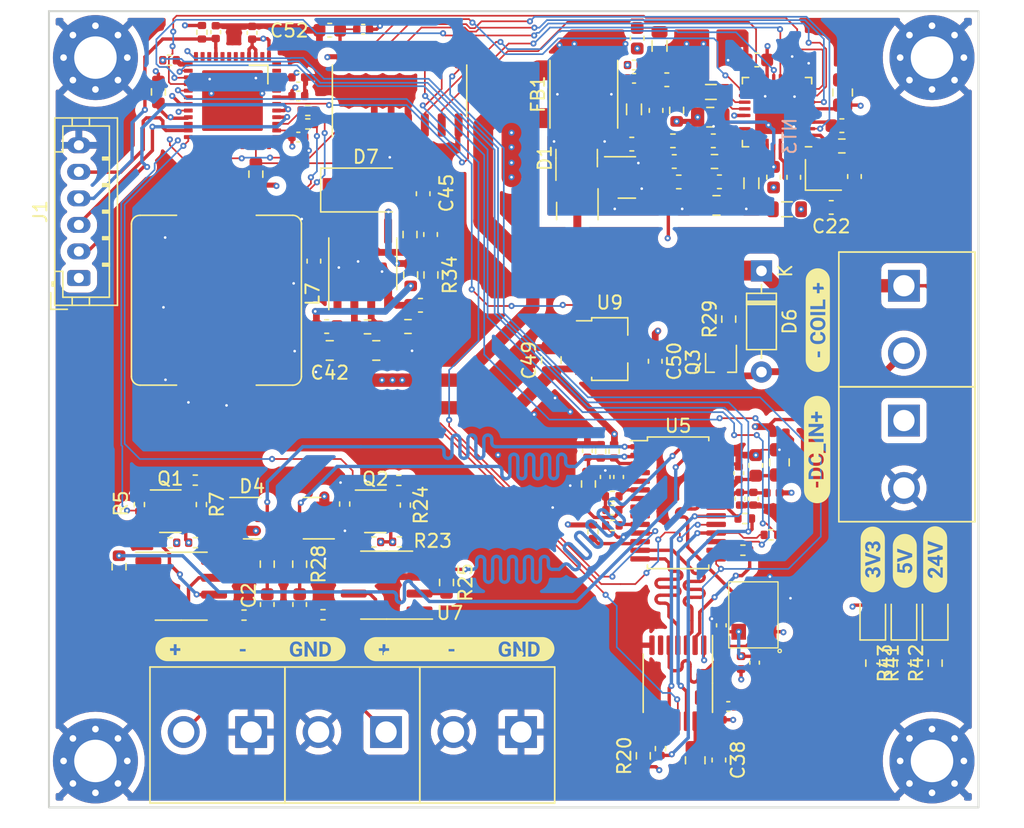
<source format=kicad_pcb>
(kicad_pcb (version 20211014) (generator pcbnew)
  (layers (0 "F.Cu" signal) (1 "In1.Cu" power) (2 "In2.Cu" power) (31 "B.Cu" signal) (34 "B.Paste" user) (35 "F.Paste" user) (36 "B.SilkS" user "B.Silkscreen") (37 "F.SilkS" user "F.Silkscreen") (38 "B.Mask" user) (39 "F.Mask" user) (44 "Edge.Cuts" user))
  (net 0 "")
  (net 1 "GND")
  (net 2 "/ESP32PICO/CHIP_PU")
  (net 3 "/ESP32PICO/TXD")
  (net 4 "/ESP32PICO/RXD")
  (net 5 "/ESP32PICO/GPIO0")
  (net 10 "/HV2_ENABLE")
  (net 11 "/HV1_ENABLE")
  (net 12 "/ESP32_MISO")
  (net 13 "/SDA")
  (net 14 "/SCL")
  (net 15 "/ESP32_SCLK")
  (net 16 "/ESP32PICO/IO25")
  (net 17 "/ESP32PICO/IO33")
  (net 19 "/ESP32_MOSI")
  (net 20 "/TDC1000_CS")
  (net 22 "/ESP32PICO/IO22")
  (net 32 "/TDC7200_CS")
  (net 35 "/ESP32PICO/IO19")
  (net 36 "/ESP32PICO/I34")
  (net 37 "/ESP32PICO/I35")
  (net 42 "/YamarPLC/IF_FILTERO")
  (net 43 "Net-(C11-Pad1)")
  (net 44 "/YamarPLC/DC_POWERLINE+")
  (net 45 "Net-(C9-Pad2)")
  (net 46 "GNDA")
  (net 47 "/YamarPLC/VREF")
  (net 48 "Net-(C11-Pad2)")
  (net 49 "Net-(C12-Pad2)")
  (net 50 "Net-(C14-Pad1)")
  (net 51 "Net-(C15-Pad1)")
  (net 52 "Net-(C15-Pad2)")
  (net 53 "Net-(C16-Pad2)")
  (net 54 "Net-(C17-Pad1)")
  (net 55 "Net-(C19-Pad1)")
  (net 56 "Net-(C19-Pad2)")
  (net 57 "+3V3")
  (net 58 "/YamarPLC/GNDPLL")
  (net 59 "Net-(C21-Pad2)")
  (net 60 "Net-(C22-Pad2)")
  (net 61 "Net-(C23-Pad2)")
  (net 62 "Net-(C25-Pad2)")
  (net 63 "Net-(D1-Pad2)")
  (net 65 "Net-(D2-Pad2)")
  (net 67 "/YamarPLC/IF_FILTERI")
  (net 68 "Net-(L6-Pad1)")
  (net 69 "Net-(R3-Pad1)")
  (net 70 "Net-(R4-Pad1)")
  (net 71 "/HDO")
  (net 72 "/HDI")
  (net 73 "/YAMAR_SCK{slash}NLOOPBACK")
  (net 74 "/YAMAR_NRESET")
  (net 76 "/HDC")
  (net 77 "/CODE_SEL_1")
  (net 78 "/CODE_SEL_0")
  (net 80 "/YAMAR_NSLEEP")
  (net 82 "Net-(C1-Pad1)")
  (net 83 "Net-(C1-Pad2)")
  (net 84 "/UP_analogFrontEnd/Ultrasonic_2")
  (net 85 "Net-(C2-Pad2)")
  (net 86 "Net-(C26-Pad1)")
  (net 87 "Net-(C27-Pad1)")
  (net 88 "/UP_analogFrontEnd/VCOM")
  (net 89 "Net-(C31-Pad1)")
  (net 90 "Net-(C34-Pad2)")
  (net 91 "Net-(C35-Pad2)")
  (net 92 "Net-(C36-Pad1)")
  (net 93 "Net-(C36-Pad2)")
  (net 94 "Net-(C37-Pad1)")
  (net 95 "Net-(C39-Pad1)")
  (net 96 "Net-(C40-Pad1)")
  (net 97 "Net-(C40-Pad2)")
  (net 98 "/UP_analogFrontEnd/Ultrasonic_1")
  (net 99 "Net-(C41-Pad2)")
  (net 100 "+5V")
  (net 101 "/UP_analogFrontEnd/RX1")
  (net 102 "/UP_analogFrontEnd/RX2")
  (net 103 "/CHANNEL_SELECT")
  (net 104 "/TDC_ENABLE")
  (net 105 "Net-(Q1-Pad5)")
  (net 106 "/TDC_RESET")
  (net 107 "Net-(Q2-Pad5)")
  (net 108 "/UP_analogFrontEnd/TX2")
  (net 109 "Net-(R8-Pad2)")
  (net 110 "Net-(R10-Pad1)")
  (net 111 "Net-(R14-Pad2)")
  (net 112 "Net-(R15-Pad1)")
  (net 113 "/IO_EXP_RESET")
  (net 114 "Net-(R17-Pad2)")
  (net 115 "/UP_analogFrontEnd/ERRB_INTERRUPT")
  (net 116 "Net-(R19-Pad1)")
  (net 117 "Net-(R19-Pad2)")
  (net 118 "/UP_analogFrontEnd/TDC7200_INTERRUPT")
  (net 119 "Net-(R21-Pad1)")
  (net 120 "/UP_analogFrontEnd/TX1")
  (net 121 "Net-(R25-Pad2)")
  (net 122 "Net-(R27-Pad1)")
  (net 128 "/UP_analogFrontEnd/CLK")
  (net 129 "/UP_analogFrontEnd/RTD1")
  (net 130 "/UP_analogFrontEnd/RTD2")
  (net 131 "/UP_analogFrontEnd/TDC_START")
  (net 132 "/UP_analogFrontEnd/TDC_STOP")
  (net 138 "/24VDC")
  (net 139 "Net-(C44-Pad1)")
  (net 140 "Net-(C45-Pad1)")
  (net 141 "Net-(C46-Pad1)")
  (net 142 "Net-(C47-Pad1)")
  (net 143 "Net-(C47-Pad2)")
  (net 144 "Net-(D6-Pad2)")
  (net 145 "/SolenoidDriver")
  (net 146 "Net-(R30-Pad2)")
  (net 147 "Net-(R33-Pad2)")
  (net 148 "Net-(D8-Pad1)")
  (net 149 "Net-(D9-Pad1)")
  (net 150 "Net-(D10-Pad1)")
  (footprint "Capacitor_SMD:C_0402_1005Metric" (layer "F.Cu") (at 100.05 63.96 90)
    (fp_text reference "C28" hide)
    (fp_text value "0.01uF")
  )
  (footprint "Capacitor_SMD:C_0402_1005Metric" (layer "F.Cu") (at 103.55 34.88)
    (fp_text reference "C13" hide)
    (fp_text value "390pF")
  )
  (footprint "Package_TO_SOT_SMD:SOT-323_SC-70" (layer "F.Cu") (at 110.109 57.3024 -90)
    (fp_text reference "Q3")
    (fp_text value "-")
  )
  (footprint "zembia-footprints:CUI_TB007-508-02BE" (layer "F.Cu") (at 123.8847 51.5112 -90)
    (fp_text reference "L1" hide)
    (fp_text value "L")
  )
  (footprint "Resistor_SMD:R_0402_1005Metric" (layer "F.Cu") (at 83.97 70.82)
    (fp_text reference "R26" hide)
    (fp_text value "0")
  )
  (footprint "zembia-footprints:CUI_TB007-508-02BE" (layer "F.Cu") (at 74.7268 85.1408 180)
    (fp_text reference "J5" hide)
    (fp_text value "Conn_01x02")
  )
  (footprint "MountingHole:MountingHole_3.2mm_M3_Pad_Via" (layer "F.Cu") (at 63 34.32)
    (fp_text reference "H1" hide)
    (fp_text value "MountingHole_Pad")
  )
  (footprint "Capacitor_SMD:C_0603_1608Metric" (layer "F.Cu") (at 87.4776 52.9844)
    (fp_text reference "C46" hide)
    (fp_text value "8.2nF")
  )
  (footprint "Capacitor_SMD:C_0603_1608Metric" (layer "F.Cu") (at 106.03 35.99 180)
    (fp_text reference "C14" hide)
    (fp_text value "82pF")
  )
  (footprint "zembia-footprints:NetTie-2_SMD_Pad0.25mm" (layer "F.Cu") (at 112.42 39.18)
    (fp_text reference "NT1" hide)
    (fp_text value "NetTie_2")
  )
  (footprint "zembia-footprints:CUI_TB007-508-02BE" (layer "F.Cu") (at 95.0468 85.1408 180)
    (fp_text reference "J2" hide)
    (fp_text value "Conn_01x02")
  )
  (footprint "Capacitor_SMD:C_0603_1608Metric" (layer "F.Cu") (at 112.81 34.5 180)
    (fp_text reference "C20" hide)
    (fp_text value "0.1uF")
  )
  (footprint "zembia-footprints:CUI_TB007-508-02BE" (layer "F.Cu") (at 84.8868 85.1408 180)
    (fp_text reference "J3" hide)
    (fp_text value "Conn_01x02")
  )
  (footprint "Capacitor_SMD:C_0402_1005Metric" (layer "F.Cu") (at 112.55 67.56 -90)
    (fp_text reference "C31" hide)
    (fp_text value "0.01uF")
  )
  (footprint "Resistor_SMD:R_0402_1005Metric" (layer "F.Cu") (at 70.53 70.87 180)
    (fp_text reference "R6" hide)
    (fp_text value "10k")
  )
  (footprint "Resistor_SMD:R_0402_1005Metric" (layer "F.Cu") (at 68.61 70.88)
    (fp_text reference "R9" hide)
    (fp_text value "0")
  )
  (footprint "Inductor_SMD:L_0805_2012Metric" (layer "F.Cu") (at 112.4 43.7875 -90)
    (fp_text reference "L6" hide)
    (fp_text value "3.3uH")
  )
  (footprint "Capacitor_SMD:C_0603_1608Metric" (layer "F.Cu") (at 80.645 32.258 180)
    (fp_text reference "C52")
    (fp_text value "0.1uF")
  )
  (footprint "Package_SO:TSOP-6_1.65x3.05mm_P0.95mm" (layer "F.Cu") (at 84.08 68.51)
    (fp_text reference "Q2")
    (fp_text value "SSM6L820R")
  )
  (footprint "Capacitor_SMD:C_0603_1608Metric" (layer "F.Cu") (at 109.53 40.59)
    (fp_text reference "C15" hide)
    (fp_text value "1nF")
  )
  (footprint "kibuzzard-63F90A85" (layer "F.Cu") (at 74.676 78.8924)
    (fp_text reference "kibuzzard-63F90A85" hide)
    (fp_text value "G***" hide)
  )
  (footprint "MountingHole:MountingHole_3.2mm_M3_Pad_Via" (layer "F.Cu") (at 63 87.32)
    (fp_text reference "H4" hide)
    (fp_text value "MountingHole_Pad")
  )
  (footprint "Capacitor_SMD:C_0402_1005Metric" (layer "F.Cu") (at 72.06 32.4 -90)
    (fp_text reference "C4" hide)
    (fp_text value "0.1uF")
  )
  (footprint "Capacitor_SMD:C_0402_1005Metric" (layer "F.Cu") (at 103.56 35.88)
    (fp_text reference "C11" hide)
    (fp_text value "47pF")
  )
  (footprint "Inductor_SMD:L_0603_1608Metric" (layer "F.Cu") (at 106.49 40.59)
    (fp_text reference "FB2" hide)
    (fp_text value "FerriteBead_1")
  )
  (footprint "Capacitor_SMD:C_0603_1608Metric" (layer "F.Cu") (at 105.156 57.2008 -90)
    (fp_text reference "C50")
    (fp_text value "22uF")
  )
  (footprint "kibuzzard-63F90A85" (layer "F.Cu") (at 90.3986 78.8924)
    (fp_text reference "kibuzzard-63F90A85" hide)
    (fp_text value "G***" hide)
  )
  (footprint "Inductor_SMD:L_Taiyo-Yuden_NR-50xx" (layer "F.Cu") (at 99.78 37.08 90)
    (fp_text reference "FB1")
    (fp_text value "FerriteBead_0")
  )
  (footprint "Resistor_SMD:R_0603_1608Metric" (layer "F.Cu") (at 100.13 66.45 -90)
    (fp_text reference "R16" hide)
    (fp_text value "5.36k")
  )
  (footprint "Capacitor_SMD:C_0402_1005Metric" (layer "F.Cu") (at 111.54 67.56 -90)
    (fp_text reference "C33" hide)
    (fp_text value "0.1uF")
  )
  (footprint "Resistor_SMD:R_0402_1005Metric" (layer "F.Cu") (at 70.52 66.16 180)
    (fp_text reference "C1" hide)
    (fp_text value "220pF_50V")
  )
  (footprint "Package_SO:TSSOP-28_4.4x9.7mm_P0.65mm" (layer "F.Cu") (at 106.88 67.87)
    (fp_text reference "U5")
    (fp_text value "TDC1000")
  )
  (footprint "Inductor_SMD:L_Bourns_SRR1260" (layer "F.Cu") (at 72.1106 52.6034 -90)
    (fp_text reference "L7")
    (fp_text value "18uH 36mOhm")
  )
  (footprint "kibuzzard-63FCB37D" (layer "F.Cu") (at 126.238 72.136 90)
    (fp_text reference "kibuzzard-63FCB37D" hide)
    (fp_text value "G***" hide)
  )
  (footprint "Capacitor_SMD:C_0805_2012Metric" (layer "F.Cu") (at 97.3328 57.1246 90)
    (fp_text reference "C49")
    (fp_text value "10uF")
  )
  (footprint "Capacitor_SMD:C_0402_1005Metric" (layer "F.Cu") (at 78.28 37.211)
    (fp_text reference "C6" hide)
    (fp_text value "0.1uF")
  )
  (footprint "Capacitor_SMD:C_0402_1005Metric" (layer "F.Cu") (at 78.28 35.81)
    (fp_text reference "C5" hide)
    (fp_text value "0.1uF")
  )
  (footprint "Capacitor_SMD:C_0603_1608Metric" (layer "F.Cu") (at 114.07 43.33 -90)
    (fp_text reference "C18" hide)
    (fp_text value "0.1uF")
  )
  (footprint "Inductor_SMD:L_0805_2012Metric" (layer "F.Cu") (at 115.08 45.75)
    (fp_text reference "L5" hide)
    (fp_text value "15uH")
  )
  (footprint "Capacitor_SMD:C_0805_2012Metric" (layer "F.Cu") (at 84.1502 56.388)
    (fp_text reference "C43" hide)
    (fp_text value "10uF")
  )
  (footprint "Capacitor_SMD:C_0603_1608Metric" (layer "F.Cu") (at 105.22 38.3 -90)
    (fp_text reference "C8" hide)
    (fp_text value "33pF")
  )
  (footprint "Capacitor_SMD:C_0402_1005Metric" (layer "F.Cu") (at 111.45 65.63 90)
    (fp_text reference "C30" hide)
    (fp_text value "0.01uF")
  )
  (footprint "Package_TO_SOT_SMD:SOT-23" (layer "F.Cu") (at 74.8 69.025)
    (fp_text reference "D4")
    (fp_text value "BAS70-04")
  )
  (footprint "MountingHole:MountingHole_3.2mm_M3_Pad_Via" (layer "F.Cu") (at 126 87.32)
    (fp_text reference "H3" hide)
    (fp_text value "MountingHole_Pad")
  )
  (footprint "Resistor_SMD:R_0603_1608Metric" (layer "F.Cu") (at 67.7418 36.9062 -90)
    (fp_text reference "R36" hide)
    (fp_text value "2k")
  )
  (footprint "LED_SMD:LED_0805_2012Metric" (layer "F.Cu") (at 123.8885 76.518 90)
    (fp_text reference "D10" hide)
    (fp_text value "LED")
  )
  (footprint "Resistor_SMD:R_0402_1005Metric" (layer "F.Cu") (at 111.76 71.44)
    (fp_text reference "R19" hide)
    (fp_text value "33")
  )
  (footprint "Resistor_SMD:R_0603_1608Metric" (layer "F.Cu") (at 83.4898 54.61)
    (fp_text reference "R30" hide)
    (fp_text value "169k")
  )
  (footprint "Resistor_SMD:R_0402_1005Metric" (layer "F.Cu") (at 78.992 38.3032 180)
    (fp_text reference "R39" hide)
    (fp_text value "33")
  )
  (footprint "Package_TO_SOT_SMD:SOT-23" (layer "F.Cu") (at 79.31 69.025 180)
    (fp_text reference "D5" hide)
    (fp_text value "BAS70-04")
  )
  (footprint "Capacitor_SMD:C_0603_1608Metric" (layer "F.Cu") (at 80.4164 54.5846)
    (fp_text reference "C48" hide)
    (fp_text value "4.7uF")
  )
  (footprint "Resistor_SMD:R_0402_1005Metric" (layer "F.Cu") (at 101.92 67.38)
    (fp_text reference "R17" hide)
    (fp_text value "1k")
  )
  (footprint "Capacitor_SMD:C_0603_1608Metric" (layer "F.Cu") (at 120.16 43.28 90)
    (fp_text reference "C23" hide)
    (fp_text value "12pF")
  )
  (footprint "Capacitor_SMD:C_0402_1005Metric" (layer "F.Cu") (at 101.93 68.41)
    (fp_text reference "C35" hide)
    (fp_text value "51pF")
  )
  (footprint "Package_TO_SOT_SMD:SOT-23" (layer "F.Cu") (at 99.29 45.88 -90)
    (fp_text reference "D3" hide)
    (fp_text value "BAS70-04")
  )
  (footprint "Resistor_SMD:R_0402_1005Metric" (layer "F.Cu") (at 113.8682 70.2818)
    (fp_text reference "R37" hide)
    (fp_text value "33")
  )
  (footprint "Resistor_SMD:R_0402_1005Metric" (layer "F.Cu") (at 70.98 68 -90)
    (fp_text reference "R7")
    (fp_text value "51k")
  )
  (footprint "Resistor_SMD:R_0603_1608Metric" (layer "F.Cu") (at 88.265 50.6984 -90)
    (fp_text reference "R34")
    (fp_text value "1.96k")
  )
  (footprint "Resistor_SMD:R_0402_1005Metric" (layer "F.Cu") (at 86.34 68.04 -90)
    (fp_text reference "R24")
    (fp_text value "51k")
  )
  (footprint "Resistor_SMD:R_0603_1608Metric" (layer "F.Cu") (at 89.44 73.87 -90)
    (fp_text reference "R25")
    (fp_text value "0")
  )
  (footprint "Package_SO:SOIC-8_3.9x4.9mm_P1.27mm" (layer "F.Cu") (at 83.1342 49.8602 90)
    (fp_text reference "U8" hide)
    (fp_text value "TPS54231")
  )
  (footprint "Capacitor_SMD:C_0603_1608Metric" (layer "F.Cu") (at 87.6808 44.577 90)
    (fp_text reference "C45")
    (fp_text value "1nF")
  )
  (footprint "Resistor_SMD:R_0603_1608Metric" (layer "F.Cu") (at 78.38 72.49 -90)
    (fp_text reference "R28")
    (fp_text value "330_1%")
  )
  (footprint "Resistor_SMD:R_0402_1005Metric" (layer "F.Cu") (at 111.9 69.05)
    (fp_text reference "R15" hide)
    (fp_text value "33")
  )
  (footprint "Package_TO_SOT_SMD:SOT-23" (layer "F.Cu") (at 99.24 41.89 90)
    (fp_text reference "D1")
    (fp_text value "BAS70-04")
  )
  (footprint "Resistor_SMD:R_0603_1608Metric" (layer "F.Cu") (at 106.77 38.3 90)
    (fp_text reference "R2" hide)
    (fp_text value "470")
  )
  (footprint "Package_DFN_QFN:QFN-32-1EP_5x5mm_P0.5mm_EP3.3x3.3mm" (layer "F.Cu") (at 114.33 38.43 180)
    (fp_text reference "U2" hide)
    (fp_text value "DCB1M")
  )
  (footprint "Capacitor_SMD:C_0603_1608Metric" (layer "F.Cu") (at 79.4512 49.657 90)
    (fp_text reference "C47" hide)
    (fp_text value "0.1uF")
  )
  (footprint "MountingHole:MountingHole_3.2mm_M3_Pad_Via" (layer "F.Cu") (at 126 34.32)
    (fp_text reference "H2" hide)
    (fp_text value "MountingHole_Pad")
  )
  (footprint "Resistor_SMD:R_0402_1005Metric" (layer "F.Cu") (at 66.31 68 -90)
    (fp_text reference "R5")
    (fp_text value "10k")
  )
  (footprint "Capacitor_SMD:C_0402_1005Metric" (layer "F.Cu") (at 110.1344 77.1 90)
    (fp_text reference "C29" hide)
    (fp_text value "0.1uF")
  )
  (footprint "Inductor_SMD:L_0402_1005Metric" (layer "F.Cu") (at 114.5032 62.5856 180)
    (fp_text reference "FB6" hide)
    (fp_text value "60")
  )
  (footprint "zembia-footprints:CUI_TB007-508-02BE" (layer "F.Cu") (at 123.8847 61.6712 -90)
    (fp_text reference "J4" hide)
    (fp_text value "Conn_01x02")
  )
  (footprint "Resistor_SMD:R_0603_1608Metric" (layer "F.Cu") (at 126.238 79.947 90)
    (fp_text reference "R42")
    (fp_text value "2k")
  )
  (footprint "kibuzzard-63F8DB2A" (layer "F.Cu") (at 117.348 63.8556 90)
    (fp_text reference "kibuzzard-63F8DB2A" hide)
    (fp_text value "G***" hide)
  )
  (footprint "zembia-footprints:NetTie-2_SMD_Pad0.25mm" (layer "F.Cu") (at 115.08 40.24 90)
    (fp_text reference "NT5" hide)
    (fp_text value "NetTie_2")
  )
  (footprint "Inductor_SMD:L_0402_1005Metric" (layer "F.Cu") (at 110.22 84.7 90)
    (fp_text reference "FB7" hide)
    (fp_text value "60")
  )
  (footprint "Inductor_SMD:L_0402_1005Metric" (layer "F.Cu") (at 114.04 67.12 180)
    (fp_text reference "FB5" hide)
    (fp_text value "60")
  )
  (footprint "Capacitor_SMD:C_0603_1608Metric" (layer "F.Cu") (at 109.95 87.25 -90)
    (fp_text reference "C38")
    (fp_text value "0.1uF")
  )
  (footprint "Capacitor_SMD:C_0402_1005Metric" (layer "F.Cu") (at 78.28 40.31)
    (fp_text reference "C7" hide)
    (fp_text value "0.1uF")
  )
  (footprint "Package_SO:TSOP-6_1.65x3.05mm_P0.95mm" (layer "F.Cu") (at 68.64 68.5)
    (fp_text reference "Q1")
    (fp_text value "SSM6L820R")
  )
  (footprint "Capacitor_SMD:C_0603_1608Metric" (layer "F.Cu") (at 103.39 40.84)
    (fp_text reference "C9" hide)
    (fp_text value "2.2nF/200V")
  )
  (footprint "Resistor_SMD:R_0603_1608Metric" (layer "F.Cu") (at 75.0824 43.1038 90)
    (fp_text reference "R35" hide)
    (fp_text value "2k")
  )
  (footprint "Inductor_SMD:L_0603_1608Metric" (layer "F.Cu") (at 106.93 43.69)
    (fp_text reference "FB3" hide)
    (fp_text value "FerriteBead_2")
  )
  (footprint "Capacitor_SMD:C_0603_1608Metric" (layer "F.Cu") (at 118.41 45.61 180)
    (fp_text reference "C22")
    (fp_text value "12pF")
  )
  (footprint "Resistor_SMD:R_0603_1608Metric" (layer "F.Cu") (at 109.62 42.15 180)
    (fp_text reference "R3" hide)
    (fp_text value "5.1k")
  )
  (footprint "Capacitor_SMD:C_0805_2012Metric" (layer "F.Cu") (at 108.17 87.27 -90)
    (fp_text reference "C39" hide)
    (fp_text value "1uF")
  )
  (footprint "Capacitor_SMD:C_0805_2012Metric" (layer "F.Cu") (at 119.27 36.95 90)
    (fp_text reference "C24" hide)
    (fp_text value "1uF")
  )
  (footprint "Resistor_SMD:R_0402_1005Metric" (layer "F.Cu") (at 71.02 32.41 -90)
    (fp_text reference "R1" hide)
    (fp_text value "2k")
  )
  (footprint "Capacitor_SMD:C_0603_1608Metric" (layer "F.Cu") (at 78.38 75.53 90)
    (fp_text reference "C41" hide)
    (fp_text value "300pF_100V")
  )
  (footprint "Capacitor_SMD:C_0402_1005Metric" (layer "F.Cu") (at 74.8 32.45 -90)
    (fp_text reference "C3" hide)
    (fp_text value "0.1uF")
  )
  (footprint "Capacitor_SMD:C_0402_1005Metric" (layer "F.Cu") (at 101.39 65.92 -90)
    (fp_text reference "C34" hide)
    (fp_text value "51pF")
  )
  (footprint "zembia-footprints:ESP32-PICO-D4-QFN48" (layer "F.Cu") (at 73.32 37.56 -90)
    (fp_text reference "U1" hide)
    (fp_text value "ESP32-PICO-D4" hide)
  )
  (footprint "Resistor_SMD:R_0402_1005Metric" (layer "F.Cu") (at 101.93 69.57)
    (fp_text reference "R14" hide)
    (fp_text value "1k")
  )
  (footprint "Resistor_SMD:R_0402_1005Metric" (layer "F.Cu") (at 68.58 34.5186 180)
    (fp_text reference "R38" hide)
    (fp_text value "33")
  )
  (footprint "Connector_JST:JST_PH_B6B-PH-K_1x06_P2.00mm_Vertical" (layer "F.Cu") (at 61.7474 50.927 90)
    (fp_text reference "J1")
    (fp_text value "Conn_01x06")
  )
  (footprint "Resistor_SMD:R_0603_1608Metric" (layer "F.Cu") (at 104.26 86.93 90)
    (fp_text reference "R20")
    (fp_text value "10k")
  )
  (footprint "zembia-footprints:ASFLMB" (layer "F.Cu") (at 113.7428 76.3126 90)
    (fp_text reference "U4" hide)
    (fp_text value "ASFLMB-8.000MHZ-LC-T")
  )
  (footprint "Resistor_SMD:R_0603_1608Metric" (layer "F.Cu") (at 75.94 72.49 -90)
    (fp_text reference "R11" hide)
    (fp_text value "330_1%")
  )
  (footprint "Capacitor_SMD:C_0603_1608Metric" (layer "F.Cu") (at 109.99 43.68)
    (fp_text reference "C19" hide)
    (fp_text value "10nF")
  )
  (footprint "kibuzzard-63F8DB3C" (layer "F.Cu") (at 117.3988 54.102 90)
    (fp_text reference "kibuzzard-63F8DB3C" hide)
    (fp_text value "G***" hide)
  )
  (footprint "Capacitor_SMD:C_0603_1608Metric" (layer "F.Cu") (at 115.59 43.34 -90)
    (fp_text reference "C21" hide)
    (fp_text value "1uF")
  )
  (footprint "Capacitor_SMD:C_0805_2012Metric" (layer "F.Cu") (at 109.77 45.46)
    (fp_text reference "C17" hide)
    (fp_text value "1uF")
  )
  (footprint "LED_SMD:LED_0805_2012Metric" (layer "F.Cu") (at 121.539 76.518 90)
    (fp_text reference "D8" hide)
    (fp_text value "LED")
  )
  (footprint "kibuzzard-63FCB359" (layer "F.Cu") (at 121.539 72.136 90)
    (fp_text reference "kibuzzard-63FCB359" hide)
    (fp_text value "G***" hide)
  )
  (footprint "Resistor_SMD:R_0603_1608Metric" (layer "F.Cu") (at 64.78 72.68 -90)
    (fp_text reference "R8" hide)
    (fp_text value "0")
  )
  (footprint "Package_SO:SO-16_3.9x9.9mm_P1.27mm" (layer "F.Cu") (at 85.9028 36.83 90)
    (fp_text reference "U10" hide)
    (fp_text value "PCA9557D")
  )
  (footprint "Diode_SMD:D_SMA" (layer "F.Cu") (at 83.3628 44.2976)
    (fp_text reference "D7")
    (fp_text value "450mV 3A")
  )
  (footprint "Resistor_SMD:R_0603_1608Metric" (layer "F.Cu") (at 110.6932 54.0258 90)
    (fp_text reference "R29")
    (fp_text value "10k")
  )
  (footprint "Package_SO:SOIC-8_3.9x4.9mm_P1.27mm" (layer "F.Cu") (at 84.93 74.07 180)
    (fp_text reference "U7")
    (fp_text value "UCC27531DR")
  )
  (footprint "Resistor_SMD:R_0402_1005Metric" (layer "F.Cu") (at 100.4675 70.045 -90)
    (fp_text reference "R18" hide)
    (fp_text value "10k")
  )
  (footprint "Capacitor_SMD:C_0603_1608Metric" (layer "F.Cu") (at 106.59 42.15)
    (fp_text reference "C16" hide)
    (fp_text value "1nF")
  )
  (footprint "Package_TO_SOT_SMD:SOT-89-3" (layer "F.Cu") (at 101.4308 56.2824)
    (fp_text reference "U9")
    (fp_text value "AZ1117CR")
  )
  (footprint "Resistor_SMD:R_0603_1608Metric" (layer "F.Cu") (at 119.21 40.98)
    (fp_text reference "R4" hide)
    (fp_text value "0")
  )
  (footprint "Resistor_SMD:R_0402_1005Metric" (layer "F.Cu") (at 74.19 76.33)
    (fp_text reference "R10" hide)
    (fp_text value "55")
  )
  (footprint "Inductor_SMD:L_0805_2012Metric" (layer "F.Cu") (at 109.35 36.91 180)
    (fp_text reference "L4" hide)
    (fp_text value "15uH")
  )
  (footprint "Resistor_SMD:R_0402_1005Metric" (layer "F.Cu") (at 105.55 86.39 -90)
    (fp_text reference "R21" hide)
    (fp_text value "33")
  )
  (footprint "Resistor_SMD:R_0603_1608Metric" (layer "F.Cu") (at 123.8885 79.947 90)
    (fp_text reference "R43")
    (fp_text value "300")
  )
  (footprint "Resistor_SMD:R_0603_1608Metric" (layer "F.Cu") (at 121.539 79.947 -90)
    (fp_text reference "R41")
    (fp_text value "120")
  )
  (footprint "Resistor_SMD:R_0402_1005Metric" (layer "F.Cu") (at 101.05 63.99 90)
    (fp_text reference "R13" hide)
    (fp_text value "10M 1%")
  )
  (footprint "Inductor_SMD:L_0402_1005Metric" (layer "F.Cu") (at 111.62 79.91 90)
    (fp_text reference "FB4" hide)
    (fp_text value "60")
  )
  (footprint "Resistor_SMD:R_0402_1005Metric" (layer "F.Cu") (at 85.89 70.81 180)
    (fp_text reference "R23")
    (fp_text value "10k")
  )
  (footprint "Resistor_SMD:R_0402_1005Metric" (layer "F.Cu") (at 80.14 76.3 180)
    (fp_text reference "R27" hide)
    (fp_text value "55")
  )
  (footprint "Capacitor_SMD:C_0603_1608Metric" (layer "F.Cu") (at 103.8 32.86 90)
    (fp_text reference "C12" hide)
    (fp_text value "10nF")
  )
  (footprint "Capacitor_SMD:C_0603_1608Metric" (layer "F.Cu") (at 112.73 65.05 90)
    (fp_text reference "C32" hide)
    (fp_text value "0.1uF")
  )
  (footprint "Resistor_SMD:R_0402_1005Metric" (layer "F.Cu") (at 85.85 66.18 180)
    (fp_text reference "C40" hide)
    (fp_text value "220pF_50V")
  )
  (footprint "Capacitor_SMD:C_0805_2012Metric" (layer "F.Cu") (at 80.645 56.388 180)
    (fp_text reference "C42")
    (fp_text value "10uF")
  )
  (footprint "Capacitor_SMD:C_0603_1608Metric" (layer "F.Cu") (at 75.94 75.53 90)
    (fp_text reference "C2")
    (fp_text value "300pF_100V")
  )
  (footprint "Resistor_SMD:R_0402_1005Metric" (layer "F.Cu") (at 102.06 63.98 -90)
    (fp_text reference "R12" hide)
    (fp_text value "10M 1%")
  )
  (footprint "Package_SO:TSSOP-14_4.4x5mm_P0.65mm" (layer "F.Cu") (at 106.86 81.46 -90)
    (fp_text reference "U6" hide)
    (fp_text value "TDC7200")
  )
  (footprint "Capacitor_SMD:C_0805_2012Metric" (layer "F.Cu") (at 109.3 38.81 180)
    (fp_text reference "C10" hide)
    (fp_text value "1uF")
  )
  (footprint "Capacitor_SMD:C_0402_1005Metric" (layer "F.Cu") (at 112.6375 79.915 -90)
    (fp_text reference "C26" hide)
    (fp_text value "0.01uF")
  )
  (footprint "Capacitor_SMD:C_0402_1005Metric" (layer "F.Cu") (at 83.1596 32.1818)
    (fp_text reference "C51" hide)
    (fp_text value "0.01uF")
  )
  (footprint "Capacitor_SMD:C_0603_1608Metric" (layer "F.Cu") (at 119.21 39.45 180)
    (fp_text reference "C25" hide)
    (fp_text value "4.7uF/6.3V")
  )
  (footprint "Crystal:Crystal_SMD_2016-4Pin_2.0x1.6mm" (layer "F.Cu") (at 117.82 43.16)
    (fp_text reference "Y1" hide)
    (fp_text value "Crystal_GND24_Small")
  )
  (footprint "Inductor_SMD:L_0805_2012Metric" (layer "F.Cu") (at 105.48 33.44 90)
    (fp_text reference "L3" hide)
    (fp_text value "3.3uH")
  )
  (footprint "Resistor_SMD:R_0603_1608Metric" (layer "F.Cu") (at 86.6902 47.6504 90)
    (fp_text reference "R32" hide)
    (fp_text value "36.5k")
  )
  (footprint "LED_SMD:LED_0805_2012Metric" (layer "F.Cu") (at 126.238 76.518 90)
    (fp_text reference "D9" hide)
    (fp_text value "LED")
  )
  (footprint "Capacitor_SMD:C_0402_1005Metric" (layer "F.Cu") (at 110.6575 83.215)
    (fp_text reference "C37" hide)
    (fp_text value "0.01uF")
  )
  (footprint "Capacitor_SMD:C_0805_2012Metric" (layer "F.Cu") (at 114.51 64.82 90)
    (fp_text reference "C27" hide)
    (fp_text value "10uF")
  )
  (footprint "kibuzzard-63FCB372" (layer "F.Cu") (at 123.951255 72.243827 90)
    (fp_text reference "kibuzzard-63FCB372" hide)
    (fp_text value "G***" hide)
  )
  (footprint "Resistor_SMD:R_0603_1608Metric" (layer "F.Cu") (at 86.5378 54.5846)
    (fp_text reference "R31" hide)
    (fp_text value "19.6k")
  )
  (footprint "Diode_THT:D_DO-35_SOD27_P7.62mm_Horizontal" (layer "F.Cu") (at 113.157 50.3936 -90)
    (fp_text reference "D6")
    (fp_text value "1N4148")
  )
  (footprint "Package_SO:SOIC-8_3.9x4.9mm_P1.27mm" (layer "F.Cu") (at 69.46 74.15)
    (fp_text reference "U3" hide)
    (fp_text value "UCC27531DR")
  )
  (footprint "Package_TO_SOT_SMD:SOT-23" (layer "F.Cu") (at 103.02 43.35)
    (fp_text reference "D2" hide)
    (fp_text value "BAS70-04")
  )
  (footprint "Resistor_SMD:R_0603_1608Metric" (layer "F.Cu") (at 86.741 50.6984 90)
    (fp_text reference "R33" hide)
    (fp_text value "10.2k")
  )
  (footprint "Resistor_SMD:R_0402_1005Metric" (layer "F.Cu") (at 78.994 39.3192 180)
    (fp_text reference "R40" hide)
    (fp_text value "33")
  )
  (footprint "zembia-footprints:NetTie-2_SMD_Pad0.25mm" (layer "F.Cu") (at 114.08 40.24 90)
    (fp_text reference "NT2" hide)
    (fp_text value "NetTie_2")
  )
  (footprint "Inductor_SMD:L_0805_2012Metric" (layer "F.Cu") (at 103.56 38.22 90)
    (fp_text reference "L2" hide)
    (fp_text value "15uH")
  )
  (footprint "Resistor_SMD:R_0402_1005Metric" (layer "F.Cu") (at 81.77 67.96 -90)
    (fp_text reference "R22" hide)
    (fp_text value "10k")
  )
  (footprint "Capacitor_SMD:C_0603_1608Metric" (layer "F.Cu") (at 88.2396 47.6504 90)
    (fp_text reference "C44" hide)
    (fp_text value "10pF")
  )
  (footprint "Capacitor_SMD:C_0402_1005Metric" (layer "F.Cu") (at 102.4 65.92 90)
    (fp_text reference "C36" hide)
    (fp_text value "1000pF")
  )
  (footprint "zembia-footprints:NetTie-2_SMD_Pad0.25mm" (layer "B.Cu") (at 114.08 40.24 90)
    (fp_text reference "NT3")
    (fp_text value "NetTie_2")
  )
  (footprint "zembia-footprints:NetTie-2_SMD_Pad0.25mm" (layer "B.Cu") (at 112.42 39.18)
    (fp_text reference "NT4" hide)
    (fp_text value "NetTie_2")
  )
  (gr_rect (start 59.5 90.82) (end 129.5 30.82) (layer "Edge.Cuts") (width 0.15) (fill none))
  (segment (start 113.135 63.87) (end 114.51 63.87) (width 0.127) (layer "F.Cu") (net 1))
  (segment (start 83.6396 32.1818) (end 84.1756 32.1818) (width 0.254) (layer "F.Cu") (net 1))
  (segment (start 116.08 35.9925) (end 115.58 35.9925) (width 0.254) (layer "F.Cu") (net 1))
  (segment (start 120.16 44.055) (end 119.815 43.71) (width 0.127) (layer "F.Cu") (net 1))
  (segment (start 119.815 43.71) (end 118.52 43.71) (width 0.127) (layer "F.Cu") (net 1))
  (segment (start 102.3096 70.4596) (end 102.7684 70.4596) (width 0.254) (layer "F.Cu") (net 1))
  (segment (start 79.695 56.081) (end 81.1914 54.5846) (width 0.508) (layer "F.Cu") (net 1))
  (segment (start 110.1208 76.6064) (end 110.1344 76.62) (width 0.254) (layer "F.Cu") (net 1))
  (segment (start 82.92 66.6098) (end 83.3374 66.1924) (width 0.127) (layer "F.Cu") (net 1))
  (segment (start 111.245 64.945) (end 111.45 65.15) (width 0.254) (layer "F.Cu") (net 1))
  (segment (start 116.7675 38.68) (end 114.58 38.68) (width 0.254) (layer "F.Cu") (net 1))
  (segment (start 78.76 35.81) (end 78.76 37.211) (width 0.254) (layer "F.Cu") (net 1))
  (segment (start 109.7425 64.945) (end 111.245 64.945) (width 0.254) (layer "F.Cu") (net 1))
  (segment (start 115.58 37.1956) (end 115.6462 37.2618) (width 0.254) (layer "F.Cu") (net 1))
  (segment (start 81.77 67.45) (end 81.77 66.657) (width 0.127) (layer "F.Cu") (net 1))
  (segment (start 118.27 43.71) (end 118.52 43.71) (width 0.127) (layer "F.Cu") (net 1))
  (segment (start 78.76 41.0156) (end 79.0702 41.3258) (width 0.254) (layer "F.Cu") (net 1))
  (segment (start 79.695 56.388) (end 79.695 56.081) (width 0.508) (layer "F.Cu") (net 1))
  (segment (start 110.661 34.5) (end 110.6424 34.5186) (width 0.254) (layer "F.Cu") (net 1))
  (segment (start 82.92 67.56) (end 82.92 66.6098) (width 0.127) (layer "F.Cu") (net 1))
  (segment (start 112.73 64.275) (end 113.135 63.87) (width 0.127) (layer "F.Cu") (net 1))
  (segment (start 81.77 66.657) (end 81.4578 66.3448) (width 0.127) (layer "F.Cu") (net 1))
  (segment (start 117.17 42.61) (end 118.27 43.71) (width 0.127) (layer "F.Cu") (net 1))
  (segment (start 115.58 35.9925) (end 115.58 37.1956) (width 0.254) (layer "F.Cu") (net 1))
  (segment (start 114.58 38.68) (end 114.33 38.43) (width 0.254) (layer "F.Cu") (net 1))
  (segment (start 109.4232 76.6064) (end 110.1208 76.6064) (width 0.254) (layer "F.Cu") (net 1))
  (segment (start 112.035 34.5) (end 110.661 34.5) (width 0.254) (layer "F.Cu") (net 1))
  (segment (start 101.42 69.57) (end 102.3096 70.4596) (width 0.254) (layer "F.Cu") (net 1))
  (segment (start 117.12 42.61) (end 117.17 42.61) (width 0.127) (layer "F.Cu") (net 1))
  (segment (start 84.1756 32.1818) (end 84.4296 31.9278) (width 0.254) (layer "F.Cu") (net 1))
  (segment (start 78.76 40.31) (end 78.76 41.0156) (width 0.254) (layer "F.Cu") (net 1))
  (via (at 81.4578 66.3448) (size 0.46) (drill 0.2) (layers "F.Cu" "B.Cu") (net 1))
  (via (at 75.0824 35.8648) (size 0.46) (drill 0.2) (layers "F.Cu" "B.Cu") (net 1))
  (via (at 116.713 34.7472) (size 0.46) (drill 0.2) (layers "F.Cu" "B.Cu") (net 1))
  (via (at 84.582 50.4444) (size 0.46) (drill 0.2) (layers "F.Cu" "B.Cu") (net 1))
  (via (at 78.5368 46.482) (size 0.46) (drill 0.2) (layers "F.Cu" "B.Cu") (net 1))
  (via (at 113.792 73.4314) (size 0.46) (drill 0.2) (layers "F.Cu" "B.Cu") (net 1))
  (via (at 68.2498 47.879) (size 0.46) (drill 0.2) (layers "F.Cu" "B.Cu") (net 1))
  (via (at 81.3308 50.1396) (size 0.46) (drill 0.2) (layers "F.Cu" "B.Cu") (net 1))
  (via (at 93.3196 64.262) (size 0.46) (drill 0.2) (layers "F.Cu" "B.Cu") (net 1))
  (via (at 78.0034 56.4388) (size 0.46) (drill 0.2) (layers "F.Cu" "B.Cu") (net 1))
  (via (at 79.0702 41.3258) (size 0.46) (drill 0.2) (layers "F.Cu" "B.Cu") (net 1))
  (via (at 84.4296 31.9278) (size 0.46) (drill 0.2) (layers "F.Cu" "B.Cu") (net 1))
  (via (at 115.5954 39.5224) (size 0.46) (drill 0.2) (layers "F.Cu" "B.Cu") (net 1))
  (via (at 82.7786 49.6824) (size 0.46) (drill 0.2) (layers "F.Cu" "B.Cu") (net 1))
  (via (at 85.1662 41.8338) (size 0.46) (drill 0.2) (layers "F.Cu" "B.Cu") (net 1))
  (via (at 70.0024 60.2996) (size 0.46) (drill 0.2) (layers "F.Cu" "B.Cu") (net 1))
  (via (at 83.3374 66.1924) (size 0.46) (drill 0.2) (layers "F.Cu" "B.Cu") (net 1))
  (via (at 68.1228 53.1368) (size 0.46) (drill 0.2) (layers "F.Cu" "B.Cu") (net 1))
  (via (at 115.6462 37.2618) (size 0.46) (drill 0.2) (layers "F.Cu" "B.Cu") (net 1))
  (via (at 115.3414 75.057) (size 0.46) (drill 0.2) (layers "F.Cu" "B.Cu") (net 1))
  (via (at 72.8726 60.5282) (size 0.46) (drill 0.2) (layers "F.Cu" "B.Cu") (net 1))
  (via (at 71.6026 35.941) (size 0.46) (drill 0.2) (layers "F.Cu" "B.Cu") (net 1))
  (via (at 113.6829 39.4029) (size 0.46) (drill 0.2) (layers "F.Cu" "B.Cu") (net 1))
  (via (at 113.4364 37.2364) (size 0.46) (drill 0.2) (layers "F.Cu" "B.Cu") (net 1))
  (via (at 98.7552 61.0108) (size 0.46) (drill 0.2) (layers "F.Cu" "B.Cu") (net 1))
  (via (at 114.51 63.87) (size 0.46) (drill 0.2) (layers "F.Cu" "B.Cu") (net 1))
  (via (at 110.6424 34.5186) (size 0.46) (drill 0.2) (layers "F.Cu" "B.Cu") (net 1))
  (via (at 96.0374 61.214) (size 0.46) (drill 0.2) (layers "F.Cu" "B.Cu") (net 1))
  (via (at 79.602247 58.0127) (size 0.46) (drill 0.2) (layers "F.Cu" "B.Cu") (net 1))
  (via (at 97.6122 59.9694) (size 0.46) (drill 0.2) (layers "F.Cu" "B.Cu") (net 1))
  (via (at 75.563808 37.0196) (size 0.46) (drill 0.2) (layers "F.Cu" "B.Cu") (net 1))
  (via (at 86.8426 56.4134) (size 0.46) (drill 0.2) (layers "F.Cu" "B.Cu") (net 1))
  (via (at 68.2752 58.5978) (size 0.46) (drill 0.2) (layers "F.Cu" "B.Cu") (net 1))
  (via (at 115.4684 34.2392) (size 0.46) (drill 0.2) (layers "F.Cu" "B.Cu") (net 1))
  (via (at 102.7684 70.4596) (size 0.46) (drill 0.2) (layers "F.Cu" "B.Cu") (net 1))
  (via (at 81.788 69.977) (size 0.46) (drill 0.2) (layers "F.Cu" "B.Cu") (net 1))
  (via (at 112.73 64.275) (size 0.46) (drill 0.2) (layers "F.Cu" "B.Cu") (net 1))
  (via (at 71.73252 37.0196) (size 0.46) (drill 0.2) (layers "F.Cu" "B.Cu") (net 1))
  (via (at 97.4344 68.2244) (size 0.46) (drill 0.2) (layers "F.Cu" "B.Cu") (net 1))
  (via (at 101.3968 65.4304) (size 0.46) (drill 0.2) (layers "F.Cu" "B.Cu") (net 1))
  (via (at 109.4232 76.6064) (size 0.46) (drill 0.2) (layers "F.Cu" "B.Cu") (net 1))
  (via (at 98.7552 66.5734) (size 0.46) (drill 0.2) (layers "F.Cu" "B.Cu") (net 1))
  (via (at 80.2894 72.0852) (size 0.46) (drill 0.2) (layers "F.Cu" "B.Cu") (net 1))
  (via (at 77.9272 51.3334) (size 0.46) (drill 0.2) (layers "F.Cu" "B.Cu") (net 1))
  (segment (start 113.46 39.18) (end 113.6829 39.4029) (width 0.254) (layer "B.Cu") (net 1))
  (segment (start 112.92 39.18) (end 113.46 39.18) (width 0.254) (layer "B.Cu") (net 1))
  (segment (start 114.02 39.74) (end 114.08 39.74) (width 0.254) (layer "B.Cu") (net 1))
  (segment (start 113.6829 39.4029) (end 114.02 39.74) (width 0.254) (layer "B.Cu") (net 1))
  (segment (start 72.02 32.92) (end 72.06 32.88) (width 0.254) (layer "F.Cu") (net 2))
  (segment (start 72.07 33.6) (end 72.07 34.2326) (width 0.254) (layer "F.Cu") (net 2))
  (segment (start 72.06 33.59) (end 72.07 33.6) (width 0.254) (layer "F.Cu") (net 2))
  (segment (start 71.02 32.92) (end 72.02 32.92) (width 0.254) (layer "F.Cu") (net 2))
  (segment (start 68.0704 32.92) (end 71.02 32.92) (width 0.254) (layer "F.Cu") (net 2))
  (segment (start 66.7258 34.2646) (end 68.0704 32.92) (width 0.254) (layer "F.Cu") (net 2))
  (segment (start 66.7258 38.2524) (end 66.7258 34.2646) (width 0.254) (layer "F.Cu") (net 2))
  (segment (start 72.06 32.88) (end 72.06 33.59) (width 0.254) (layer "F.Cu") (net 2))
  (via (at 66.7258 38.2524) (size 0.46) (drill 0.2) (layers "F.Cu" "B.Cu") (net 2))
  (segment (start 62.8706 44.927) (end 65.7606 42.037) (width 0.254) (layer "B.Cu") (net 2))
  (segment (start 61.7474 44.927) (end 62.8706 44.927) (width 0.254) (layer "B.Cu") (net 2))
  (segment (start 65.7606 39.2176) (end 66.7258 38.2524) (width 0.254) (layer "B.Cu") (net 2))
  (segment (start 65.7606 42.037) (end 65.7606 39.2176) (width 0.254) (layer "B.Cu") (net 2))
  (segment (start 76.6474 38.31) (end 77.197457 38.31) (width 0.254) (layer "F.Cu") (net 3))
  (segment (start 62.423 48.927) (end 61.7474 48.927) (width 0.254) (layer "F.Cu") (net 3))
  (segment (start 66.89 42.56) (end 66.62 42.56) (width 0.254) (layer "F.Cu") (net 3))
  (segment (start 66.62 42.56) (end 63.246 45.934) (width 0.254) (layer "F.Cu") (net 3))
  (segment (start 77.197457 38.31) (end 77.241592 38.265865) (width 0.254) (layer "F.Cu") (net 3))
  (segment (start 77.241592 38.265865) (end 77.459007 38.265865) (width 0.254) (layer "F.Cu") (net 3))
  (segment (start 77.459007 38.265865) (end 77.512172 38.2127) (width 0.254) (layer "F.Cu") (net 3))
  (segment (start 63.246 45.934) (end 63.246 48.104) (width 0.254) (layer "F.Cu") (net 3))
  (segment (start 63.246 48.104) (end 62.423 48.927) (width 0.254) (layer "F.Cu") (net 3))
  (via (at 77.512172 38.2127) (size 0.46) (drill 0.2) (layers "F.Cu" "B.Cu") (net 3))
  (via (at 66.89 42.56) (size 0.46) (drill 0.2) (layers "F.Cu" "B.Cu") (net 3))
  (segment (start 68.2695 37.8705) (end 77.169972 37.8705) (width 0.254) (layer "B.Cu") (net 3))
  (segment (start 66.5 39.64) (end 68.2695 37.8705) (width 0.254) (layer "B.Cu") (net 3))
  (segment (start 66.89 42.56) (end 66.5 42.17) (width 0.254) (layer "B.Cu") (net 3))
  (segment (start 66.5 42.17) (end 66.5 39.64) (width 0.254) (layer "B.Cu") (net 3))
  (segment (start 77.169972 37.8705) (end 77.512172 38.2127) (width 0.254) (layer "B.Cu") (net 3))
  (segment (start 77.420221 38.81) (end 77.435987 38.794234) (width 0.254) (layer "F.Cu") (net 4))
  (segment (start 61.7474 46.927) (end 61.7474 46.8626) (width 0.254) (layer "F.Cu") (net 4))
  (segment (start 61.7474 46.8626) (end 67.291887 41.318113) (width 0.254) (layer "F.Cu") (net 4))
  (segment (start 67.291887 41.318113) (end 67.291887 39.531887) (width 0.254) (layer "F.Cu") (net 4))
  (segment (start 76.6474 38.81) (end 77.420221 38.81) (width 0.254) (layer "F.Cu") (net 4))
  (via (at 67.291887 39.531887) (size 0.46) (drill 0.2) (layers "F.Cu" "B.Cu") (net 4))
  (via (at 77.435987 38.794234) (size 0.46) (drill 0.2) (layers "F.Cu" "B.Cu") (net 4))
  (segment (start 76.698334 39.531887) (end 77.435987 38.794234) (width 0.254) (layer "B.Cu") (net 4))
  (segment (start 67.291887 39.531887) (end 76.698334 39.531887) (width 0.254) (layer "B.Cu") (net 4))
  (segment (start 68.08 39.58) (end 68.31 39.81) (width 0.254) (layer "F.Cu") (net 5))
  (segment (start 66.6 39.1) (end 66.84 38.86) (width 0.254) (layer "F.Cu") (net 5))
  (segment (start 64.9 42.95) (end 66.6 41.25) (width 0.254) (layer "F.Cu") (net 5))
  (segment (start 66.6 41.25) (end 66.6 39.1) (width 0.254) (layer "F.Cu") (net 5))
  (segment (start 68.08 39.09) (end 68.08 39.58) (width 0.254) (layer "F.Cu") (net 5))
  (segment (start 61.7474 42.927) (end 61.7704 42.95) (width 0.254) (layer "F.Cu") (net 5))
  (segment (start 66.84 38.86) (end 67.85 38.86) (width 0.254) (layer "F.Cu") (net 5))
  (segment (start 61.7704 42.95) (end 64.9 42.95) (width 0.254) (layer "F.Cu") (net 5))
  (segment (start 68.31 39.81) (end 69.9926 39.81) (width 0.254) (layer "F.Cu") (net 5))
  (segment (start 67.85 38.86) (end 68.08 39.09) (width 0.254) (layer "F.Cu") (net 5))
  (segment (start 66.32 68.5) (end 66.31 68.51) (width 0.127) (layer "F.Cu") (net 10))
  (segment (start 67.48 68.5) (end 66.32 68.5) (width 0.127) (layer "F.Cu") (net 10))
  (segment (start 66.253 68.453) (end 66.31 68.51) (width 0.127) (layer "F.Cu") (net 10))
  (segment (start 69.3606 38.31) (end 69.2658 38.4048) (width 0.127) (layer "F.Cu") (net 10))
  (segment (start 65.3796 68.453) (end 66.253 68.453) (width 0.127) (layer "F.Cu") (net 10))
  (segment (start 69.9926 38.31) (end 69.3606 38.31) (width 0.127) (layer "F.Cu") (net 10))
  (via (at 65.3796 68.453) (size 0.46) (drill 0.2) (layers "F.Cu" "B.Cu") (net 10))
  (via (at 69.20668 40.55548) (size 0.46) (drill 0.2) (layers "F.Cu" "B.Cu") (net 10))
  (via (at 69.2658 38.4048) (size 0.46) (drill 0.2) (layers "F.Cu" "B.Cu") (net 10))
  (segment (start 64.948299 45.284796) (end 67.4624 42.770696) (width 0.127) (layer "B.Cu") (net 10))
  (segment (start 65.024 68.0974) (end 65.024 63.604505) (width 0.127) (layer "B.Cu") (net 10))
  (segment (start 65.024 63.604505) (end 64.948299 63.528803) (width 0.127) (layer "B.Cu") (net 10))
  (segment (start 65.3796 68.453) (end 65.024 68.0974) (width 0.127) (layer "B.Cu") (net 10))
  (segment (start 67.4624 42.29976) (end 69.20668 40.55548) (width 0.127) (layer "B.Cu") (net 10))
  (segment (start 67.4624 42.770696) (end 67.4624 42.29976) (width 0.127) (layer "B.Cu") (net 10))
  (segment (start 64.948299 63.528803) (end 64.948299 45.284796) (width 0.127) (layer "B.Cu") (net 10))
  (segment (start 82.3722 68.4276) (end 82.4546 68.51) (width 0.127) (layer "F.Cu") (net 11))
  (segment (start 82.4546 68.51) (end 81.81 68.51) (width 0.254) (layer "F.Cu") (net 11))
  (segment (start 81.4832 64.5668) (end 82.3722 65.4558) (width 0.127) (layer "F.Cu") (net 11))
  (segment (start 81.81 68.51) (end 81.77 68.47) (width 0.254) (layer "F.Cu") (net 11))
  (segment (start 76.3016 64.5668) (end 81.4832 64.5668) (width 0.127) (layer "F.Cu") (net 11))
  (segment (start 82.92 68.51) (end 82.4546 68.51) (width 0.254) (layer "F.Cu") (net 11))
  (segment (start 82.3722 65.4558) (end 82.3722 68.4276) (width 0.127) (layer "F.Cu") (net 11))
  (segment (start 69.9926 40.599) (end 69.6214 40.9702) (width 0.127) (layer "F.Cu") (net 11))
  (segment (start 69.9926 40.31) (end 69.9926 40.599) (width 0.127) (layer "F.Cu") (net 11))
  (via (at 76.3016 64.5668) (size 0.46) (drill 0.2) (layers "F.Cu" "B.Cu") (net 11))
  (via (at 69.6214 40.9702) (size 0.46) (drill 0.2) (layers "F.Cu" "B.Cu") (net 11))
  (segment (start 66.3448 64.5668) (end 76.3016 64.5668) (width 0.127) (layer "B.Cu") (net 11))
  (segment (start 66.0654 64.2874) (end 66.3448 64.5668) (width 0.127) (layer "B.Cu") (net 11))
  (segment (start 65.2018 45.3898) (end 65.2018 54.4576) (width 0.127) (layer "B.Cu") (net 11))
  (segment (start 69.6214 40.9702) (end 65.2018 45.3898) (width 0.127) (layer "B.Cu") (net 11))
  (segment (start 65.2018 63.4238) (end 66.0654 64.2874) (width 0.127) (layer "B.Cu") (net 11))
  (segment (start 65.2018 54.4576) (end 65.2018 63.4238) (width 0.127) (layer "B.Cu") (net 11))
  (segment (start 106.3178 86.9) (end 106.4006 86.8172) (width 0.254) (layer "F.Cu") (net 12))
  (segment (start 70.57 34.2326) (end 70.326 34.2326) (width 0.127) (layer "F.Cu") (net 12))
  (segment (start 112.1664 70.0278) (end 112.268 70.0278) (width 0.254) (layer "F.Cu") (net 12))
  (segment (start 105.55 86.9) (end 106.3178 86.9) (width 0.254) (layer "F.Cu") (net 12))
  (segment (start 112.4458 69.85) (end 112.4458 69.0858) (width 0.254) (layer "F.Cu") (net 12))
  (segment (start 70.326 34.2326) (end 69.9262 33.8328) (width 0.127) (layer "F.Cu") (net 12))
  (segment (start 112.4458 69.0858) (end 112.41 69.05) (width 0.254) (layer "F.Cu") (net 12))
  (segment (start 112.268 70.0278) (end 112.4458 69.85) (width 0.254) (layer "F.Cu") (net 12))
  (via (at 112.1664 70.0278) (size 0.46) (drill 0.2) (layers "F.Cu" "B.Cu") (net 12))
  (via (at 106.4006 86.8172) (size 0.46) (drill 0.2) (layers "F.Cu" "B.Cu") (net 12))
  (via (at 69.9262 33.8328) (size 0.46) (drill 0.2) (layers "F.Cu" "B.Cu") (net 12))
  (segment (start 69.9262 33.8328) (end 70.460099 34.366699) (width 0.127) (layer "B.Cu") (net 12))
  (segment (start 88.09301 35.9156) (end 93.317605 41.140195) (width 0.127) (layer "B.Cu") (net 12))
  (segment (start 106.4006 86.8172) (end 107.6452 85.5726) (width 0.254) (layer "B.Cu") (net 12))
  (segment (start 107.6452 85.5726) (end 107.6452 79.9592) (width 0.254) (layer "B.Cu") (net 12))
  (segment (start 80.2132 35.9156) (end 88.09301 35.9156) (width 0.127) (layer "B.Cu") (net 12))
  (segment (start 70.460099 34.366699) (end 77.692292 34.366699) (width 0.127) (layer "B.Cu") (net 12))
  (segment (start 107.6452 72.2376) (end 108.8644 71.0184) (width 0.254) (layer "B.Cu") (net 12))
  (segment (start 107.6452 79.9592) (end 107.6452 72.2376) (width 0.254) (layer "B.Cu") (net 12))
  (segment (start 77.692292 34.366699) (end 77.717194 34.341798) (width 0.127) (layer "B.Cu") (net 12))
  (segment (start 108.8644 71.0184) (end 109.855 70.0278) (width 0.254) (layer "B.Cu") (net 12))
  (segment (start 78.639398 34.341798) (end 80.2132 35.9156) (width 0.127) (layer "B.Cu") (net 12))
  (segment (start 112.1664 61.7728) (end 112.1664 70.0278) (width 0.127) (layer "B.Cu") (net 12))
  (segment (start 110.6932 60.2996) (end 112.1664 61.7728) (width 0.127) (layer "B.Cu") (net 12))
  (segment (start 93.317605 53.529586) (end 100.087619 60.2996) (width 0.127) (layer "B.Cu") (net 12))
  (segment (start 109.855 70.0278) (end 112.1664 70.0278) (width 0.254) (layer "B.Cu") (net 12))
  (segment (start 77.717194 34.341798) (end 78.639398 34.341798) (width 0.127) (layer "B.Cu") (net 12))
  (segment (start 100.087619 60.2996) (end 110.6932 60.2996) (width 0.127) (layer "B.Cu") (net 12))
  (segment (start 93.317605 41.140195) (end 93.317605 53.529586) (width 0.127) (layer "B.Cu") (net 12))
  (segment (start 75.0828 42.2792) (end 81.4442 42.2792) (width 0.127) (layer "F.Cu") (net 13))
  (segment (start 82.7278 40.9956) (end 82.7278 39.405) (width 0.127) (layer "F.Cu") (net 13))
  (segment (start 81.4442 42.2792) (end 82.7278 40.9956) (width 0.127) (layer "F.Cu") (net 13))
  (segment (start 75.0824 42.2788) (end 75.0828 42.2792) (width 0.127) (layer "F.Cu") (net 13))
  (segment (start 75.0824 42.2788) (end 75.0824 40.8998) (width 0.127) (layer "F.Cu") (net 13))
  (segment (start 75.0824 40.8998) (end 75.07 40.8874) (width 0.127) (layer "F.Cu") (net 13))
  (segment (start 81.4578 39.53217) (end 79.13077 41.8592) (width 0.127) (layer "F.Cu") (net 14))
  (segment (start 69.1134 41.4274) (end 68.6054 40.9194) (width 0.127) (layer "F.Cu") (net 14))
  (segment (start 68.6054 40.9194) (end 68.6054 40.4876) (width 0.127) (layer "F.Cu") (net 14))
  (segment (start 68.6574 38.81) (end 68.7357 38.8883) (width 0.254) (layer "F.Cu") (net 14))
  (segment (start 67.7418 37.7312) (end 67.7418 38.1254) (width 0.254) (layer "F.Cu") (net 14))
  (segment (start 79.13077 41.8592) (end 76.1492 41.8592) (width 0.127) (layer "F.Cu") (net 14))
  (segment (start 81.4578 39.405) (end 81.4578 39.53217) (width 0.127) (layer "F.Cu") (net 14))
  (segment (start 74.0156 41.91) (end 69.596 41.91) (width 0.127) (layer "F.Cu") (net 14))
  (segment (start 68.4264 38.81) (end 68.6574 38.81) (width 0.254) (layer "F.Cu") (net 14))
  (segment (start 68.7357 38.8883) (end 69.9143 38.8883) (width 0.254) (layer "F.Cu") (net 14))
  (segment (start 67.7418 38.1254) (end 68.4264 38.81) (width 0.254) (layer "F.Cu") (net 14))
  (segment (start 69.9143 38.8883) (end 69.9926 38.81) (width 0.254) (layer "F.Cu") (net 14))
  (segment (start 69.596 41.91) (end 69.1134 41.4274) (width 0.127) (layer "F.Cu") (net 14))
  (via (at 68.6574 38.81) (size 0.46) (drill 0.2) (layers "F.Cu" "B.Cu") (net 14))
  (via (at 76.1492 41.8592) (size 0.46) (drill 0.2) (layers "F.Cu" "B.Cu") (net 14))
  (via (at 74.0156 41.91) (size 0.46) (drill 0.2) (layers "F.Cu" "B.Cu") (net 14))
  (via (at 68.6054 40.4876) (size 0.46) (drill 0.2) (layers "F.Cu" "B.Cu") (net 14))
  (segment (start 76.1492 41.8592) (end 74.0664 41.8592) (width 0.127) (layer "B.Cu") (net 14))
  (segment (start 74.0664 41.8592) (end 74.0156 41.91) (width 0.127) (layer "B.Cu") (net 14))
  (segment (start 112.8014 70.5104) (end 113.03 70.2818) (width 0.127) (layer "F.Cu") (net 15))
  (segment (start 109.7425 70.145) (end 111.4454 70.145) (width 0.127) (layer "F.Cu") (net 15))
  (segment (start 113.03 70.2818) (end 113.3582 70.2818) (width 0.127) (layer "F.Cu") (net 15))
  (segment (start 108.3408 70.145) (end 108.331 70.1548) (width 0.254) (layer "F.Cu") (net 15))
  (segment (start 107.51 82.0846) (end 107.51 84.3225) (width 0.254) (layer "F.Cu") (net 15))
  (segment (start 111.4454 70.145) (end 111.8108 70.5104) (width 0.127) (layer "F.Cu") (net 15))
  (segment (start 111.8108 70.5104) (end 112.8014 70.5104) (width 0.127) (layer "F.Cu") (net 15))
  (segment (start 109.7425 70.145) (end 108.3408 70.145) (width 0.254) (layer "F.Cu") (net 15))
  (segment (start 107.0864 81.661) (end 107.51 82.0846) (width 0.254) (layer "F.Cu") (net 15))
  (via (at 107.0864 81.661) (size 0.46) (drill 0.2) (layers "F.Cu" "B.Cu") (net 15))
  (via (at 108.331 70.1548) (size 0.46) (drill 0.2) (layers "F.Cu" "B.Cu") (net 15))
  (segment (start 106.8832 71.6026) (end 106.8832 72.136) (width 0.254) (layer "B.Cu") (net 15))
  (segment (start 108.331 70.1548) (end 106.8832 71.6026) (width 0.254) (layer "B.Cu") (net 15))
  (segment (start 106.8832 81.4578) (end 107.0864 81.661) (width 0.254) (layer "B.Cu") (net 15))
  (segment (start 106.8832 72.136) (end 106.8832 81.4578) (width 0.254) (layer "B.Cu") (net 15))
  (segment (start 112.8014 62.7634) (end 111.0996 62.7634) (width 0.127) (layer "F.Cu") (net 16))
  (segment (start 69.4142 35.31) (end 69.342 35.3822) (width 0.127) (layer "F.Cu") (net 16))
  (segment (start 114.3782 70.2818) (end 113.5146 69.4182) (width 0.127) (layer "F.Cu") (net 16))
  (segment (start 69.9926 35.31) (end 69.4142 35.31) (width 0.127) (layer "F.Cu") (net 16))
  (segment (start 113.5146 69.4182) (end 113.2586 69.4182) (width 0.127) (layer "F.Cu") (net 16))
  (via (at 111.0996 62.7634) (size 0.46) (drill 0.2) (layers "F.Cu" "B.Cu") (net 16))
  (via (at 112.8014 62.7634) (size 0.46) (drill 0.2) (layers "F.Cu" "B.Cu") (net 16))
  (via (at 113.2586 69.4182) (size 0.46) (drill 0.2) (layers "F.Cu" "B.Cu") (net 16))
  (via (at 69.342 35.3822) (size 0.46) (drill 0.2) (layers "F.Cu" "B.Cu") (net 16))
  (segment (start 110.2614 61.0362) (end 99.687196 61.0362) (width 0.127) (layer "B.Cu") (net 16))
  (segment (start 113.2586 69.4182) (end 113.2586 63.2206) (width 0.127) (layer "B.Cu") (net 16))
  (segment (start 92.5322 41.2496) (end 87.757 36.4744) (width 0.127) (layer "B.Cu") (net 16))
  (segment (start 111.0996 62.7634) (end 111.0996 61.8744) (width 0.127) (layer "B.Cu") (net 16))
  (segment (start 113.2586 63.2206) (end 112.8014 62.7634) (width 0.127) (layer "B.Cu") (net 16))
  (segment (start 111.0996 61.8744) (end 110.2614 61.0362) (width 0.127) (layer "B.Cu") (net 16))
  (segment (start 79.756 36.4744) (end 78.1812 34.8996) (width 0.127) (layer "B.Cu") (net 16))
  (segment (start 87.757 36.4744) (end 79.756 36.4744) (width 0.127) (layer "B.Cu") (net 16))
  (segment (start 78.1812 34.8996) (end 69.8246 34.8996) (width 0.127) (layer "B.Cu") (net 16))
  (segment (start 99.687196 61.0362) (end 92.5322 53.881204) (width 0.127) (layer "B.Cu") (net 16))
  (segment (start 69.8246 34.8996) (end 69.342 35.3822) (width 0.127) (layer "B.Cu") (net 16))
  (segment (start 92.5322 53.881204) (end 92.5322 41.2496) (width 0.127) (layer "B.Cu") (net 16))
  (segment (start 69.9926 34.81) (end 69.3814 34.81) (width 0.381) (layer "F.Cu") (net 17))
  (segment (start 69.3814 34.81) (end 69.09 34.5186) (width 0.381) (layer "F.Cu") (net 17))
  (segment (start 108.1278 68.8848) (end 109.7027 68.8848) (width 0.254) (layer "F.Cu") (net 19))
  (segment (start 106.21 81.8262) (end 106.3752 81.661) (width 0.254) (layer "F.Cu") (net 19))
  (segment (start 106.21 84.3225) (end 106.21 81.8262) (width 0.254) (layer "F.Cu") (net 19))
  (segment (start 109.7027 68.8848) (end 109.7425 68.845) (width 0.254) (layer "F.Cu") (net 19))
  (via (at 106.3752 81.661) (size 0.46) (drill 0.2) (layers "F.Cu" "B.Cu") (net 19))
  (via (at 68.07 34.5186) (size 0.46) (drill 0.2) (layers "F.Cu" "B.Cu") (net 19))
  (via (at 108.1278 68.8848) (size 0.46) (drill 0.2) (layers "F.Cu" "B.Cu") (net 19))
  (segment (start 111.6584 61.976) (end 110.3884 60.706) (width 0.127) (layer "B.Cu") (net 19))
  (segment (start 100.135514 60.706) (end 93.064103 53.634589) (width 0.127) (layer "B.Cu") (net 19))
  (segment (start 78.308699 34.595299) (end 77.822197 34.595299) (width 0.127) (layer "B.Cu") (net 19))
  (segment (start 108.053627 68.8848) (end 108.1278 68.8848) (width 0.254) (layer "B.Cu") (net 19))
  (segment (start 110.3884 60.706) (end 100.135514 60.706) (width 0.127) (layer "B.Cu") (net 19))
  (segment (start 111.4044 68.8848) (end 111.6584 68.6308) (width 0.127) (layer "B.Cu") (net 19))
  (segment (start 77.822197 34.595299) (end 77.797296 34.6202) (width 0.127) (layer "B.Cu") (net 19))
  (segment (start 79.9338 36.2204) (end 78.308699 34.595299) (width 0.127) (layer "B.Cu") (net 19))
  (segment (start 111.6584 68.6308) (end 111.6584 61.976) (width 0.127) (layer "B.Cu") (net 19))
  (segment (start 108.1278 68.8848) (end 111.4044 68.8848) (width 0.127) (layer "B.Cu") (net 19))
  (segment (start 106.3752 81.661) (end 106.3752 70.563227) (width 0.254) (layer "B.Cu") (net 19))
  (segment (start 106.3752 70.563227) (end 108.053627 68.8848) (width 0.254) (layer "B.Cu") (net 19))
  (segment (start 88.013905 36.2204) (end 79.9338 36.2204) (width 0.127) (layer "B.Cu") (net 19))
  (segment (start 69.6722 34.6202) (end 69.469 34.417) (width 0.127) (layer "B.Cu") (net 19))
  (segment (start 93.064103 41.270598) (end 88.013905 36.2204) (width 0.127) (layer "B.Cu") (net 19))
  (segment (start 77.797296 34.6202) (end 69.6722 34.6202) (width 0.127) (layer "B.Cu") (net 19))
  (segment (start 68.1716 34.417) (end 68.07 34.5186) (width 0.127) (layer "B.Cu") (net 19))
  (segment (start 93.064103 53.634589) (end 93.064103 41.270598) (width 0.127) (layer "B.Cu") (net 19))
  (segment (start 69.469 34.417) (end 68.1716 34.417) (width 0.127) (layer "B.Cu") (net 19))
  (segment (start 105.911718 70.104) (end 105.381674 70.634044) (width 0.127) (layer "F.Cu") (net 20))
  (segment (start 67.0306 46.4566) (end 67.0306 59.309) (width 0.127) (layer "F.Cu") (net 20))
  (segment (start 76.708 45.6946) (end 67.7926 45.6946) (width 0.127) (layer "F.Cu") (net 20))
  (segment (start 77.6986 45.6946) (end 76.708 45.6946) (width 0.127) (layer "F.Cu") (net 20))
  (segment (start 106.934 70.104) (end 105.911718 70.104) (width 0.127) (layer "F.Cu") (net 20))
  (segment (start 67.7926 45.6946) (end 67.0306 46.4566) (width 0.127) (layer "F.Cu") (net 20))
  (segment (start 103.6574 73.9902) (end 104.4956 73.152) (width 0.127) (layer "F.Cu") (net 20))
  (segment (start 67.0306 59.309) (end 68.4022 60.6806) (width 0.127) (layer "F.Cu") (net 20))
  (segment (start 109.7177 69.5198) (end 109.7425 69.495) (width 0.127) (layer "F.Cu") (net 20))
  (segment (start 68.4022 60.6806) (end 69.596 61.8744) (width 0.127) (layer "F.Cu") (net 20))
  (segment (start 107.0102 70.1802) (end 106.934 70.104) (width 0.127) (layer "F.Cu") (net 20))
  (segment (start 69.596 61.8744) (end 80.5942 61.8744) (width 0.127) (layer "F.Cu") (net 20))
  (segment (start 108.3564 69.5198) (end 109.7177 69.5198) (width 0.127) (layer "F.Cu") (net 20))
  (segment (start 80.264 39.1668) (end 80.264 40.005) (width 0.127) (layer "F.Cu") (net 20))
  (segment (start 88.9762 61.8744) (end 91.0844 63.9826) (width 0.127) (layer "F.Cu") (net 20))
  (segment (start 79.6798 43.7134) (end 77.6986 45.6946) (width 0.127) (layer "F.Cu") (net 20))
  (segment (start 80.1624 39.0652) (end 80.264 39.1668) (width 0.127) (layer "F.Cu") (net 20))
  (segment (start 79.502 38.4048) (end 80.1624 39.0652) (width 0.127) (layer "F.Cu") (net 20))
  (segment (start 101.092 73.9902) (end 102.5398 73.9902) (width 0.127) (layer "F.Cu") (net 20))
  (segment (start 107.0102 70.612) (end 107.0102 70.1802) (width 0.127) (layer "F.Cu") (net 20))
  (segment (start 102.5398 73.9902) (end 103.6574 73.9902) (width 0.127) (layer "F.Cu") (net 20))
  (segment (start 79.502 38.3032) (end 79.502 38.4048) (width 0.127) (layer "F.Cu") (net 20))
  (segment (start 91.0844 63.9826) (end 101.092 73.9902) (width 0.127) (layer "F.Cu") (net 20))
  (segment (start 80.5942 61.8744) (end 88.9762 61.8744) (width 0.127) (layer "F.Cu") (net 20))
  (via (at 80.264 40.005) (size 0.46) (drill 0.2) (layers "F.Cu" "B.Cu") (net 20))
  (via (at 108.3564 69.5198) (size 0.46) (drill 0.2) (layers "F.Cu" "B.Cu") (net 20))
  (via (at 107.0102 70.612) (size 0.46) (drill 0.2) (layers "F.Cu" "B.Cu") (net 20))
  (via (at 105.381674 70.634044) (size 0.46) (drill 0.2) (layers "F.Cu" "B.Cu") (net 20))
  (via (at 104.4956 73.152) (size 0.46) (drill 0.2) (layers "F.Cu" "B.Cu") (net 20))
  (via (at 79.6798 43.7134) (size 0.46) (drill 0.2) (layers "F.Cu" "B.Cu") (net 20))
  (segment (start 105.381674 72.265926) (end 105.381674 70.634044) (width 0.127) (layer "B.Cu") (net 20))
  (segment (start 104.4956 73.152) (end 105.381674 72.265926) (width 0.127) (layer "B.Cu") (net 20))
  (segment (start 79.8068 43.6118) (end 79.7052 43.7134) (width 0.127) (layer "B.Cu") (net 20))
  (segment (start 80.264 40.005) (end 80.264 43.1546) (width 0.127) (layer "B.Cu") (net 20))
  (segment (start 107.0102 70.612) (end 108.1024 69.5198) (width 0.127) (layer "B.Cu") (net 20))
  (segment (start 108.1024 69.5198) (end 108.3564 69.5198) (width 0.127) (layer "B.Cu") (net 20))
  (segment (start 79.7052 43.7134) (end 79.6798 43.7134) (width 0.127) (layer "B.Cu") (net 20))
  (segment (start 80.264 43.1546) (end 79.8068 43.6118) (width 0.127) (layer "B.Cu") (net 20))
  (segment (start 77.514191 39.31) (end 78.482 38.342191) (width 0.127) (layer "F.Cu") (net 22))
  (segment (start 78.482 38.342191) (end 78.482 38.3032) (width 0.127) (layer "F.Cu") (net 22))
  (segment (start 76.6474 39.31) (end 77.514191 39.31) (width 0.127) (layer "F.Cu") (net 22))
  (segment (start 66.777099 46.351596) (end 67.687596 45.441099) (width 0.127) (layer "F.Cu") (net 32))
  (segment (start 79.6798 40.2336) (end 79.6798 39.495) (width 0.127) (layer "F.Cu") (net 32))
  (segment (start 67.738397 45.441099) (end 67.815096 45.3644) (width 0.127) (layer "F.Cu") (net 32))
  (segment (start 77.619496 45.4152) (end 79.225517 43.809179) (width 0.127) (layer "F.Cu") (net 32))
  (segment (start 70.8914 45.3644) (end 70.9422 45.4152) (width 0.127) (layer "F.Cu") (net 32))
  (segment (start 106.86 84.3225) (end 106.86 82.73) (width 0.127) (layer "F.Cu") (net 32))
  (segment (start 79.225517 43.809179) (end 79.225517 43.342438) (width 0.127) (layer "F.Cu") (net 32))
  (segment (start 79.6798 39.495) (end 79.504 39.3192) (width 0.127) (layer "F.Cu") (net 32))
  (segment (start 70.9422 45.4152) (end 77.619496 45.4152) (width 0.127) (layer "F.Cu") (net 32))
  (segment (start 88.747101 62.127901) (end 69.490996 62.127901) (width 0.127) (layer "F.Cu") (net 32))
  (segment (start 67.687596 45.441099) (end 67.738397 45.441099) (width 0.127) (layer "F.Cu") (net 32))
  (segment (start 66.777099 59.414004) (end 66.777099 46.351596) (width 0.127) (layer "F.Cu") (net 32))
  (segment (start 67.815096 45.3644) (end 70.8914 45.3644) (width 0.127) (layer "F.Cu") (net 32))
  (segment (start 69.490996 62.127901) (end 66.777099 59.414004) (width 0.127) (layer "F.Cu") (net 32))
  (segment (start 101.4222 74.803) (end 88.747101 62.127901) (width 0.127) (layer "F.Cu") (net 32))
  (segment (start 106.86 82.73) (end 106.807 82.677) (width 0.127) (layer "F.Cu") (net 32))
  (via (at 79.6798 40.2336) (size 0.46) (drill 0.2) (layers "F.Cu" "B.Cu") (net 32))
  (via (at 101.4222 74.803) (size 0.46) (drill 0.2) (layers "F.Cu" "B.Cu") (net 32))
  (via (at 79.225517 43.342438) (size 0.46) (drill 0.2) (layers "F.Cu" "B.Cu") (net 32))
  (via (at 106.807 82.677) (size 0.46) (drill 0.2) (layers "F.Cu" "B.Cu") (net 32))
  (segment (start 102.2604 78.74) (end 102.2604 76.6318) (width 0.127) (layer "B.Cu") (net 32))
  (segment (start 79.6798 40.2336) (end 79.6798 42.888155) (width 0.127) (layer "B.Cu") (net 32))
  (segment (start 105.7148 82.1944) (end 102.2604 78.74) (width 0.127) (layer "B.Cu") (net 32))
  (segment (start 102.2604 75.6412) (end 101.4222 74.803) (width 0.127) (layer "B.Cu") (net 32))
  (segment (start 106.807 82.677) (end 106.3244 82.1944) (width 0.127) (layer "B.Cu") (net 32))
  (segment (start 106.3244 82.1944) (end 105.7148 82.1944) (width 0.127) (layer "B.Cu") (net 32))
  (segment (start 79.6798 42.888155) (end 79.225517 43.342438) (width 0.127) (layer "B.Cu") (net 32))
  (segment (start 102.2604 76.6318) (end 102.2604 75.6412) (width 0.127) (layer "B.Cu") (net 32))
  (segment (start 76.6474 39.81) (end 77.9932 39.81) (width 0.127) (layer "F.Cu") (net 35))
  (segment (start 77.9932 39.81) (end 78.484 39.3192) (width 0.127) (layer "F.Cu") (net 35))
  (segment (start 106.72 37.525) (end 106.77 37.475) (width 0.127) (layer "F.Cu") (net 42))
  (segment (start 105.22 37.525) (end 103.9275 37.525) (width 0.127) (layer "F.Cu") (net 42))
  (segment (start 111.8925 38.18) (end 110.967961 38.18) (width 0.127) (layer "F.Cu") (net 42))
  (segment (start 105.22 37.525) (end 106.72 37.525) (width 0.127) (layer "F.Cu") (net 42))
  (segment (start 110.488461 37.7005) (end 106.9955 37.7005) (width 0.127) (layer "F.Cu") (net 42))
  (segment (start 110.967961 38.18) (end 110.488461 37.7005) (width 0.127) (layer "F.Cu") (net 42))
  (segment (start 106.9955 37.7005) (end 106.77 37.475) (width 0.127) (layer "F.Cu") (net 42))
  (segment (start 103.9275 37.525) (end 103.56 37.1575) (width 0.127) (layer "F.Cu") (net 42))
  (segment (start 102.6414 37.5158) (end 103.251 38.1254) (width 0.127) (layer "F.Cu") (net 43))
  (segment (start 105.22 39.075) (end 103.7675 39.075) (width 0.127) (layer "F.Cu") (net 43))
  (segment (start 103.08 35.88) (end 102.6414 36.3186) (width 0.127) (layer "F.Cu") (net 43))
  (segment (start 103.56 38.2566) (end 103.56 39.2825) (width 0.127) (layer "F.Cu") (net 43))
  (segment (start 103.7675 39.075) (end 103.56 39.2825) (width 0.127) (layer "F.Cu") (net 43))
  (segment (start 103.251 38.1254) (end 103.4288 38.1254) (width 0.127) (layer "F.Cu") (net 43))
  (segment (start 102.6414 36.3186) (end 102.6414 37.5158) (width 0.127) (layer "F.Cu") (net 43))
  (segment (start 103.4288 38.1254) (end 103.56 38.2566) (width 0.127) (layer "F.Cu") (net 43))
  (segment (start 94.3356 43.3324) (end 94.3356 39.9796) (width 1.5) (layer "F.Cu") (net 44))
  (segment (start 100.655 38.88) (end 99.78 38.88) (width 0.254) (layer "F.Cu") (net 44))
  (segment (start 95.4352 38.88) (end 99.78 38.88) (width 1.5) (layer "F.Cu") (net 44))
  (segment (start 94.3356 39.9796) (end 95.4352 38.88) (width 1.5) (layer "F.Cu") (net 44))
  (segment (start 102.615 40.84) (end 100.655 38.88) (width 0.254) (layer "F.Cu") (net 44))
  (via (at 94.3356 42.2402) (size 0.46) (drill 0.2) (layers "F.Cu" "B.Cu") (net 44))
  (via (at 94.3356 43.3324) (size 0.46) (drill 0.2) (layers "F.Cu" "B.Cu") (net 44))
  (via (at 94.3356 41.0718) (size 0.46) (drill 0.2) (layers "F.Cu" "B.Cu") (net 44))
  (via (at 94.3356 39.9796) (size 0.46) (drill 0.2) (layers "F.Cu" "B.Cu") (net 44))
  (segment (start 104.478 43.35) (end 105.0036 42.8244) (width 0.127) (layer "F.Cu") (net 45))
  (segment (start 103.9575 43.35) (end 104.478 43.35) (width 0.127) (layer "F.Cu") (net 45))
  (segment (start 104.415 40.59) (end 104.165 40.84) (width 0.127) (layer "F.Cu") (net 45))
  (segment (start 105.0036 42.8244) (end 105.0036 41.6786) (width 0.127) (layer "F.Cu") (net 45))
  (segment (start 105.7025 40.59) (end 104.415 40.59) (width 0.127) (layer "F.Cu") (net 45))
  (segment (start 105.0036 41.6786) (end 104.165 40.84) (width 0.127) (layer "F.Cu") (net 45))
  (segment (start 111.8925 39.18) (end 110.62 39.18) (width 0.254) (layer "F.Cu") (net 46))
  (segment (start 110.72 45.46) (end 111.754 45.46) (width 0.254) (layer "F.Cu") (net 46))
  (segment (start 111.754 45.46) (end 112.014 45.72) (width 0.254) (layer "F.Cu") (net 46))
  (segment (start 109.563 39.497) (end 110.25 38.81) (width 0.254) (layer "F.Cu") (net 46))
  (segment (start 109.5502 39.497) (end 109.563 39.497) (width 0.254) (layer "F.Cu") (net 46))
  (segment (start 114.07 40.8775) (end 114.08 40.8675) (width 0.254) (layer "F.Cu") (net 46))
  (segment (start 110.62 39.18) (end 110.25 38.81) (width 0.254) (layer "F.Cu") (net 46))
  (segment (start 114.07 42.555) (end 114.07 40.8775) (width 0.254) (layer "F.Cu") (net 46))
  (via (at 101.854 37.084) (size 0.46) (drill 0.2) (layers "F.Cu" "B.Cu") (net 46))
  (via (at 109.5502 39.497) (size 0.46) (drill 0.2) (layers "F.Cu" "B.Cu") (net 46))
  (via (at 107.188 45.72) (size 0.46) (drill 0.2) (layers "F.Cu" "B.Cu") (net 46))
  (via (at 97.536 40.64) (size 0.46) (drill 0.2) (layers "F.Cu" "B.Cu") (net 46))
  (via (at 97.948869 33.378901) (size 0.46) (drill 0.2) (layers "F.Cu" "B.Cu") (net 46))
  (via (at 102.915047 33.2876) (size 0.46) (drill 0.2) (layers "F.Cu" "B.Cu") (net 46))
  (via (at 99.067436 33.2876) (size 0.46) (drill 0.2) (layers "F.Cu" "B.Cu") (net 46))
  (via (at 103.886 42.2656) (size 0.46) (drill 0.2) (layers "F.Cu" "B.Cu") (net 46))
  (via (at 112.014 45.72) (size 0.46) (drill 0.2) (layers "F.Cu" "B.Cu") (net 46))
  (via (at 114.07 42.555) (size 0.46) (drill 0.2) (layers "F.Cu" "B.Cu") (net 46))
  (via (at 108.792304 33.2876) (size 0.46) (drill 0.2) (layers "F.Cu" "B.Cu") (net 46))
  (via (at 102.108 45.72) (size 0.46) (drill 0.2) (layers "F.Cu" "B.Cu") (net 46))
  (via (at 104.14 44.196) (size 0.46) (drill 0.2) (layers "F.Cu" "B.Cu") (net 46))
  (via (at 107.521015 33.2876) (size 0.46) (drill 0.2) (layers "F.Cu" "B.Cu") (net 46))
  (via (at 97.79 37.084) (size 0.46) (drill 0.2) (layers "F.Cu" "B.Cu") (net 46))
  (via (at 101.346 40.64) (size 0.46) (drill 0.2) (layers "F.Cu" "B.Cu") (net 46))
  (segment (start 114.08 40.74) (end 113.9698 40.8502) (width 0.254) (layer "B.Cu") (net 46))
  (segment (start 110.3 39.18) (end 110.236 39.116) (width 0.254) (layer "B.Cu") (net 46))
  (segment (start 111.92 39.18) (end 110.3 39.18) (width 0.254) (layer "B.Cu") (net 46))
  (segment (start 110.3 39.18) (end 109.8672 39.18) (width 0.254) (layer "B.Cu") (net 46))
  (segment (start 109.8672 39.18) (end 109.5502 39.497) (width 0.254) (layer "B.Cu") (net 46))
  (segment (start 113.9698 42.4548) (end 114.07 42.555) (width 0.254) (layer "B.Cu") (net 46))
  (segment (start 113.9698 40.8502) (end 113.9698 42.4548) (width 0.254) (layer "B.Cu") (net 46))
  (segment (start 111.1107 38.68) (end 111.1065 38.6842) (width 0.254) (layer "F.Cu") (net 47))
  (segment (start 111.8925 38.68) (end 111.1107 38.68) (width 0.254) (layer "F.Cu") (net 47))
  (segment (start 106.77 39.125) (end 108.035 39.125) (width 0.381) (layer "F.Cu") (net 47))
  (segment (start 108.035 39.125) (end 108.35 38.81) (width 0.381) (layer "F.Cu") (net 47))
  (via (at 116.1425 45.75) (size 0.46) (drill 0.2) (layers "F.Cu" "B.Cu") (net 47))
  (via (at 103.07 34.88) (size 0.46) (drill 0.2) (layers "F.Cu" "B.Cu") (net 47))
  (via (at 111.1065 38.6842) (size 0.46) (drill 0.2) (layers "F.Cu" "B.Cu") (net 47))
  (via (at 103.8098 33.6296) (size 0.46) (drill 0.2) (layers "F.Cu" "B.Cu") (net 47))
  (via (at 114.07 44.105) (size 0.46) (drill 0.2) (layers "F.Cu" "B.Cu") (net 47))
  (via (at 108.35 38.81) (size 0.46) (drill 0.2) (layers "F.Cu" "B.Cu") (net 47))
  (via (at 106.77 39.125) (size 0.46) (drill 0.2) (layers "F.Cu" "B.Cu") (net 47))
  (segment (start 105.255 35.99) (end 104.15 35.99) (width 0.127) (layer "F.Cu") (net 48))
  (segment (start 104.03 34.88) (end 105.1025 34.88) (width 0.127) (layer "F.Cu") (net 48))
  (segment (start 104.15 35.99) (end 104.04 35.88) (width 0.127) (layer "F.Cu") (net 48))
  (segment (start 105.1025 34.88) (end 105.48 34.5025) (width 0.127) (layer "F.Cu") (net 48))
  (segment (start 104.03 34.88) (end 104.03 35.87) (width 0.127) (layer "F.Cu") (net 48))
  (segment (start 104.03 35.87) (end 104.04 35.88) (width 0.127) (layer "F.Cu") (net 48))
  (segment (start 105.1875 32.085) (end 105.48 32.3775) (width 0.127) (layer "F.Cu") (net 49))
  (segment (start 103.8 32.085) (end 105.1875 32.085) (width 0.127) (layer "F.Cu") (net 49))
  (segment (start 106.805 35.99) (end 107.3675 35.99) (width 0.127) (layer "F.Cu") (net 50))
  (segment (start 107.3675 35.99) (end 108.2875 36.91) (width 0.127) (layer "F.Cu") (net 50))
  (segment (start 108.755 40.59) (end 107.2775 40.59) (width 0.127) (layer "F.Cu") (net 51))
  (segment (start 105.815 42.15) (end 107.2775 40.6875) (width 0.127) (layer "F.Cu") (net 51))
  (segment (start 107.2775 40.6875) (end 107.2775 40.59) (width 0.127) (layer "F.Cu") (net 51))
  (segment (start 111.215 39.68) (end 111.8925 39.68) (width 0.127) (layer "F.Cu") (net 52))
  (segment (start 110.305 40.59) (end 111.215 39.68) (width 0.127) (layer "F.Cu") (net 52))
  (segment (start 107.365 42.15) (end 108.795 42.15) (width 0.127) (layer "F.Cu") (net 53))
  (segment (start 108.82 44.7925) (end 107.7175 43.69) (width 0.127) (layer "F.Cu") (net 54))
  (segment (start 108.82 45.46) (end 108.82 44.7925) (width 0.127) (layer "F.Cu") (net 54))
  (segment (start 110.871 42.9006) (end 108.5069 42.9006) (width 0.127) (layer "F.Cu") (net 54))
  (segment (start 112.58 40.8675) (end 112.58 40.8868) (width 0.127) (layer "F.Cu") (net 54))
  (segment (start 108.5069 42.9006) (end 107.7175 43.69) (width 0.127) (layer "F.Cu") (net 54))
  (segment (start 111.0355 42.4313) (end 111.0355 42.7361) (width 0.127) (layer "F.Cu") (net 54))
  (segment (start 112.58 40.8868) (end 111.0355 42.4313) (width 0.127) (layer "F.Cu") (net 54))
  (segment (start 111.0355 42.7361) (end 110.871 42.9006) (width 0.127) (layer "F.Cu") (net 54))
  (segment (start 109.215 43.68) (end 109.8805 44.3455) (width 0.127) (layer "F.Cu") (net 55))
  (segment (start 112.4 44.85) (end 113.1175 44.85) (width 0.127) (layer "F.Cu") (net 55))
  (segment (start 111.8955 44.3455) (end 112.4 44.85) (width 0.127) (layer "F.Cu") (net 55))
  (segment (start 113.1175 44.85) (end 114.0175 45.75) (width 0.127) (layer "F.Cu") (net 55))
  (segment (start 109.8805 44.3455) (end 111.8955 44.3455) (width 0.127) (layer "F.Cu") (net 55))
  (segment (start 112.1918 41.656) (end 111.289001 42.558799) (width 0.127) (layer "F.Cu") (net 56))
  (segment (start 113.08 40.8675) (end 113.08 41.4536) (width 0.127) (layer "F.Cu") (net 56))
  (segment (start 111.289001 42.558799) (end 111.289001 43.155999) (width 0.127) (layer "F.Cu") (net 56))
  (segment (start 113.08 41.4536) (end 112.8776 41.656) (width 0.127) (layer "F.Cu") (net 56))
  (segment (start 111.289001 43.155999) (end 110.765 43.68) (width 0.127) (layer "F.Cu") (net 56))
  (segment (start 112.8776 41.656) (end 112.1918 41.656) (width 0.127) (layer "F.Cu") (net 56))
  (segment (start 76.6474 37.31) (end 77.701 37.31) (width 0.254) (layer "F.Cu") (net 57))
  (segment (start 77.8 35.81) (end 76.6474 35.81) (width 0.254) (layer "F.Cu") (net 57))
  (segment (start 75.6042 32.93) (end 75.6412 32.893) (width 0.254) (layer "F.Cu") (net 57))
  (segment (start 98.618 69.535) (end 98.5774 69.4944) (width 0.381) (layer "F.Cu") (net 57))
  (segment (start 113.7428 77.5826) (end 114.7682 77.5826) (width 0.254) (layer "F.Cu") (net 57))
  (segment (start 69.9926 37.81) (end 69.3822 37.81) (width 0.254) (layer "F.Cu") (net 57))
  (segment (start 111.012 84.215) (end 111.0234 84.2264) (width 0.254) (layer "F.Cu") (net 57))
  (segment (start 81.4578 34.255) (end 80.5022 34.255) (width 0.381) (layer "F.Cu") (net 57))
  (segment (start 77.8 37.211) (end 77.8 36.8302) (width 0.254) (layer "F.Cu") (net 57))
  (segment (start 114.525 67.12) (end 115.4044 67.12) (width 0.381) (layer "F.Cu") (net 57))
  (segment (start 69.3822 37.81) (end 68.7832 37.211) (width 0.254) (layer "F.Cu") (net 57))
  (segment (start 82.6796 32.1818) (end 81.4962 32.1818) (width 0.127) (layer "F.Cu") (net 57))
  (segment (start 115.4044 67.12) (end 115.4176 67.1068) (width 0.381) (layer "F.Cu") (net 57))
  (segment (start 76.07 34.2326) (end 76.07 33.017) (width 0.254) (layer "F.Cu") (net 57))
  (segment (start 81.4962 32.1818) (end 81.42 32.258) (width 0.127) (layer "F.Cu") (net 57))
  (segment (start 75.946 32.893) (end 75.6412 32.893) (width 0.254) (layer "F.Cu") (net 57))
  (segment (start 120.1265 75.5805) (end 120.015 75.692) (width 0.254) (layer "F.Cu") (net 57))
  (segment (start 80.5022 34.255) (end 80.4672 34.29) (width 0.381) (layer "F.Cu") (net 57))
  (segment (start 67.7418 35.54275) (end 67.543748 35.344698) (width 0.254) (layer "F.Cu") (net 57))
  (segment (start 77.8 35.81) (end 77.8 35.809615) (width 0.254) (layer "F.Cu") (net 57))
  (segment (start 113.585 33.481) (end 113.6142 33.4518) (width 0.254) (layer "F.Cu") (net 57))
  (segment (start 118.99 38.18) (end 119.27 37.9) (width 0.254) (layer "F.Cu") (net 57))
  (segment (start 110.22 84.215) (end 111.012 84.215) (width 0.254) (layer "F.Cu") (net 57))
  (segment (start 67.7418 36.0812) (end 67.7418 35.54275) (width 0.254) (layer "F.Cu") (net 57))
  (segment (start 116.7675 38.18) (end 118.99 38.18) (width 0.254) (layer "F.Cu") (net 57))
  (segment (start 77.8 40.31) (end 77.8 40.9954) (width 0.254) (layer "F.Cu") (net 57))
  (segment (start 106.1425 47.8831) (end 106.0958 47.9298) (width 0.254) (layer "F.Cu") (net 57))
  (segment (start 75.07 34.2326) (end 75.07 33.73) (width 0.254) (layer "F.Cu") (net 57))
  (segment (start 77.8 40.9954) (end 77.8256 41.021) (width 0.254) (layer "F.Cu") (net 57))
  (segment (start 76.5678 43.9288) (end 76.6318 43.9928) (width 0.381) (layer "F.Cu") (net 57))
  (segment (start 106.1425 43.69) (end 106.1425 47.8831) (width 0.254) (layer "F.Cu") (net 57))
  (segment (start 104.26 87.755) (end 105.2048 87.755) (width 0.254) (layer "F.Cu") (net 57))
  (segment (start 105.156 55.118) (end 105.3592 54.9148) (width 0.508) (layer "F.Cu") (net 57))
  (segment (start 111.62 80.395) (end 111.62 81.1654) (width 0.254) (layer "F.Cu") (net 57))
  (segment (start 114.7682 77.5826) (end 114.808 77.6224) (width 0.254) (layer "F.Cu") (net 57))
  (segment (start 77.701 37.31) (end 77.8 37.211) (width 0.254) (layer "F.Cu") (net 57))
  (segment (start 99.8683 56.2824) (end 105.0126 56.2824) (width 0.508) (layer "F.Cu") (net 57))
  (segment (start 76.6474 40.31) (end 77.8 40.31) (width 0.254) (layer "F.Cu") (net 57))
  (segment (start 113.58 35.9925) (end 113.58 34.505) (width 0.254) (layer "F.Cu") (net 57))
  (segment (start 105.0126 56.2824) (end 105.156 56.4258) (width 0.508) (layer "F.Cu") (net 57))
  (segment (start 74.8 32.93) (end 74.8 33.46) (width 0.254) (layer "F.Cu") (net 57))
  (segment (start 81.4578 34.255) (end 81.42 34.2172) (width 0.381) (layer "F.Cu") (net 57))
  (segment (start 75.07 33.73) (end 74.8 33.46) (width 0.254) (layer "F.Cu") (net 57))
  (segment (start 120.577 37.9) (end 120.6246 37.9476) (width 0.254) (layer "F.Cu") (net 57))
  (segment (start 76.07 33.017) (end 75.946 32.893) (width 0.254) (layer "F.Cu") (net 57))
  (segment (start 100.4675 69.535) (end 98.618 69.535) (width 0.381) (layer "F.Cu") (net 57))
  (segment (start 74.8 33.46) (end 74.57 33.69) (width 0.254) (layer "F.Cu") (net 57))
  (segment (start 119.27 37.9) (end 120.577 37.9) (width 0.254) (layer "F.Cu") (net 57))
  (segment (start 81.42 32.258) (end 81.42 34.2172) (width 0.254) (layer "F.Cu") (net 57))
  (segment (start 74.8 32.93) (end 75.6042 32.93) (width 0.254) (layer "F.Cu") (net 57))
  (segment (start 121.539 75.5805) (end 120.1265 75.5805) (width 0.254) (layer "F.Cu") (net 57))
  (segment (start 71.02 31.9) (end 69.751148 31.9) (width 0.254) (layer "F.Cu") (net 57))
  (segment (start 77.8 36.8302) (end 78.0542 36.576) (width 0.254) (layer "F.Cu") (net 57))
  (segment (start 105.156 56.4258) (end 105.156 55.118) (width 0.508) (layer "F.Cu") (net 57))
  (segment (start 113.585 34.5) (end 113.585 33.481) (width 0.254) (layer "F.Cu") (net 57))
  (segment (start 69.751148 31.9) (end 69.741748 31.8906) (width 0.254) (layer "F.Cu") (net 57))
  (segment (start 74.57 33.69) (end 74.57 34.2326) (width 0.254) (layer "F.Cu") (net 57))
  (segment (start 113.58 34.505) (end 113.585 34.5) (width 0.254) (layer "F.Cu") (net 57))
  (segment (start 75.0824 43.9288) (end 76.5678 43.9288) (width 0.381) (layer "F.Cu") (net 57))
  (segment (start 111.62 81.1654) (end 111.633 81.1784) (width 0.254) (layer "F.Cu") (net 57))
  (segment (start 77.8 35.809615) (end 78.148622 35.460993) (width 0.254) (layer "F.Cu") (net 57))
  (segment (start 105.2048 87.755) (end 105.4608 88.011) (width 0.254) (layer "F.Cu") (net 57))
  (via (at 111.633 81.1784) (size 0.46) (drill 0.2) (layers "F.Cu" "B.Cu") (net 57))
  (via (at 68.7832 37.211) (size 0.46) (drill 0.2) (layers "F.Cu" "B.Cu") (net 57))
  (via (at 76.6318 43.9928) (size 0.46) (drill 0.2) (layers "F.Cu" "B.Cu") (net 57))
  (via (at 67.543748 35.344698) (size 0.46) (drill 0.2) (layers "F.Cu" "B.Cu") (net 57))
  (via (at 78.148622 35.460993) (size 0.46) (drill 0.2) (layers "F.Cu" "B.Cu") (net 57))
  (via (at 80.4672 34.29) (size 0.46) (drill 0.2) (layers "F.Cu" "B.Cu") (net 57))
  (via (at 115.4176 67.1068) (size 0.46) (drill 0.2) (layers "F.Cu" "B.Cu") (net 57))
  (via (at 114.808 77.6224) (size 0.46) (drill 0.2) (layers "F.Cu" "B.Cu") (net 57))
  (via (at 111.0234 84.2264) (size 0.46) (drill 0.2) (layers "F.Cu" "B.Cu") (net 57))
  (via (at 105.3592 54.9148) (size 0.46) (drill 0.2) (layers "F.Cu" "B.Cu") (net 57))
  (via (at 78.0542 36.576) (size 0.46) (drill 0.2) (layers "F.Cu" "B.Cu") (net 57))
  (via (at 105.4608 88.011) (size 0.46) (drill 0.2) (layers "F.Cu" "B.Cu") (net 57))
  (via (at 75.6412 32.893) (size 0.46) (drill 0.2) (layers "F.Cu" "B.Cu") (net 57))
  (via (at 120.015 75.692) (size 0.46) (drill 0.2) (layers "F.Cu" "B.Cu") (net 57))
  (via (at 98.5774 69.4944) (size 0.46) (drill 0.2) (layers "F.Cu" "B.Cu") (net 57))
  (via (at 106.0958 47.9298) (size 0.46) (drill 0.2) (layers "F.Cu" "B.Cu") (net 57))
  (via (at 113.6142 33.4518) (size 0.46) (drill 0.2) (layers "F.Cu" "B.Cu") (net 57))
  (via (at 69.741748 31.8906) (size 0.46) (drill 0.2) (layers "F.Cu" "B.Cu") (net 57))
  (via (at 120.6246 37.9476) (size 0.46) (drill 0.2) (layers "F.Cu" "B.Cu") (net 57))
  (via (at 77.8256 41.021) (size 0.46) (drill 0.2) (layers "F.Cu" "B.Cu") (net 57))
  (segment (start 115.08 40.8675) (end 115.08 41.87249) (width 0.254) (layer "F.Cu") (net 58))
  (segment (start 115.08 41.87249) (end 115.59 42.38249) (width 0.254) (layer "F.Cu") (net 58))
  (segment (start 115.59 42.38249) (end 115.59 42.565) (width 0.254) (layer "F.Cu") (net 58))
  (segment (start 115.59 44.115) (end 114.861 43.386) (width 0.254) (layer "F.Cu") (net 59))
  (segment (start 114.58 41.9106) (end 114.58 40.8675) (width 0.254) (layer "F.Cu") (net 59))
  (segment (start 114.861 43.386) (end 114.861 42.1916) (width 0.254) (layer "F.Cu") (net 59))
  (segment (start 114.861 42.1916) (end 114.58 41.9106) (width 0.254) (layer "F.Cu") (net 59))
  (segment (start 115.58 40.8675) (end 115.58 41.3104) (width 0.127) (layer "F.Cu") (net 60))
  (segment (start 117.12 45.095) (end 117.635 45.61) (width 0.127) (layer "F.Cu") (net 60))
  (segment (start 116.4082 43.0276) (end 117.0906 43.71) (width 0.127) (layer "F.Cu") (net 60))
  (segment (start 117.12 43.71) (end 117.12 45.095) (width 0.127) (layer "F.Cu") (net 60))
  (segment (start 117.0906 43.71) (end 117.12 43.71) (width 0.127) (layer "F.Cu") (net 60))
  (segment (start 116.4082 42.1386) (end 116.4082 43.0276) (width 0.127) (layer "F.Cu") (net 60))
  (segment (start 115.58 41.3104) (end 116.4082 42.1386) (width 0.127) (layer "F.Cu") (net 60))
  (segment (start 116.7775 40.8675) (end 116.08 40.8675) (width 0.254) (layer "F.Cu") (net 61))
  (segment (start 118.52 42.61) (end 120.055 42.61) (width 0.254) (layer "F.Cu") (net 61))
  (segment (start 120.055 42.61) (end 120.16 42.505) (width 0.254) (layer "F.Cu") (net 61))
  (segment (start 118.52 42.61) (end 116.7775 40.8675) (width 0.254) (layer "F.Cu") (net 61))
  (segment (start 118.165 39.18) (end 116.7675 39.18) (width 0.254) (layer "F.Cu") (net 62))
  (segment (start 118.435 39.45) (end 118.165 39.18) (width 0.254) (layer "F.Cu") (net 62))
  (segment (start 102.0825 42.4) (end 100.6175 42.4) (width 0.254) (layer "F.Cu") (net 63))
  (segment (start 100.6175 42.4) (end 100.19 42.8275) (width 0.254) (layer "F.Cu") (net 63))
  (segment (start 100.8825 44.3) (end 100.24 44.9425) (width 0.254) (layer "F.Cu") (net 65))
  (segment (start 102.0825 44.3) (end 100.8825 44.3) (width 0.254) (layer "F.Cu") (net 65))
  (segment (start 110.4125 36.91) (end 111.1825 37.68) (width 0.127) (layer "F.Cu") (net 67))
  (segment (start 111.1825 37.68) (end 111.8925 37.68) (width 0.127) (layer "F.Cu") (net 67))
  (segment (start 112.4 42.725) (end 113.58 41.545) (width 0.254) (layer "F.Cu") (net 68))
  (segment (start 113.58 41.545) (end 113.58 40.8675) (width 0.254) (layer "F.Cu") (net 68))
  (segment (start 110.445 42.15) (end 111.8925 40.7025) (width 0.127) (layer "F.Cu") (net 69))
  (segment (start 111.8925 40.7025) (end 111.8925 40.18) (width 0.127) (layer "F.Cu") (net 69))
  (segment (start 116.7675 40.18) (end 117.585 40.18) (width 0.254) (layer "F.Cu") (net 70))
  (segment (start 117.585 40.18) (end 118.385 40.98) (width 0.254) (layer "F.Cu") (net 70))
  (segment (start 117.554104 33.1978) (end 116.713 33.1978) (width 0.127) (layer "F.Cu") (net 71))
  (segment (start 89.345507 32.652707) (end 96.039684 32.652707) (width 0.127) (layer "F.Cu") (net 71))
  (segment (start 69.9632 35.8394) (end 68.9492 35.8394) (width 0.127) (layer "F.Cu") (net 71))
  (segment (start 118.033301 36.503203) (end 118.033301 33.676997) (width 0.127) (layer "F.Cu") (net 71))
  (segment (start 69.9926 35.81) (end 69.9632 35.8394) (width 0.127) (layer "F.Cu") (net 71))
  (segment (start 118.033301 33.676997) (end 117.554104 33.1978) (width 0.127) (layer "F.Cu") (net 71))
  (segment (start 89.1794 32.4866) (end 89.345507 32.652707) (width 0.127) (layer "F.Cu") (net 71))
  (segment (start 117.356504 37.18) (end 118.033301 36.503203) (width 0.127) (layer "F.Cu") (net 71))
  (segment (start 116.7675 37.18) (end 117.356504 37.18) (width 0.127) (layer "F.Cu") (net 71))
  (via (at 68.9492 35.8394) (size 0.46) (drill 0.2) (layers "F.Cu" "B.Cu") (net 71))
  (via (at 116.713 33.1978) (size 0.46) (drill 0.2) (layers "F.Cu" "B.Cu") (net 71))
  (via (at 96.039684 32.652707) (size 0.46) (drill 0.2) (layers "F.Cu" "B.Cu") (net 71))
  (via (at 89.1794 32.4866) (size 0.46) (drill 0.2) (layers "F.Cu" "B.Cu") (net 71))
  (segment (start 96.240157 32.452234) (end 96.039684 32.652707) (width 0.127) (layer "B.Cu") (net 71))
  (segment (start 116.713 32.131) (end 116.332 31.75) (width 0.127) (layer "B.Cu") (net 71))
  (segment (start 116.332 31.75) (end 97.1042 31.75) (width 0.127) (layer "B.Cu") (net 71))
  (segment (start 67.5894 32.9438) (end 67.5894 34.798) (width 0.127) (layer "B.Cu") (net 71))
  (segment (start 89.1794 32.4866) (end 79.6544 32.4866) (width 0.127) (layer "B.Cu") (net 71))
  (segment (start 78.6384 31.4706) (end 69.0626 31.4706) (width 0.127) (layer "B.Cu") (net 71))
  (segment (start 116.713 33.1978) (end 116.713 32.131) (width 0.127) (layer "B.Cu") (net 71))
  (segment (start 96.401966 32.452234) (end 96.240157 32.452234) (width 0.127) (layer "B.Cu") (net 71))
  (segment (start 69.0626 31.4706) (end 67.5894 32.9438) (width 0.127) (layer "B.Cu") (net 71))
  (segment (start 68.4022 35.06177) (end 68.9492 35.60877) (width 0.127) (layer "B.Cu") (net 71))
  (segment (start 79.6544 32.4866) (end 78.6384 31.4706) (width 0.127) (layer "B.Cu") (net 71))
  (segment (start 67.5894 34.798) (end 67.818 35.0266) (width 0.127) (layer "B.Cu") (net 71))
  (segment (start 68.9492 35.60877) (end 68.9492 35.8394) (width 0.127) (layer "B.Cu") (net 71))
  (segment (start 67.818 35.0266) (end 68.4022 35.0266) (width 0.127) (layer "B.Cu") (net 71))
  (segment (start 68.4022 35.0266) (end 68.4022 35.06177) (width 0.127) (layer "B.Cu") (net 71))
  (segment (start 97.1042 31.75) (end 96.401966 32.452234) (width 0.127) (layer "B.Cu") (net 71))
  (segment (start 117.7798 33.782) (end 117.7036 33.7058) (width 0.127) (layer "F.Cu") (net 72))
  (segment (start 115.8494 33.4518) (end 115.8494 32.1818) (width 0.127) (layer "F.Cu") (net 72))
  (segment (start 68.5305 35.0253) (end 68.5305 34.297773) (width 0.127) (layer "F.Cu") (net 72))
  (segment (start 104.454311 31.3182) (end 104.301911 31.1658) (width 0.127) (layer "F.Cu") (net 72))
  (segment (start 68.8594 31.4198) (end 68.8594 32.3596) (width 0.127) (layer "F.Cu") (net 72))
  (segment (start 114.9858 31.3182) (end 104.454311 31.3182) (width 0.127) (layer "F.Cu") (net 72))
  (segment (start 116.7675 36.68) (end 117.498 36.68) (width 0.127) (layer "F.Cu") (net 72))
  (segment (start 116.1034 33.7058) (end 115.8494 33.4518) (width 0.127) (layer "F.Cu") (net 72))
  (segment (start 68.5292 35.0266) (end 68.5305 35.0253) (width 0.127) (layer "F.Cu") (net 72))
  (segment (start 117.7798 36.3982) (end 117.7798 33.782) (width 0.127) (layer "F.Cu") (net 72))
  (segment (start 68.5305 34.297773) (end 68.806925 34.021348) (width 0.127) (layer "F.Cu") (net 72))
  (segment (start 68.5292 36.1696) (end 68.5292 35.0266) (width 0.127) (layer "F.Cu") (net 72))
  (segment (start 69.9926 36.31) (end 68.6696 36.31) (width 0.127) (layer "F.Cu") (net 72))
  (segment (start 104.301911 31.1658) (end 69.1134 31.1658) (width 0.127) (layer "F.Cu") (net 72))
  (segment (start 117.498 36.68) (end 117.7798 36.3982) (width 0.127) (layer "F.Cu") (net 72))
  (segment (start 69.1134 31.1658) (end 68.8594 31.4198) (width 0.127) (layer "F.Cu") (net 72))
  (segment (start 115.8494 32.1818) (end 114.9858 31.3182) (width 0.127) (layer "F.Cu") (net 72))
  (segment (start 117.7036 33.7058) (end 116.1034 33.7058) (width 0.127) (layer "F.Cu") (net 72))
  (segment (start 68.6696 36.31) (end 68.5292 36.1696) (width 0.127) (layer "F.Cu") (net 72))
  (segment (start 68.806925 34.021348) (end 68.806925 33.4636) (width 0.127) (layer "F.Cu") (net 72))
  (via (at 68.806925 33.4636) (size 0.46) (drill 0.2) (layers "F.Cu" "B.Cu") (net 72))
  (via (at 68.8594 32.3596) (size 0.46) (drill 0.2) (layers "F.Cu" "B.Cu") (net 72))
  (segment (start 68.8594 32.3596) (end 68.8594 33.411125) (width 0.127) (layer "B.Cu") (net 72))
  (segment (start 68.8594 33.411125) (end 68.806925 33.4636) (width 0.127) (layer "B.Cu") (net 72))
  (segment (start 112.7506 34.8742) (end 113.08 35.2036) (width 0.127) (layer "F.Cu") (net 73))
  (segment (start 76.6474 37.81) (end 76.6647 37.7927) (width 0.127) (layer "F.Cu") (net 73))
  (segment (start 113.08 35.2036) (end 113.08 35.9925) (width 0.127) (layer "F.Cu") (net 73))
  (segment (start 80.4901 37.7927) (end 80.5942 37.8968) (width 0.127) (layer "F.Cu") (net 73))
  (segment (start 90.6018 42.2148) (end 90.7669 42.2148) (width 0.127) (layer "F.Cu") (net 73))
  (segment (start 112.7506 32.1818) (end 112.7506 34.8742) (width 0.127) (layer "F.Cu") (net 73))
  (segment (start 98.552499 31.622501) (end 103.199893 31.622501) (width 0.127) (layer "F.Cu") (net 73))
  (segment (start 76.6647 37.7927) (end 80.4901 37.7927) (width 0.127) (layer "F.Cu") (net 73))
  (segment (start 91.059 36.83) (end 94.0562 33.8328) (width 0.127) (layer "F.Cu") (net 73))
  (segment (start 90.7669 42.2148) (end 91.059 41.9227) (width 0.127) (layer "F.Cu") (net 73))
  (segment (start 104.400107 31.622501) (end 112.191301 31.622501) (width 0.127) (layer "F.Cu") (net 73))
  (segment (start 112.191301 31.622501) (end 112.7506 32.1818) (width 0.127) (layer "F.Cu") (net 73))
  (segment (start 103.377894 31.4445) (end 104.222106 31.4445) (width 0.127) (layer "F.Cu") (net 73))
  (segment (start 96.3422 33.8328) (end 98.552499 31.622501) (width 0.127) (layer "F.Cu") (net 73))
  (segment (start 91.059 41.9227) (end 91.059 36.83) (width 0.127) (layer "F.Cu") (net 73))
  (segment (start 103.199893 31.622501) (end 103.377894 31.4445) (width 0.127) (layer "F.Cu") (net 73))
  (segment (start 94.0562 33.8328) (end 96.3422 33.8328) (width 0.127) (layer "F.Cu") (net 73))
  (segment (start 104.222106 31.4445) (end 104.400107 31.622501) (width 0.127) (layer "F.Cu") (net 73))
  (via (at 80.5942 37.8968) (size 0.46) (drill 0.2) (layers "F.Cu" "B.Cu") (net 73))
  (via (at 90.6018 42.2148) (size 0.46) (drill 0.2) (layers "F.Cu" "B.Cu") (net 73))
  (segment (start 86.7156 38.1762) (end 90.6018 42.0624) (width 0.127) (layer "B.Cu") (net 73))
  (segment (start 90.6018 42.0624) (end 90.6018 42.2148) (width 0.127) (layer "B.Cu") (net 73))
  (segment (start 80.5942 37.8968) (end 86.4362 37.8968) (width 0.127) (layer "B.Cu") (net 73))
  (segment (start 86.4362 37.8968) (end 86.7156 38.1762) (width 0.127) (layer "B.Cu") (net 73))
  (segment (start 91.218146 32.103951) (end 91.566086 32.103951) (width 0.127) (layer "F.Cu") (net 74))
  (segment (start 90.972116 31.849317) (end 90.972116 31.857921) (width 0.127) (layer "F.Cu") (net 74))
  (segment (start 92.073085 31.5858) (end 95.721576 31.5858) (width 0.127) (layer "F.Cu") (net 74))
  (segment (start 117.5766 39.6748) (end 116.7727 39.6748) (width 0.127) (layer "F.Cu") (net 74))
  (segment (start 85.2678 33.1216) (end 86.587989 31.801411) (width 0.127) (layer "F.Cu") (net 74))
  (segment (start 86.587989 31.801411) (end 90.92421 31.801411) (width 0.127) (layer "F.Cu") (net 74))
  (segment (start 91.812116 31.846769) (end 92.073085 31.5858) (width 0.127) (layer "F.Cu") (net 74))
  (segment (start 85.2678 34.255) (end 85.2678 33.1216) (width 0.127) (layer "F.Cu") (net 74))
  (segment (start 90.92421 31.801411) (end 90.972116 31.849317) (width 0.127) (layer "F.Cu") (net 74))
  (segment (start 91.812116 31.857921) (end 91.812116 31.846769) (width 0.127) (layer "F.Cu") (net 74))
  (segment (start 91.566086 32.103951) (end 91.812116 31.857921) (width 0.127) (layer "F.Cu") (net 74))
  (segment (start 90.972116 31.857921) (end 91.218146 32.103951) (width 0.127) (layer "F.Cu") (net 74))
  (segment (start 116.7727 39.6748) (end 116.7675 39.68) (width 0.127) (layer "F.Cu") (net 74))
  (via (at 95.721576 31.5858) (size 0.46) (drill 0.2) (layers "F.Cu" "B.Cu") (net 74))
  (via (at 117.5766 39.6748) (size 0.46) (drill 0.2) (layers "F.Cu" "B.Cu") (net 74))
  (segment (start 117.5766 39.6748) (end 118.276 38.9754) (width 0.127) (layer "B.Cu") (net 74))
  (segment (start 96.064378 31.242998) (end 95.721576 31.5858) (width 0.127) (layer "B.Cu") (net 74))
  (segment (start 116.542007 31.242998) (end 96.064378 31.242998) (width 0.127) (layer "B.Cu") (net 74))
  (segment (start 118.276 32.976991) (end 116.542007 31.242998) (width 0.127) (layer "B.Cu") (net 74))
  (segment (start 118.276 38.9754) (end 118.276 32.976991) (width 0.127) (layer "B.Cu") (net 74))
  (segment (start 91.671089 32.357452) (end 91.962062 32.066479) (width 0.127) (layer "F.Cu") (net 76))
  (segment (start 91.962062 32.066479) (end 96.057631 32.066479) (width 0.127) (layer "F.Cu") (net 76))
  (segment (start 116.7793 37.6682) (end 116.7675 37.68) (width 0.127) (layer "F.Cu") (net 76))
  (segment (start 91.113143 32.357452) (end 91.671089 32.357452) (width 0.127) (layer "F.Cu") (net 76))
  (segment (start 86.5378 33.0708) (end 87.553688 32.054912) (width 0.127) (layer "F.Cu") (net 76))
  (segment (start 87.553688 32.054912) (end 90.810602 32.054912) (width 0.127) (layer "F.Cu") (net 76))
  (segment (start 90.810602 32.054912) (end 91.113143 32.357452) (width 0.127) (layer "F.Cu") (net 76))
  (segment (start 86.5378 34.255) (end 86.5378 33.0708) (width 0.127) (layer "F.Cu") (net 76))
  (segment (start 117.856 37.6682) (end 116.7793 37.6682) (width 0.127) (layer "F.Cu") (net 76))
  (via (at 96.057631 32.066479) (size 0.46) (drill 0.2) (layers "F.Cu" "B.Cu") (net 76))
  (via (at 117.856 37.6682) (size 0.46) (drill 0.2) (layers "F.Cu" "B.Cu") (net 76))
  (segment (start 117.856 37.6682) (end 117.856 32.915495) (width 0.127) (layer "B.Cu") (net 76))
  (segment (start 116.437004 31.496499) (end 96.999196 31.496499) (width 0.127) (layer "B.Cu") (net 76))
  (segment (start 96.429216 32.066479) (end 96.057631 32.066479) (width 0.127) (layer "B.Cu") (net 76))
  (segment (start 96.999196 31.496499) (end 96.429216 32.066479) (width 0.127) (layer "B.Cu") (net 76))
  (segment (start 117.856 32.915495) (end 116.437004 31.496499) (width 0.127) (layer "B.Cu") (net 76))
  (segment (start 89.0778 38.3032) (end 94.1206 33.2604) (width 0.127) (layer "F.Cu") (net 77))
  (segment (start 94.1206 33.2604) (end 95.9866 33.2604) (width 0.127) (layer "F.Cu") (net 77))
  (segment (start 89.0778 39.405) (end 89.0778 38.3032) (width 0.127) (layer "F.Cu") (net 77))
  (segment (start 114.58 35.9925) (end 114.58 32.2078) (width 0.127) (layer "F.Cu") (net 77))
  (segment (start 114.58 32.2078) (end 114.554 32.1818) (width 0.127) (layer "F.Cu") (net 77))
  (via (at 114.554 32.1818) (size 0.46) (drill 0.2) (layers "F.Cu" "B.Cu") (net 77))
  (via (at 95.9866 33.2604) (size 0.46) (drill 0.2) (layers "F.Cu" "B.Cu") (net 77))
  (segment (start 114.554 32.1818) (end 114.427998 32.055798) (width 0.127) (layer "B.Cu") (net 77))
  (segment (start 114.427998 32.055798) (end 97.230563 32.055798) (width 0.127) (layer "B.Cu") (net 77))
  (segment (start 97.230563 32.055798) (end 96.025961 33.2604) (width 0.127) (layer "B.Cu") (net 77))
  (segment (start 96.025961 33.2604) (end 95.9866 33.2604) (width 0.127) (layer "B.Cu") (net 77))
  (segment (start 87.8078 38.5064) (end 93.172085 33.142115) (width 0.127) (layer "F.Cu") (net 78))
  (segment (start 87.8078 39.405) (end 87.8078 38.5064) (width 0.127) (layer "F.Cu") (net 78))
  (segment (start 114.088199 35.260635) (end 114.088199 35.984301) (width 0.127) (layer "F.Cu") (net 78))
  (segment (start 114.088199 35.984301) (end 114.08 35.9925) (width 0.127) (layer "F.Cu") (net 78))
  (segment (start 93.172085 33.142115) (end 93.502285 33.142115) (width 0.127) (layer "F.Cu") (net 78))
  (via (at 93.502285 33.142115) (size 0.46) (drill 0.2) (layers "F.Cu" "B.Cu") (net 78))
  (via (at 114.088199 35.260635) (size 0.46) (drill 0.2) (layers "F.Cu" "B.Cu") (net 78))
  (segment (start 94.04057 33.6804) (end 93.502285 33.142115) (width 0.127) (layer "B.Cu") (net 78))
  (segment (start 106.759604 32.309299) (end 98.065996 32.309299) (width 0.127) (layer "B.Cu") (net 78))
  (segment (start 114.088199 35.260635) (end 111.238463 32.410899) (width 0.127) (layer "B.Cu") (net 78))
  (segment (start 98.065996 32.309299) (end 98.015197 32.360099) (width 0.127) (layer "B.Cu") (net 78))
  (segment (start 106.861204 32.410899) (end 106.759604 32.309299) (width 0.127) (layer "B.Cu") (net 78))
  (segment (start 96.567896 33.6804) (end 94.04057 33.6804) (width 0.127) (layer "B.Cu") (net 78))
  (segment (start 97.888197 32.360099) (end 96.567896 33.6804) (width 0.127) (layer "B.Cu") (net 78))
  (segment (start 111.238463 32.410899) (end 106.861204 32.410899) (width 0.127) (layer "B.Cu") (net 78))
  (segment (start 98.015197 32.360099) (end 97.888197 32.360099) (width 0.127) (layer "B.Cu") (net 78))
  (segment (start 83.9978 33.274) (end 85.852499 31.419301) (width 0.127) (layer "F.Cu") (net 80))
  (segment (start 91.127466 31.419301) (end 91.392116 31.683951) (width 0.127) (layer "F.Cu") (net 80))
  (segment (start 83.9978 34.255) (end 83.9978 33.274) (width 0.127) (layer "F.Cu") (net 80))
  (segment (start 110.5408 35.6616) (end 111.5592 36.68) (width 0.127) (layer "F.Cu") (net 80))
  (segment (start 111.5592 36.68) (end 111.8925 36.68) (width 0.127) (layer "F.Cu") (net 80))
  (segment (start 85.852499 31.419301) (end 91.127466 31.419301) (width 0.127) (layer "F.Cu") (net 80))
  (segment (start 110.4392 35.6616) (end 110.5408 35.6616) (width 0.127) (layer "F.Cu") (net 80))
  (via (at 110.4392 35.6616) (size 0.46) (drill 0.2) (layers "F.Cu" "B.Cu") (net 80))
  (via (at 91.392116 31.683951) (size 0.46) (drill 0.2) (layers "F.Cu" "B.Cu") (net 80))
  (segment (start 109.5756 32.8676) (end 97.8662 32.8676) (width 0.127) (layer "B.Cu") (net 80))
  (segment (start 109.855 35.0774) (end 109.855 33.147) (width 0.127) (layer "B.Cu") (net 80))
  (segment (start 97.8662 32.8676) (end 96.6724 34.0614) (width 0.127) (layer "B.Cu") (net 80))
  (segment (start 110.4392 35.6616) (end 109.855 35.0774) (width 0.127) (layer "B.Cu") (net 80))
  (segment (start 109.855 33.147) (end 109.5756 32.8676) (width 0.127) (layer "B.Cu") (net 80))
  (segment (start 96.6724 34.0614) (end 93.8276 34.0614) (width 0.127) (layer "B.Cu") (net 80))
  (segment (start 93.8276 34.0614) (end 91.450151 31.683951) (width 0.127) (layer "B.Cu") (net 80))
  (segment (start 91.450151 31.683951) (end 91.392116 31.683951) (width 0.127) (layer "B.Cu") (net 80))
  (segment (start 71.03 67.44) (end 70.98 67.49) (width 0.254) (layer "F.Cu") (net 82))
  (segment (start 69.86 67.49) (end 69.8 67.55) (width 0.254) (layer "F.Cu") (net 82))
  (segment (start 70.98 67.49) (end 69.86 67.49) (width 0.254) (layer "F.Cu") (net 82))
  (segment (start 71.03 66.16) (end 71.03 67.44) (width 0.254) (layer "F.Cu") (net 82))
  (segment (start 68.69 66.83) (end 68.69 69) (width 0.254) (layer "F.Cu") (net 83))
  (segment (start 68.57 71.68) (end 68.1 71.21) (width 0.254) (layer "F.Cu") (net 83))
  (segment (start 71.935 74.785) (end 70.635 74.785) (width 0.254) (layer "F.Cu") (net 83))
  (segment (start 68.24 69.45) (end 67.48 69.45) (width 0.254) (layer "F.Cu") (net 83))
  (segment (start 68.1 70.88) (end 68.1 70.07) (width 0.254) (layer "F.Cu") (net 83))
  (segment (start 70.01 66.16) (end 69.36 66.16) (width 0.254) (layer "F.Cu") (net 83))
  (segment (start 69.36 66.16) (end 68.69 66.83) (width 0.254) (layer "F.Cu") (net 83))
  (segment (start 68.69 69) (end 68.24 69.45) (width 0.254) (layer "F.Cu") (net 83))
  (segment (start 68.57 72.47) (end 68.57 71.68) (width 0.254) (layer "F.Cu") (net 83))
  (segment (start 69.36 73.26) (end 68.57 72.47) (width 0.254) (layer "F.Cu") (net 83))
  (segment (start 68.1 70.07) (end 67.48 69.45) (width 0.254) (layer "F.Cu") (net 83))
  (segment (start 70.635 74.785) (end 70.62 74.77) (width 0.254) (layer "F.Cu") (net 83))
  (segment (start 68.1 71.21) (end 68.1 70.88) (width 0.254) (layer "F.Cu") (net 83))
  (via (at 70.62 74.77) (size 0.46) (drill 0.2) (layers "F.Cu" "B.Cu") (net 83))
  (via (at 69.36 73.26) (size 0.46) (drill 0.2) (layers "F.Cu" "B.Cu") (net 83))
  (segment (start 70.62 74.77) (end 69.36 73.51) (width 0.254) (layer "B.Cu") (net 83))
  (segment (start 69.36 73.51) (end 69.36 73.26) (width 0.254) (layer "B.Cu") (net 83))
  (segment (start 74.725 76.305) (end 74.7 76.33) (width 0.254) (layer "F.Cu") (net 84))
  (segment (start 75.94 76.305) (end 74.725 76.305) (width 0.254) (layer "F.Cu") (net 84))
  (segment (start 74.7 76.33) (end 74.7 80.0876) (width 0.254) (layer "F.Cu") (net 84))
  (segment (start 71.350552 83.43705) (end 70.693965 84.093635) (width 0.254) (layer "F.Cu") (net 84))
  (segment (start 73.47187 80.891463) (end 74.114093 81.533687) (width 0.254) (layer "F.Cu") (net 84))
  (segment (start 72.405385 81.522035) (end 72.835474 81.952124) (width 0.254) (layer "F.Cu") (net 84))
  (segment (start 72.835474 81.952124) (end 73.265565 82.382215) (width 0.254) (layer "F.Cu") (net 84))
  (segment (start 73.896134 80.4672) (end 73.896135 80.4672) (width 0.254) (layer "F.Cu") (net 84))
  (segment (start 72.841301 82.806479) (end 72.411212 82.37639) (width 0.254) (layer "F.Cu") (net 84))
  (segment (start 70.693965 84.093635) (end 69.6468 85.1408) (width 0.254) (layer "F.Cu") (net 84))
  (segment (start 73.25974 81.527862) (end 72.829649 81.097771) (width 0.254) (layer "F.Cu") (net 84))
  (segment (start 71.986946 82.800652) (end 72.417037 83.230743) (width 0.254) (layer "F.Cu") (net 84))
  (segment (start 71.556857 82.370563) (end 71.986946 82.800652) (width 0.254) (layer "F.Cu") (net 84))
  (segment (start 72.411212 82.37639) (end 71.981121 81.946299) (width 0.254) (layer "F.Cu") (net 84))
  (segment (start 73.896135 80.4672) (end 73.678177 80.249242) (width 0.254) (layer "F.Cu") (net 84))
  (segment (start 73.253913 80.673506) (end 73.47187 80.891463) (width 0.254) (layer "F.Cu") (net 84))
  (segment (start 73.689829 81.957951) (end 73.25974 81.527862) (width 0.254) (layer "F.Cu") (net 84))
  (segment (start 74.7 80.0876) (end 74.3204 80.4672) (width 0.254) (layer "F.Cu") (net 84))
  (segment (start 71.992773 83.655007) (end 71.774816 83.43705) (width 0.254) (layer "F.Cu") (net 84))
  (arc (start 71.981121 81.946299) (mid 71.768989 81.858431) (end 71.556857 81.946299) (width 0.254) (layer "F.Cu") (net 84))
  (arc (start 74.114093 81.957951) (mid 73.901961 82.045819) (end 73.689829 81.957951) (width 0.254) (layer "F.Cu") (net 84))
  (arc (start 73.678177 80.249242) (mid 73.466045 80.161374) (end 73.253913 80.249242) (width 0.254) (layer "F.Cu") (net 84))
  (arc (start 73.253913 80.249242) (mid 73.166045 80.461374) (end 73.253913 80.673506) (width 0.254) (layer "F.Cu") (net 84))
  (arc (start 72.417037 83.655007) (mid 72.204905 83.742875) (end 71.992773 83.655007) (width 0.254) (layer "F.Cu") (net 84))
  (arc (start 71.774816 83.43705) (mid 71.562684 83.349182) (end 71.350552 83.43705) (width 0.254) (layer "F.Cu") (net 84))
  (arc (start 74.3204 80.4672) (mid 74.108267 80.555068) (end 73.896134 80.4672) (width 0.254) (layer "F.Cu") (net 84))
  (arc (start 72.417037 83.230743) (mid 72.504905 83.442875) (end 72.417037 83.655007) (width 0.254) (layer "F.Cu") (net 84))
  (arc (start 71.556857 81.946299) (mid 71.468989 82.158431) (end 71.556857 82.370563) (width 0.254) (layer "F.Cu") (net 84))
  (arc (start 73.265565 82.806479) (mid 73.053433 82.894347) (end 72.841301 82.806479) (width 0.254) (layer "F.Cu") (net 84))
  (arc (start 73.265565 82.382215) (mid 73.353433 82.594347) (end 73.265565 82.806479) (width 0.254) (layer "F.Cu") (net 84))
  (arc (start 72.405385 81.097771) (mid 72.317517 81.309903) (end 72.405385 81.522035) (width 0.254) (layer "F.Cu") (net 84))
  (arc (start 72.829649 81.097771) (mid 72.617517 81.009903) (end 72.405385 81.097771) (width 0.254) (layer "F.Cu") (net 84))
  (arc (start 74.114093 81.533687) (mid 74.201961 81.745819) (end 74.114093 81.957951) (width 0.254) (layer "F.Cu") (net 84))
  (segment (start 75.94 73.315) (end 75.94 74.755) (width 0.254) (layer "F.Cu") (net 85))
  (segment (start 110.137 77.5826) (end 110.1344 77.58) (width 0.254) (layer "F.Cu") (net 86))
  (segment (start 111.63 79.435) (end 111.62 79.425) (width 0.254) (layer "F.Cu") (net 86))
  (segment (start 112.6375 79.435) (end 111.63 79.435) (width 0.254) (layer "F.Cu") (net 86))
  (segment (start 111.4428 77.5826) (end 110.137 77.5826) (width 0.254) (layer "F.Cu") (net 86))
  (via (at 111.62 79.425) (size 0.46) (drill 0.2) (layers "F.Cu" "B.Cu") (net 86))
  (via (at 111.4428 77.5826) (size 0.46) (drill 0.2) (layers "F.Cu" "B.Cu") (net 86))
  (segment (start 111.4428 79.2478) (end 111.62 79.425) (width 0.254) (layer "B.Cu") (net 86))
  (segment (start 111.4428 77.5826) (end 111.4428 79.2478) (width 0.254) (layer "B.Cu") (net 86))
  (segment (start 111.315 66.245) (end 111.45 66.11) (width 0.254) (layer "F.Cu") (net 87))
  (segment (start 114.455 65.825) (end 114.51 65.77) (width 0.254) (layer "F.Cu") (net 87))
  (segment (start 114.9882 62.5856) (end 115.489 63.0864) (width 0.254) (layer "F.Cu") (net 87))
  (segment (start 112.73 65.825) (end 114.455 65.825) (width 0.254) (layer "F.Cu") (net 87))
  (segment (start 111.45 66.223) (end 111.45 66.11) (width 0.254) (layer "F.Cu") (net 87))
  (segment (start 109.7425 66.245) (end 111.315 66.245) (width 0.254) (layer "F.Cu") (net 87))
  (segment (start 109.7425 66.895) (end 110.778 66.895) (width 0.254) (layer "F.Cu") (net 87))
  (segment (start 112.445 66.11) (end 112.73 65.825) (width 0.254) (layer "F.Cu") (net 87))
  (segment (start 115.489 63.0864) (end 115.489 64.791) (width 0.254) (layer "F.Cu") (net 87))
  (segment (start 110.778 66.895) (end 111.45 66.223) (width 0.254) (layer "F.Cu") (net 87))
  (segment (start 115.489 64.791) (end 114.51 65.77) (width 0.254) (layer "F.Cu") (net 87))
  (segment (start 111.45 66.11) (end 112.445 66.11) (width 0.254) (layer "F.Cu") (net 87))
  (segment (start 100.13 64.52) (end 100.05 64.44) (width 0.254) (layer "F.Cu") (net 88))
  (segment (start 100.11 64.5) (end 100.05 64.44) (width 0.254) (layer "F.Cu") (net 88))
  (segment (start 102.476 64.906) (end 102.06 64.49) (width 0.254) (layer "F.Cu") (net 88))
  (segment (start 100.13 65.625) (end 100.13 64.52) (width 0.254) (layer "F.Cu") (net 88))
  (segment (start 101.06 64.49) (end 101.05 64.5) (width 0.254) (layer "F.Cu") (net 88))
  (segment (start 101.05 64.5) (end 100.11 64.5) (width 0.254) (layer "F.Cu") (net 88))
  (segment (start 102.06 64.49) (end 101.06 64.49) (width 0.254) (layer "F.Cu") (net 88))
  (segment (start 104.0175 64.945) (end 103.9785 64.906) (width 0.254) (layer "F.Cu") (net 88))
  (segment (start 103.9785 64.906) (end 102.476 64.906) (width 0.254) (layer "F.Cu") (net 88))
  (segment (start 109.7425 67.545) (end 110.763 67.545) (width 0.254) (layer "F.Cu") (net 89))
  (segment (start 110.763 67.545) (end 111.228 67.08) (width 0.254) (layer "F.Cu") (net 89))
  (segment (start 113.555 67.12) (end 112.59 67.12) (width 0.254) (layer "F.Cu") (net 89))
  (segment (start 112.59 67.12) (end 112.55 67.08) (width 0.254) (layer "F.Cu") (net 89))
  (segment (start 111.228 67.08) (end 111.54 67.08) (width 0.254) (layer "F.Cu") (net 89))
  (segment (start 111.54 67.08) (end 112.55 67.08) (width 0.254) (layer "F.Cu") (net 89))
  (segment (start 101.41 67.38) (end 101.41 66.42) (width 0.254) (layer "F.Cu") (net 90))
  (segment (start 101.41 68.37) (end 101.45 68.41) (width 0.254) (layer "F.Cu") (net 90))
  (segment (start 101.41 67.38) (end 101.41 68.37) (width 0.254) (layer "F.Cu") (net 90))
  (segment (start 101.41 66.42) (end 101.39 66.4) (width 0.254) (layer "F.Cu") (net 90))
  (segment (start 102.046 68.974) (end 100.574 68.974) (width 0.254) (layer "F.Cu") (net 91))
  (segment (start 102.41 68.41) (end 102.41 68.61) (width 0.254) (layer "F.Cu") (net 91))
  (segment (start 104.0175 67.545) (end 103.275 67.545) (width 0.254) (layer "F.Cu") (net 91))
  (segment (start 100.574 68.974) (end 100.13 68.53) (width 0.254) (layer "F.Cu") (net 91))
  (segment (start 103.275 67.545) (end 102.41 68.41) (width 0.254) (layer "F.Cu") (net 91))
  (segment (start 100.13 68.53) (end 100.13 67.275) (width 0.254) (layer "F.Cu") (net 91))
  (segment (start 102.41 68.61) (end 102.046 68.974) (width 0.254) (layer "F.Cu") (net 91))
  (segment (start 102.555 66.245) (end 102.4 66.4) (width 0.254) (layer "F.Cu") (net 92))
  (segment (start 104.0175 66.245) (end 102.555 66.245) (width 0.254) (layer "F.Cu") (net 92))
  (segment (start 104.0175 65.595) (end 102.555 65.595) (width 0.254) (layer "F.Cu") (net 93))
  (segment (start 102.555 65.595) (end 102.4 65.44) (width 0.254) (layer "F.Cu") (net 93))
  (segment (start 109.3575 84.3225) (end 110.22 85.185) (width 0.254) (layer "F.Cu") (net 94))
  (segment (start 110.1775 83.215) (end 109.9175 83.215) (width 0.254) (layer "F.Cu") (net 94))
  (segment (start 109.9175 83.215) (end 108.81 84.3225) (width 0.254) (layer "F.Cu") (net 94))
  (segment (start 109.95 86.475) (end 109.95 85.455) (width 0.254) (layer "F.Cu") (net 94))
  (segment (start 109.95 85.455) (end 110.22 85.185) (width 0.254) (layer "F.Cu") (net 94))
  (segment (start 108.81 84.3225) (end 109.3575 84.3225) (width 0.254) (layer "F.Cu") (net 94))
  (segment (start 108.17 86.32) (end 108.17 84.3325) (width 0.254) (layer "F.Cu") (net 95))
  (segment (start 108.17 84.3325) (end 108.16 84.3225) (width 0.254) (layer "F.Cu") (net 95))
  (segment (start 85.27 67.53) (end 85.24 67.56) (width 0.254) (layer "F.Cu") (net 96))
  (segment (start 86.34 67.53) (end 85.27 67.53) (width 0.254) (layer "F.Cu") (net 96))
  (segment (start 86.36 67.51) (end 86.34 67.53) (width 0.254) (layer "F.Cu") (net 96))
  (segment (start 86.36 66.18) (end 86.36 67.51) (width 0.254) (layer "F.Cu") (net 96))
  (segment (start 84.72 66.18) (end 83.82 67.08) (width 0.254) (layer "F.Cu") (net 97))
  (segment (start 82.455 73.435) (end 82.731342 73.435) (width 0.254) (layer "F.Cu") (net 97))
  (segment (start 82.731342 73.435) (end 82.736342 73.43) (width 0.254) (layer "F.Cu") (net 97))
  (segment (start 83.82 68.96) (end 83.32 69.46) (width 0.254) (layer "F.Cu") (net 97))
  (segment (start 83.46 70.82) (end 83.46 70) (width 0.254) (layer "F.Cu") (net 97))
  (segment (start 83.85 73.43) (end 84.04 73.24) (width 0.254) (layer "F.Cu") (net 97))
  (segment (start 83.82 67.08) (end 83.82 68.96) (width 0.254) (layer "F.Cu") (net 97))
  (segment (start 83.46 70) (end 82.92 69.46) (width 0.254) (layer "F.Cu") (net 97))
  (segment (start 85.34 66.18) (end 84.72 66.18) (width 0.254) (layer "F.Cu") (net 97))
  (segment (start 84.04 73.24) (end 84.04 71.62) (width 0.254) (layer "F.Cu") (net 97))
  (segment (start 83.32 69.46) (end 82.92 69.46) (width 0.254) (layer "F.Cu") (net 97))
  (segment (start 84.04 71.62) (end 83.46 71.04) (width 0.254) (layer "F.Cu") (net 97))
  (segment (start 83.46 71.04) (end 83.46 70.82) (width 0.254) (layer "F.Cu") (net 97))
  (segment (start 82.736342 73.43) (end 83.85 73.43) (width 0.254) (layer "F.Cu") (net 97))
  (segment (start 79.625 76.305) (end 79.63 76.3) (width 0.254) (layer "F.Cu") (net 98))
  (segment (start 84.8868 85.1408) (end 83.185 83.439) (width 0.254) (layer "F.Cu") (net 98))
  (segment (start 79.730105 79.984105) (end 79.63 79.884) (width 0.254) (layer "F.Cu") (net 98))
  (segment (start 80.850619 80.257922) (end 80.850619 80.257923) (width 0.254) (layer "F.Cu") (net 98))
  (segment (start 81.276721 82.377418) (end 81.276723 82.377419) (width 0.254) (layer "F.Cu") (net 98))
  (segment (start 79.63 79.884) (end 79.63 76.3) (width 0.254) (layer "F.Cu") (net 98))
  (segment (start 81.699152 81.106455) (end 81.699152 81.106456) (width 0.254) (layer "F.Cu") (net 98))
  (segment (start 80.428188 81.528885) (end 80.42819 81.528886) (width 0.254) (layer "F.Cu") (net 98))
  (segment (start 81.276723 82.377419) (end 82.123417 81.53072) (width 0.254) (layer "F.Cu") (net 98))
  (segment (start 82.125253 83.22595) (end 82.97195 82.379253) (width 0.254) (layer "F.Cu") (net 98))
  (segment (start 80.850619 80.257923) (end 80.639402 80.469139) (width 0.254) (layer "F.Cu") (net 98))
  (segment (start 82.125253 83.225951) (end 82.125253 83.22595) (width 0.254) (layer "F.Cu") (net 98))
  (segment (start 78.38 76.305) (end 79.625 76.305) (width 0.254) (layer "F.Cu") (net 98))
  (segment (start 80.42819 81.528886) (end 81.274884 80.682187) (width 0.254) (layer "F.Cu") (net 98))
  (segment (start 82.547685 81.954989) (end 81.700986 82.801683) (width 0.254) (layer "F.Cu") (net 98))
  (segment (start 80.215138 80.469139) (end 79.730105 79.984105) (width 0.254) (layer "F.Cu") (net 98))
  (segment (start 82.547685 81.954988) (end 82.547685 81.954989) (width 0.254) (layer "F.Cu") (net 98))
  (segment (start 82.760734 83.438999) (end 82.549518 83.650216) (width 0.254) (layer "F.Cu") (net 98))
  (segment (start 82.760735 83.438999) (end 82.760734 83.438999) (width 0.254) (layer "F.Cu") (net 98))
  (segment (start 81.699152 81.106456) (end 80.852453 81.95315) (width 0.254) (layer "F.Cu") (net 98))
  (arc (start 82.97195 82.379253) (mid 83.059818 82.167121) (end 82.97195 81.954989) (width 0.254) (layer "F.Cu") (net 98))
  (arc (start 82.123417 81.53072) (mid 82.211285 81.318588) (end 82.123417 81.106456) (width 0.254) (layer "F.Cu") (net 98))
  (arc (start 81.700986 82.801683) (mid 81.488854 82.889551) (end 81.276722 82.801683) (width 0.254) (layer "F.Cu") (net 98))
  (arc (start 81.274884 80.682187) (mid 81.362752 80.470055) (end 81.274884 80.257923) (width 0.254) (layer "F.Cu") (net 98))
  (arc (start 82.97195 81.954989) (mid 82.759818 81.86712) (end 82.547685 81.954988) (width 0.254) (layer "F.Cu") (net 98))
  (arc (start 80.852453 81.95315) (mid 80.640321 82.041018) (end 80.428189 81.95315) (width 0.254) (layer "F.Cu") (net 98))
  (arc (start 80.428189 81.95315) (mid 80.340321 81.741019) (end 80.428188 81.528885) (width 0.254) (layer "F.Cu") (net 98))
  (arc (start 83.185 83.439) (mid 82.972867 83.35113) (end 82.760735 83.438999) (width 0.254) (layer "F.Cu") (net 98))
  (arc (start 82.125254 83.650216) (mid 82.037384 83.438083) (end 82.125253 83.225951) (width 0.254) (layer "F.Cu") (net 98))
  (arc (start 82.549518 83.650216) (mid 82.337386 83.738084) (end 82.125254 83.650216) (width 0.254) (layer "F.Cu") (net 98))
  (arc (start 80.639402 80.469139) (mid 80.42727 80.557007) (end 80.215138 80.469139) (width 0.254) (layer "F.Cu") (net 98))
  (arc (start 82.123417 81.106456) (mid 81.911285 81.018587) (end 81.699152 81.106455) (width 0.254) (layer "F.Cu") (net 98))
  (arc (start 81.274884 80.257923) (mid 81.062752 80.170054) (end 80.850619 80.257922) (width 0.254) (layer "F.Cu") (net 98))
  (arc (start 81.276722 82.801683) (mid 81.188854 82.589552) (end 81.276721 82.377418) (width 0.254) (layer "F.Cu") (net 98))
  (segment (start 78.38 73.315) (end 78.38 74.755) (width 0.254) (layer "F.Cu") (net 99))
  (segment (start 113.8428 61.9252) (end 113.8428 62.1284) (width 0.254) (layer "F.Cu") (net 100))
  (segment (start 99.7808 57.7824) (end 97.625 57.7824) (width 0.508) (layer "F.Cu") (net 100))
  (segment (start 75.0804 69.975) (end 75.0824 69.977) (width 0.762) (layer "F.Cu") (net 100))
  (segment (start 119.253 61.595) (end 114.173 61.595) (width 0.254) (layer "F.Cu") (net 100))
  (segment (start 102.0826 62.6618) (end 97.4954 58.0746) (width 0.508) (layer "F.Cu") (net 100))
  (segment (start 114.173 61.595) (end 113.8428 61.9252) (width 0.254) (layer "F.Cu") (net 100))
  (segment (start 112.6744 62.1284) (end 113.8428 62.1284) (width 0.508) (layer "F.Cu") (net 100))
  (segment (start 113.8428 62.1284) (end 114.0182 62.3038) (width 0.508) (layer "F.Cu") (net 100))
  (segment (start 114.0182 62.3038) (end 114.0182 62.5856) (width 0.508) (layer "F.Cu") (net 100))
  (segment (start 79.6414 54.5846) (end 73.6854 54.5846) (width 0.762) (layer "F.Cu") (net 100))
  (segment (start 85.811808 60.706) (end 94.7014 60.706) (width 1) (layer "F.Cu") (net 100))
  (segment (start 80.2386 67.3862) (end 80.2386 68.0661) (width 0.762) (layer "F.Cu") (net 100))
  (segment (start 102.0826 62.6872) (end 102.0826 62.6618) (width 0.508) (layer "F.Cu") (net 100))
  (segment (start 75.282799 60.625599) (end 85.731407 60.625599) (width 1) (layer "F.Cu") (net 100))
  (segment (start 73.8625 69.975) (end 75.0804 69.975) (width 0.762) (layer "F.Cu") (net 100))
  (segment (start 79.6414 54.5846) (end 79.6414 53.5302) (width 0.508) (layer "F.Cu") (net 100))
  (segment (start 120.015 62.357) (end 119.253 61.595) (width 0.254) (layer "F.Cu") (net 100))
  (segment (start 79.6414 53.5302) (end 79.5528 53.4416) (width 0.508) (layer "F.Cu") (net 100))
  (segment (start 94.7014 60.706) (end 97.3328 58.0746) (width 1) (layer "F.Cu") (net 100))
  (segment (start 73.6854 54.5846) (end 72.1106 56.1594) (width 0.762) (layer "F.Cu") (net 100))
  (segment (start 123.8885 75.5805) (end 123.8885 71.0565) (width 0.254) (layer "F.Cu") (net 100))
  (segment (start 80.2386 68.0661) (end 80.2475 68.075) (width 0.762) (layer "F.Cu") (net 100))
  (segment (start 85.731407 60.625599) (end 85.811808 60.706) (width 1) (layer "F.Cu") (net 100))
  (segment (start 102.0826 62.6872) (end 102.0826 63.4474) (width 0.508) (layer "F.Cu") (net 100))
  (segment (start 72.1106 57.4534) (end 75.282799 60.625599) (width 1) (layer "F.Cu") (net 100))
  (segment (start 123.8885 71.0565) (end 120.015 67.183) (width 0.254) (layer "F.Cu") (net 100))
  (segment (start 97.625 57.7824) (end 97.3328 58.0746) (width 0.508) (layer "F.Cu") (net 100))
  (segment (start 72.1106 56.1594) (end 72.1106 57.4534) (width 0.762) (layer "F.Cu") (net 100))
  (segment (start 97.4954 58.0746) (end 97.3328 58.0746) (width 0.508) (layer "F.Cu") (net 100))
  (segment (start 102.0826 63.4474) (end 102.06 63.47) (width 0.508) (layer "F.Cu") (net 100))
  (segment (start 120.015 67.183) (end 120.015 62.357) (width 0.254) (layer "F.Cu") (net 100))
  (via (at 79.5528 53.4416) (size 0.46) (drill 0.2) (layers "F.Cu" "B.Cu") (net 100))
  (via (at 75.0824 69.977) (size 0.46) (drill 0.2) (layers "F.Cu" "B.Cu") (net 100))
  (via (at 102.0826 62.6872) (size 0.46) (drill 0.2) (layers "F.Cu" "B.Cu") (net 100))
  (via (at 80.2386 67.3862) (size 0.46) (drill 0.2) (layers "F.Cu" "B.Cu") (net 100))
  (via (at 112.6744 62.1284) (size 0.46) (drill 0.2) (layers "F.Cu" "B.Cu") (net 100))
  (via (at 86.741 51.5234) (size 0.46) (drill 0.2) (layers "F.Cu" "B.Cu") (net 100))
  (segment (start 84.8228 53.4416) (end 86.741 51.5234) (width 0.508) (layer "B.Cu") (net 100))
  (segment (start 79.5528 53.4416) (end 84.8228 53.4416) (width 0.508) (layer "B.Cu") (net 100))
  (segment (start 75.94 71.665) (end 75.94 69.2275) (width 0.254) (layer "F.Cu") (net 101))
  (segment (start 102.855 63.645) (end 102.85 63.64) (width 0.254) (layer "F.Cu") (net 101))
  (segment (start 75.94 67.81) (end 75.94 68.8225) (width 0.254) (layer "F.Cu") (net 101))
  (segment (start 75.94 69.2275) (end 75.7375 69.025) (width 0.254) (layer "F.Cu") (net 101))
  (segment (start 104.0175 63.645) (end 102.855 63.645) (width 0.254) (layer "F.Cu") (net 101))
  (segment (start 75.94 68.8225) (end 75.7375 69.025) (width 0.254) (layer "F.Cu") (net 101))
  (via (at 102.85 63.64) (size 0.46) (drill 0.2) (layers "F.Cu" "B.Cu") (net 101))
  (via (at 75.94 67.81) (size 0.46) (drill 0.2) (layers "F.Cu" "B.Cu") (net 101))
  (segment (start 91.65 63.64) (end 91.65 63.060977) (width 0.254) (layer "B.Cu") (net 101))
  (segment (start 91.05 63.64) (end 91.05 64.219023) (width 0.254) (layer "B.Cu") (net 101))
  (segment (start 82.998258 63.64) (end 78.61 63.64) (width 0.254) (layer "B.Cu") (net 101))
  (segment (start 92.25 63.060977) (end 92.25 63.34) (width 0.254) (layer "B.Cu") (net 101))
  (segment (start 90.45 64.219023) (end 90.45 63.64) (width 0.254) (layer "B.Cu") (net 101))
  (segment (start 91.65 64.219023) (end 91.65 63.64) (width 0.254) (layer "B.Cu") (net 101))
  (segment (start 78.61 63.64) (end 75.94 66.31) (width 0.254) (layer "B.Cu") (net 101))
  (segment (start 90.45 63.64) (end 90.45 63.060977) (width 0.254) (layer "B.Cu") (net 101))
  (segment (start 89.25 64.219023) (end 89.25 63.94) (width 0.254) (layer "B.Cu") (net 101))
  (segment (start 75.94 66.31) (end 75.94 67.81) (width 0.254) (layer "B.Cu") (net 101))
  (segment (start 89.85 63.64) (end 89.85 64.219023) (width 0.254) (layer "B.Cu") (net 101))
  (segment (start 91.05 63.060977) (end 91.05 63.64) (width 0.254) (layer "B.Cu") (net 101))
  (segment (start 102.85 63.64) (end 93.15 63.64) (width 0.254) (layer "B.Cu") (net 101))
  (segment (start 92.25 63.34) (end 92.25 64.219023) (width 0.254) (layer "B.Cu") (net 101))
  (segment (start 92.85 63.34) (end 92.85 63.060977) (width 0.254) (layer "B.Cu") (net 101))
  (segment (start 89.85 63.060977) (end 89.85 63.64) (width 0.254) (layer "B.Cu") (net 101))
  (segment (start 88.95 63.64) (end 82.998258 63.64) (width 0.254) (layer "B.Cu") (net 101))
  (arc (start 90.45 63.060977) (mid 90.362132 62.848845) (end 90.15 62.760977) (width 0.254) (layer "B.Cu") (net 101))
  (arc (start 91.35 62.760977) (mid 91.137868 62.848845) (end 91.05 63.060977) (width 0.254) (layer "B.Cu") (net 101))
  (arc (start 91.65 63.060977) (mid 91.562132 62.848845) (end 91.35 62.760977) (width 0.254) (layer "B.Cu") (net 101))
  (arc (start 93.15 63.64) (mid 92.937868 63.552132) (end 92.85 63.34) (width 0.254) (layer "B.Cu") (net 101))
  (arc (start 92.55 62.760977) (mid 92.337868 62.848845) (end 92.25 63.060977) (width 0.254) (layer "B.Cu") (net 101))
  (arc (start 91.05 64.219023) (mid 90.962132 64.431155) (end 90.75 64.519023) (width 0.254) (layer "B.Cu") (net 101))
  (arc (start 92.25 64.219023) (mid 92.162132 64.431155) (end 91.95 64.519023) (width 0.254) (layer "B.Cu") (net 101))
  (arc (start 92.85 63.060977) (mid 92.762132 62.848845) (end 92.55 62.760977) (width 0.254) (layer "B.Cu") (net 101))
  (arc (start 90.75 64.519023) (mid 90.537868 64.431155) (end 90.45 64.219023) (width 0.254) (layer "B.Cu") (net 101))
  (arc (start 89.85 64.219023) (mid 89.762132 64.431155) (end 89.55 64.519023) (width 0.254) (layer "B.Cu") (net 101))
  (arc (start 89.55 64.519023) (mid 89.337868 64.431155) (end 89.25 64.219023) (width 0.254) (layer "B.Cu") (net 101))
  (arc (start 90.15 62.760977) (mid 89.937868 62.848845) (end 89.85 63.060977) (width 0.254) (layer "B.Cu") (net 101))
  (arc (start 91.95 64.519023) (mid 91.737868 64.431155) (end 91.65 64.219023) (width 0.254) (layer "B.Cu") (net 101))
  (arc (start 89.25 63.94) (mid 89.162132 63.727868) (end 88.95 63.64) (width 0.254) (layer "B.Cu") (net 101))
  (segment (start 102.83 64.39) (end 103.9225 64.39) (width 0.254) (layer "F.Cu") (net 102))
  (segment (start 78.3725 67.9575) (end 78.47 67.86) (width 0.254) (layer "F.Cu") (net 102))
  (segment (start 78.38 71.665) (end 78.38 69.0325) (width 0.254) (layer "F.Cu") (net 102))
  (segment (start 78.38 69.0325) (end 78.3725 69.025) (width 0.254) (layer "F.Cu") (net 102))
  (segment (start 103.9225 64.39) (end 104.0175 64.295) (width 0.254) (layer "F.Cu") (net 102))
  (segment (start 78.3725 69.025) (end 78.3725 67.9575) (width 0.254) (layer "F.Cu") (net 102))
  (via (at 102.83 64.39) (size 0.46) (drill 0.2) (layers "F.Cu" "B.Cu") (net 102))
  (via (at 78.47 67.86) (size 0.46) (drill 0.2) (layers "F.Cu" "B.Cu") (net 102))
  (segment (start 97.21 64.503865) (end 97.21 65.756135) (width 0.254) (layer "B.Cu") (net 102))
  (segment (start 81.2 65.13) (end 93.31 65.13) (width 0.254) (layer "B.Cu") (net 102))
  (segment (start 96.01 64.503865) (end 96.01 65.756135) (width 0.254) (layer "B.Cu") (net 102))
  (segment (start 94.81 64.503865) (end 94.81 65.756135) (width 0.254) (layer "B.Cu") (net 102))
  (segment (start 93.61 65.43) (end 93.61 65.756135) (width 0.254) (layer "B.Cu") (net 102))
  (segment (start 96.61 65.756135) (end 96.61 64.503865) (width 0.254) (layer "B.Cu") (net 102))
  (segment (start 99.8972 64.39) (end 102.83 64.39) (width 0.254) (layer "B.Cu") (net 102))
  (segment (start 99.1572 65.13) (end 99.8972 64.39) (width 0.254) (layer "B.Cu") (net 102))
  (segment (start 97.81 65.756135) (end 97.81 64.503865) (width 0.254) (layer "B.Cu") (net 102))
  (segment (start 98.41 64.503865) (end 98.41 64.83) (width 0.254) (layer "B.Cu") (net 102))
  (segment (start 95.41 65.756135) (end 95.41 64.503865) (width 0.254) (layer "B.Cu") (net 102))
  (segment (start 98.71 65.13) (end 99.1572 65.13) (width 0.254) (layer "B.Cu") (net 102))
  (segment (start 78.47 67.86) (end 81.2 65.13) (width 0.254) (layer "B.Cu") (net 102))
  (segment (start 94.21 65.756135) (end 94.21 64.503865) (width 0.254) (layer "B.Cu") (net 102))
  (arc (start 96.61 64.503865) (mid 96.697868 64.291733) (end 96.91 64.203865) (width 0.254) (layer "B.Cu") (net 102))
  (arc (start 96.31 66.056135) (mid 96.522132 65.968267) (end 96.61 65.756135) (width 0.254) (layer "B.Cu") (net 102))
  (arc (start 95.41 64.503865) (mid 95.497868 64.291733) (end 95.71 64.203865) (width 0.254) (layer "B.Cu") (net 102))
  (arc (start 97.21 65.756135) (mid 97.297868 65.968267) (end 97.51 66.056135) (width 0.254) (layer "B.Cu") (net 102))
  (arc (start 94.51 64.203865) (mid 94.722132 64.291733) (end 94.81 64.503865) (width 0.254) (layer "B.Cu") (net 102))
  (arc (start 93.61 65.756135) (mid 93.697868 65.968267) (end 93.91 66.056135) (width 0.254) (layer "B.Cu") (net 102))
  (arc (start 98.41 64.83) (mid 98.497868 65.042132) (end 98.71 65.13) (width 0.254) (layer "B.Cu") (net 102))
  (arc (start 94.81 65.756135) (mid 94.897868 65.968267) (end 95.11 66.056135) (width 0.254) (layer "B.Cu") (net 102))
  (arc (start 98.11 64.203865) (mid 98.322132 64.291733) (end 98.41 64.503865) (width 0.254) (layer "B.Cu") (net 102))
  (arc (start 96.91 64.203865) (mid 97.122132 64.291733) (end 97.21 64.503865) (width 0.254) (layer "B.Cu") (net 102))
  (arc (start 96.01 65.756135) (mid 96.097868 65.968267) (end 96.31 66.056135) (width 0.254) (layer "B.Cu") (net 102))
  (arc (start 95.11 66.056135) (mid 95.322132 65.968267) (end 95.41 65.756135) (width 0.254) (layer "B.Cu") (net 102))
  (arc (start 94.21 64.503865) (mid 94.297868 64.291733) (end 94.51 64.203865) (width 0.254) (layer "B.Cu") (net 102))
  (arc (start 97.51 66.056135) (mid 97.722132 65.968267) (end 97.81 65.756135) (width 0.254) (layer "B.Cu") (net 102))
  (arc (start 93.31 65.13) (mid 93.522132 65.217868) (end 93.61 65.43) (width 0.254) (layer "B.Cu") (net 102))
  (arc (start 93.91 66.056135) (mid 94.122132 65.968267) (end 94.21 65.756135) (width 0.254) (layer "B.Cu") (net 102))
  (arc (start 95.71 64.203865) (mid 95.922132 64.291733) (end 96.01 64.503865) (width 0.254) (layer "B.Cu") (net 102))
  (arc (start 97.81 64.503865) (mid 97.897868 64.291733) (end 98.11 64.203865) (width 0.254) (layer "B.Cu") (net 102))
  (segment (start 87.6554 37.9222) (end 87.8332 37.9222) (width 0.127) (layer "F.Cu") (net 103))
  (segment (start 89.0778 36.6776) (end 89.0778 34.255) (width 0.127) (layer "F.Cu") (net 103))
  (segment (start 87.8332 37.9222) (end 89.0778 36.6776) (width 0.127) (layer "F.Cu") (net 103))
  (segment (start 100.5332 72.9996) (end 89.6366 62.103) (width 0.127) (layer "F.Cu") (net 103))
  (segment (start 100.965 73.4314) (end 100.5332 72.9996) (width 0.127) (layer "F.Cu") (net 103))
  (segment (start 104.0175 70.145) (end 105.0134 70.145) (width 0.127) (layer "F.Cu") (net 103))
  (segment (start 101.9302 73.4314) (end 100.965 73.4314) (width 0.127) (layer "F.Cu") (net 103))
  (segment (start 89.6366 62.103) (end 89.6366 61.6204) (width 0.127) (layer "F.Cu") (net 103))
  (segment (start 105.0134 70.145) (end 105.156 70.0024) (width 0.127) (layer "F.Cu") (net 103))
  (via (at 101.9302 73.4314) (size 0.46) (drill 0.2) (layers "F.Cu" "B.Cu") (net 103))
  (via (at 89.6366 61.6204) (size 0.46) (drill 0.2) (layers "F.Cu" "B.Cu") (net 103))
  (via (at 87.6554 37.9222) (size 0.46) (drill 0.2) (layers "F.Cu" "B.Cu") (net 103))
  (via (at 105.156 70.0024) (size 0.46) (drill 0.2) (layers "F.Cu" "B.Cu") (net 103))
  (segment (start 91.8464 54.7624) (end 91.8464 42.2148) (width 0.127) (layer "B.Cu") (net 103))
  (segment (start 101.9302 73.2282) (end 101.9302 73.4314) (width 0.127) (layer "B.Cu") (net 103))
  (segment (start 89.6366 61.6204) (end 89.6366 57.8612) (width 0.127) (layer "B.Cu") (net 103))
  (segment (start 89.6366 57.8612) (end 90.5256 56.9722) (width 0.127) (layer "B.Cu") (net 103))
  (segment (start 89.8144 40.1828) (end 87.6554 38.0238) (width 0.127) (layer "B.Cu") (net 103))
  (segment (start 87.6554 38.0238) (end 87.6554 37.9222) (width 0.127) (layer "B.Cu") (net 103))
  (segment (start 105.156 70.0024) (end 101.9302 73.2282) (width 0.127) (layer "B.Cu") (net 103))
  (segment (start 91.8464 42.2148) (end 89.8144 40.1828) (width 0.127) (layer "B.Cu") (net 103))
  (segment (start 91.8464 55.6514) (end 91.8464 54.7624) (width 0.127) (layer "B.Cu") (net 103))
  (segment (start 90.5256 56.9722) (end 91.8464 55.6514) (width 0.127) (layer "B.Cu") (net 103))
  (segment (start 90.3478 34.255) (end 90.3478 35.2552) (width 0.127) (layer "F.Cu") (net 104))
  (segment (start 108.839 78.6265) (end 108.81 78.5975) (width 0.127) (layer "F.Cu") (net 104))
  (segment (start 90.3478 35.2552) (end 89.8652 35.7378) (width 0.127) (layer "F.Cu") (net 104))
  (segment (start 109.7425 72.4807) (end 110.109 72.8472) (width 0.127) (layer "F.Cu") (net 104))
  (segment (start 108.839 79.7306) (end 108.839 78.6265) (width 0.127) (layer "F.Cu") (net 104))
  (segment (start 109.7425 72.095) (end 109.7425 72.4807) (width 0.127) (layer "F.Cu") (net 104))
  (via (at 110.109 72.8472) (size 0.46) (drill 0.2) (layers "F.Cu" "B.Cu") (net 104))
  (via (at 108.839 79.7306) (size 0.46) (drill 0.2) (layers "F.Cu" "B.Cu") (net 104))
  (via (at 89.8652 35.7378) (size 0.46) (drill 0.2) (layers "F.Cu" "B.Cu") (net 104))
  (segment (start 89.8652 35.7378) (end 89.7128 35.8902) (width 0.127) (layer "B.Cu") (net 104))
  (segment (start 108.7374 74.2188) (end 108.7374 77.2922) (width 0.127) (layer "B.Cu") (net 104))
  (segment (start 93.7514 41.148) (end 93.7514 53.5686) (width 0.127) (layer "B.Cu") (net 104))
  (segment (start 108.7374 79.629) (end 108.839 79.7306) (width 0.127) (layer "B.Cu") (net 104))
  (segment (start 113.0554 59.9186) (end 117.6274 64.4906) (width 0.127) (layer "B.Cu") (net 104))
  (segment (start 110.109 72.8472) (end 108.7374 74.2188) (width 0.127) (layer "B.Cu") (net 104))
  (segment (start 117.6274 70.4088) (end 115.189 72.8472) (width 0.127) (layer "B.Cu") (net 104))
  (segment (start 117.6274 64.4906) (end 117.6274 70.4088) (width 0.127) (layer "B.Cu") (net 104))
  (segment (start 108.7374 77.2922) (end 108.7374 79.629) (width 0.127) (layer "B.Cu") (net 104))
  (segment (start 89.7128 35.8902) (end 89.7128 37.1094) (width 0.127) (layer "B.Cu") (net 104))
  (segment (start 89.7128 37.1094) (end 93.7514 41.148) (width 0.127) (layer "B.Cu") (net 104))
  (segment (start 93.7514 53.5686) (end 100.1014 59.9186) (width 0.127) (layer "B.Cu") (net 104))
  (segment (start 115.189 72.8472) (end 110.109 72.8472) (width 0.127) (layer "B.Cu") (net 104))
  (segment (start 100.1014 59.9186) (end 113.0554 59.9186) (width 0.127) (layer "B.Cu") (net 104))
  (segment (start 70.98 68.51) (end 69.81 68.51) (width 0.254) (layer "F.Cu") (net 105))
  (segment (start 69.81 68.51) (end 69.8 68.5) (width 0.254) (layer "F.Cu") (net 105))
  (segment (start 70.98 68.51) (end 70.98 70.81) (width 0.254) (layer "F.Cu") (net 105))
  (segment (start 70.98 70.81) (end 71.04 70.87) (width 0.254) (layer "F.Cu") (net 105))
  (segment (start 87.8078 34.255) (end 87.8078 37.1856) (width 0.127) (layer "F.Cu") (net 106))
  (segment (start 113.1824 71.0184) (end 112.959 70.795) (width 0.127) (layer "F.Cu") (net 106))
  (segment (start 87.8078 37.1856) (end 87.8332 37.211) (width 0.127) (layer "F.Cu") (net 106))
  (segment (start 112.959 70.795) (end 109.7425 70.795) (width 0.127) (layer "F.Cu") (net 106))
  (segment (start 110.0074 61.4934) (end 112.6998 61.4934) (width 0.127) (layer "F.Cu") (net 106))
  (via (at 112.6998 61.4934) (size 0.46) (drill 0.2) (layers "F.Cu" "B.Cu") (net 106))
  (via (at 87.8332 37.211) (size 0.46) (drill 0.2) (layers "F.Cu" "B.Cu") (net 106))
  (via (at 113.1824 71.0184) (size 0.46) (drill 0.2) (layers "F.Cu" "B.Cu") (net 106))
  (via (at 110.0074 61.4934) (size 0.46) (drill 0.2) (layers "F.Cu" "B.Cu") (net 106))
  (segment (start 87.8332 37.211) (end 92.277701 41.655501) (width 0.127) (layer "B.Cu") (net 106))
  (segment (start 109.9058 61.595) (end 110.0074 61.4934) (width 0.127) (layer "B.Cu") (net 106))
  (segment (start 97.1804 61.595) (end 109.9058 61.595) (width 0.127) (layer "B.Cu") (net 106))
  (segment (start 112.6998 61.4934) (end 113.7158 62.5094) (width 0.127) (layer "B.Cu") (net 106))
  (segment (start 92.277701 56.692301) (end 97.1804 61.595) (width 0.127) (layer "B.Cu") (net 106))
  (segment (start 92.277701 41.655501) (end 92.277701 56.692301) (width 0.127) (layer "B.Cu") (net 106))
  (segment (start 113.7158 64.262) (end 113.7158 70.485) (width 0.127) (layer "B.Cu") (net 106))
  (segment (start 113.7158 70.485) (end 113.1824 71.0184) (width 0.127) (layer "B.Cu") (net 106))
  (segment (start 113.7158 62.5094) (end 113.7158 64.262) (width 0.127) (layer "B.Cu") (net 106))
  (segment (start 85.24 68.51) (end 86.3 68.51) (width 0.254) (layer "F.Cu") (net 107))
  (segment (start 86.3 68.51) (end 86.34 68.55) (width 0.254) (layer "F.Cu") (net 107))
  (segment (start 86.4 68.61) (end 86.34 68.55) (width 0.254) (layer "F.Cu") (net 107))
  (segment (start 86.4 70.81) (end 86.4 68.61) (width 0.254) (layer "F.Cu") (net 107))
  (segment (start 109.7425 64.295) (end 107.595 64.295) (width 0.254) (layer "F.Cu") (net 108))
  (segment (start 107.595 64.295) (end 106.7 65.19) (width 0.254) (layer "F.Cu") (net 108))
  (via (at 64.78 71.855) (size 0.46) (drill 0.2) (layers "F.Cu" "B.Cu") (net 108))
  (via (at 106.7 65.19) (size 0.46) (drill 0.2) (layers "F.Cu" "B.Cu") (net 108))
  (segment (start 86.617395 73.770378) (end 86.57 73.769632) (width 0.254) (layer "B.Cu") (net 108))
  (segment (start 86.300086 73.932097) (end 86.270805 74.022242) (width 0.254) (layer "B.Cu") (net 108))
  (segment (start 88.151575 75.304585) (end 86.784231 73.937241) (width 0.254) (layer "B.Cu") (net 108))
  (segment (start 85.670805 75.137758) (end 85.67 75.090368) (width 0.254) (layer "B.Cu") (net 108))
  (segment (start 86.707546 73.799672) (end 86.617395 73.770378) (width 0.254) (layer "B.Cu") (net 108))
  (segment (start 86.432469 73.799701) (end 86.355792 73.855415) (width 0.254) (layer "B.Cu") (net 108))
  (segment (start 85.67 74.88) (end 85.668935 74.832653) (width 0.254) (layer "B.Cu") (net 108))
  (segment (start 104.6725 69.802127) (end 104.6725 69.852927) (width 0.254) (layer "B.Cu") (net 108))
  (segment (start 86.355792 73.855415) (end 86.300086 73.932097) (width 0.254) (layer "B.Cu") (net 108))
  (segment (start 69.565 71.855) (end 64.78 71.855) (width 0.254) (layer "B.Cu") (net 108))
  (segment (start 85.417347 74.581065) (end 85.37 74.58) (width 0.254) (layer "B.Cu") (net 108))
  (segment (start 86.017395 75.389622) (end 85.97 75.390368) (width 0.254) (layer "B.Cu") (net 108))
  (segment (start 104.6471 69.8829) (end 99.225415 75.304585) (width 0.254) (layer "B.Cu") (net 108))
  (segment (start 86.57 73.769632) (end 86.52261 73.77041) (width 0.254) (layer "B.Cu") (net 108))
  (segment (start 104.6471 69.878327) (end 104.6471 69.8829) (width 0.254) (layer "B.Cu") (net 108))
  (segment (start 106.7 65.19) (end 106.7 67.774627) (width 0.254) (layer "B.Cu") (net 108))
  (segment (start 85.584014 74.665986) (end 85.507405 74.610327) (width 0.254) (layer "B.Cu") (net 108))
  (segment (start 86.784231 73.855392) (end 86.707546 73.799672) (width 0.254) (layer "B.Cu") (net 108))
  (segment (start 85.639673 74.742595) (end 85.584014 74.665986) (width 0.254) (layer "B.Cu") (net 108))
  (segment (start 85.67 75.090368) (end 85.67 74.88) (width 0.254) (layer "B.Cu") (net 108))
  (segment (start 86.27 74.069632) (end 86.27 75.090368) (width 0.254) (layer "B.Cu") (net 108))
  (segment (start 86.784231 73.937241) (end 86.784231 73.855392) (width 0.254) (layer "B.Cu") (net 108))
  (segment (start 85.37 74.58) (end 72.29 74.58) (width 0.254) (layer "B.Cu") (net 108))
  (segment (start 85.700086 75.227903) (end 85.670805 75.137758) (width 0.254) (layer "B.Cu") (net 108))
  (segment (start 85.507405 74.610327) (end 85.417347 74.581065) (width 0.254) (layer "B.Cu") (net 108))
  (segment (start 104.6725 69.852927) (end 104.6471 69.878327) (width 0.254) (layer "B.Cu") (net 108))
  (segment (start 85.755792 75.304585) (end 85.700086 75.227903) (width 0.254) (layer "B.Cu") (net 108))
  (segment (start 86.239942 75.227917) (end 86.184231 75.304608) (width 0.254) (layer "B.Cu") (net 108))
  (segment (start 99.225415 75.304585) (end 88.151575 75.304585) (width 0.254) (layer "B.Cu") (net 108))
  (segment (start 86.27 75.090368) (end 86.269227 75.137763) (width 0.254) (layer "B.Cu") (net 108))
  (segment (start 85.97 75.390368) (end 85.92261 75.38959) (width 0.254) (layer "B.Cu") (net 108))
  (segment (start 72.29 74.58) (end 69.565 71.855) (width 0.254) (layer "B.Cu") (net 108))
  (segment (start 86.184231 75.304608) (end 86.107546 75.360328) (width 0.254) (layer "B.Cu") (net 108))
  (segment (start 85.668935 74.832653) (end 85.639673 74.742595) (width 0.254) (layer "B.Cu") (net 108))
  (segment (start 86.107546 75.360328) (end 86.017395 75.389622) (width 0.254) (layer "B.Cu") (net 108))
  (segment (start 106.7 67.774627) (end 104.6725 69.802127) (width 0.254) (layer "B.Cu") (net 108))
  (segment (start 86.269227 75.137763) (end 86.239942 75.227917) (width 0.254) (layer "B.Cu") (net 108))
  (segment (start 85.832469 75.360299) (end 85.755792 75.304585) (width 0.254) (layer "B.Cu") (net 108))
  (segment (start 86.52261 73.77041) (end 86.432469 73.799701) (width 0.254) (layer "B.Cu") (net 108))
  (segment (start 86.270805 74.022242) (end 86.27 74.069632) (width 0.254) (layer "B.Cu") (net 108))
  (segment (start 85.92261 75.38959) (end 85.832469 75.360299) (width 0.254) (layer "B.Cu") (net 108))
  (segment (start 64.79 73.515) (end 64.78 73.505) (width 0.254) (layer "F.Cu") (net 109))
  (segment (start 66.985 73.515) (end 64.79 73.515) (width 0.254) (layer "F.Cu") (net 109))
  (segment (start 71.203658 76.87) (end 73.14 76.87) (width 0.254) (layer "F.Cu") (net 110))
  (segment (start 70.01 75.676342) (end 71.203658 76.87) (width 0.254) (layer "F.Cu") (net 110))
  (segment (start 73.14 76.87) (end 73.68 76.33) (width 0.254) (layer "F.Cu") (net 110))
  (segment (start 70.01 74.3) (end 70.01 75.676342) (width 0.254) (layer "F.Cu") (net 110))
  (segment (start 70.795 73.515) (end 70.01 74.3) (width 0.254) (layer "F.Cu") (net 110))
  (segment (start 71.935 73.515) (end 70.795 73.515) (width 0.254) (layer "F.Cu") (net 110))
  (segment (start 104.0175 69.495) (end 102.515 69.495) (width 0.254) (layer "F.Cu") (net 111))
  (segment (start 102.515 69.495) (end 102.44 69.57) (width 0.254) (layer "F.Cu") (net 111))
  (segment (start 110.535 68.195) (end 111.39 69.05) (width 0.254) (layer "F.Cu") (net 112))
  (segment (start 109.7425 68.195) (end 110.535 68.195) (width 0.254) (layer "F.Cu") (net 112))
  (segment (start 102.915 66.895) (end 102.43 67.38) (width 0.254) (layer "F.Cu") (net 114))
  (segment (start 104.0175 66.895) (end 102.915 66.895) (width 0.254) (layer "F.Cu") (net 114))
  (segment (start 104.0175 70.795) (end 103.8694 70.9431) (width 0.254) (layer "F.Cu") (net 115))
  (segment (start 100.8556 70.9431) (end 100.4675 70.555) (width 0.254) (layer "F.Cu") (net 115))
  (segment (start 103.8694 70.9431) (end 100.8556 70.9431) (width 0.254) (layer "F.Cu") (net 115))
  (segment (start 111.245 71.445) (end 111.25 71.44) (width 0.254) (layer "F.Cu") (net 116))
  (segment (start 109.7425 71.445) (end 111.245 71.445) (width 0.254) (layer "F.Cu") (net 116))
  (segment (start 108.5088 76.5556) (end 108.5088 76.0984) (width 0.254) (layer "F.Cu") (net 117))
  (segment (start 111.2266 73.3552) (end 111.6838 73.3552) (width 0.254) (layer "F.Cu") (net 117))
  (segment (start 111.6838 73.3552) (end 112.27 72.769) (width 0.254) (layer "F.Cu") (net 117))
  (segment (start 108.5088 77.660568) (end 108.5088 76.5556) (width 0.254) (layer "F.Cu") (net 117))
  (segment (start 108.5088 76.0984) (end 109.6264 74.9808) (width 0.254) (layer "F.Cu") (net 117))
  (segment (start 108.16 78.5975) (end 108.16 78.009368) (width 0.254) (layer "F.Cu") (net 117))
  (segment (start 108.16 78.009368) (end 108.5088 77.660568) (width 0.254) (layer "F.Cu") (net 117))
  (segment (start 112.27 72.769) (end 112.27 71.44) (width 0.254) (layer "F.Cu") (net 117))
  (via (at 111.2266 73.3552) (size 0.46) (drill 0.2) (layers "F.Cu" "B.Cu") (net 117))
  (via (at 109.6264 74.9808) (size 0.46) (drill 0.2) (layers "F.Cu" "B.Cu") (net 117))
  (segment (start 109.6264 74.9554) (end 111.2266 73.3552) (width 0.254) (layer "B.Cu") (net 117))
  (segment (start 109.6264 74.9808) (end 109.6264 74.9554) (width 0.254) (layer "B.Cu") (net 117))
  (segment (start 104.91 84.3225) (end 104.91 85.455) (width 0.254) (layer "F.Cu") (net 118))
  (segment (start 104.91 85.455) (end 104.26 86.105) (width 0.254) (layer "F.Cu") (net 118))
  (segment (start 105.56 84.3225) (end 105.56 85.87) (width 0.254) (layer "F.Cu") (net 119))
  (segment (start 105.56 85.87) (end 105.55 85.88) (width 0.254) (layer "F.Cu") (net 119))
  (segment locked (start 109.7425 63.645) (end 107.155 63.645) (width 0.254) (layer "F.Cu") (net 120))
  (segment locked (start 107.155 63.645) (end 106.46 64.34) (width 0.254) (layer "F.Cu") (net 120))
  (segment locked (start 89.605 72.88) (end 89.44 73.045) (width 0.254) (layer "F.Cu") (net 120))
  (segment locked (start 90.83 72.88) (end 89.605 72.88) (width 0.254) (layer "F.Cu") (net 120))
  (via locked (at 90.83 72.88) (size 0.46) (drill 0.2) (layers "F.Cu" "B.Cu") (net 120))
  (via locked (at 106.46 64.34) (size 0.46) (drill 0.2) (layers "F.Cu" "B.Cu") (net 120))
  (segment locked (start 91.71 72.58) (end 91.71 72.207843) (width 0.254) (layer "B.Cu") (net 120))
  (segment locked (start 93.51 72.207843) (end 93.51 72.88) (width 0.254) (layer "B.Cu") (net 120))
  (segment locked (start 100.198408 71.552163) (end 99.247837 70.601591) (width 0.254) (layer "B.Cu") (net 120))
  (segment locked (start 102.217696 67.631733) (end 102.480851 67.894888) (width 0.254) (layer "B.Cu") (net 120))
  (segment locked (start 101.89547 69.855101) (end 100.944899 68.904529) (width 0.254) (layer "B.Cu") (net 120))
  (segment locked (start 98.662459 72.561805) (end 98.925613 72.824959) (width 0.254) (layer "B.Cu") (net 120))
  (segment locked (start 101.046939 70.703632) (end 100.096368 69.75306) (width 0.254) (layer "B.Cu") (net 120))
  (segment locked (start 99.672103 70.177327) (end 99.672103 70.177326) (width 0.254) (layer "B.Cu") (net 120))
  (segment locked (start 94.71 72.88) (end 94.71 73.552157) (width 0.254) (layer "B.Cu") (net 120))
  (segment locked (start 100.520634 69.328795) (end 101.471206 70.279366) (width 0.254) (layer "B.Cu") (net 120))
  (segment locked (start 96.51 72.88) (end 96.51 72.207843) (width 0.254) (layer "B.Cu") (net 120))
  (segment locked (start 97.11 72.207843) (end 97.11 72.58) (width 0.254) (layer "B.Cu") (net 120))
  (segment locked (start 92.31 72.58) (end 92.31 73.552157) (width 0.254) (layer "B.Cu") (net 120))
  (segment locked (start 102.744001 69.00657) (end 101.79343 68.055998) (width 0.254) (layer "B.Cu") (net 120))
  (segment locked (start 92.91 73.552157) (end 92.91 72.88) (width 0.254) (layer "B.Cu") (net 120))
  (segment locked (start 95.91 72.88) (end 95.91 73.552157) (width 0.254) (layer "B.Cu") (net 120))
  (segment locked (start 98.823572 71.025857) (end 99.774144 71.976428) (width 0.254) (layer "B.Cu") (net 120))
  (segment locked (start 101.046939 70.703631) (end 101.046939 70.703632) (width 0.254) (layer "B.Cu") (net 120))
  (segment locked (start 97.41 72.88) (end 97.92 72.88) (width 0.254) (layer "B.Cu") (net 120))
  (segment locked (start 94.11 72.88) (end 94.11 72.207843) (width 0.254) (layer "B.Cu") (net 120))
  (segment locked (start 95.31 72.88) (end 95.31 72.207843) (width 0.254) (layer "B.Cu") (net 120))
  (segment locked (start 100.520634 69.328796) (end 100.520634 69.328795) (width 0.254) (layer "B.Cu") (net 120))
  (segment locked (start 101.89547 69.8551) (end 101.89547 69.855101) (width 0.254) (layer "B.Cu") (net 120))
  (segment locked (start 95.31 73.552157) (end 95.31 72.88) (width 0.254) (layer "B.Cu") (net 120))
  (segment locked (start 100.198408 71.552162) (end 100.198408 71.552163) (width 0.254) (layer "B.Cu") (net 120))
  (segment locked (start 90.83 72.88) (end 91.41 72.88) (width 0.254) (layer "B.Cu") (net 120))
  (segment locked (start 93.51 72.88) (end 93.51 73.552157) (width 0.254) (layer "B.Cu") (net 120))
  (segment locked (start 101.369165 68.480265) (end 101.369165 68.480264) (width 0.254) (layer "B.Cu") (net 120))
  (segment locked (start 94.71 72.207843) (end 94.71 72.88) (width 0.254) (layer "B.Cu") (net 120))
  (segment locked (start 104.571996 66.228004) (end 106.46 64.34) (width 0.254) (layer "B.Cu") (net 120))
  (segment locked (start 99.672103 70.177326) (end 100.622675 71.127897) (width 0.254) (layer "B.Cu") (net 120))
  (segment locked (start 96.51 73.552157) (end 96.51 72.88) (width 0.254) (layer "B.Cu") (net 120))
  (segment locked (start 101.369165 68.480264) (end 102.319737 69.430835) (width 0.254) (layer "B.Cu") (net 120))
  (segment locked (start 102.744001 69.006569) (end 102.744001 69.00657) (width 0.254) (layer "B.Cu") (net 120))
  (segment locked (start 99.349877 72.400694) (end 98.399306 71.450122) (width 0.254) (layer "B.Cu") (net 120))
  (segment locked (start 99.349877 72.400693) (end 99.349877 72.400694) (width 0.254) (layer "B.Cu") (net 120))
  (segment locked (start 98.823572 71.025858) (end 98.823572 71.025857) (width 0.254) (layer "B.Cu") (net 120))
  (segment locked (start 95.91 72.207843) (end 95.91 72.88) (width 0.254) (layer "B.Cu") (net 120))
  (segment locked (start 102.217696 67.631734) (end 102.217696 67.631733) (width 0.254) (layer "B.Cu") (net 120))
  (segment locked (start 94.11 73.552157) (end 94.11 72.88) (width 0.254) (layer "B.Cu") (net 120))
  (segment locked (start 92.91 72.88) (end 92.91 72.207843) (width 0.254) (layer "B.Cu") (net 120))
  (segment locked (start 92.31 72.207843) (end 92.31 72.58) (width 0.254) (layer "B.Cu") (net 120))
  (segment locked (start 97.92 72.88) (end 98.238195 72.561805) (width 0.254) (layer "B.Cu") (net 120))
  (segment locked (start 102.905115 67.894888) (end 104.571996 66.228004) (width 0.254) (layer "B.Cu") (net 120))
  (arc locked (start 95.61 71.907843) (mid 95.822132 71.995711) (end 95.91 72.207843) (width 0.254) (layer "B.Cu") (net 120))
  (arc locked (start 100.096368 69.75306) (mid 100.0085 69.540928) (end 100.096368 69.328796) (width 0.254) (layer "B.Cu") (net 120))
  (arc locked (start 102.480851 67.894888) (mid 102.692983 67.982756) (end 102.905115 67.894888) (width 0.254) (layer "B.Cu") (net 120))
  (arc locked (start 99.247837 70.177327) (mid 99.459971 70.089458) (end 99.672103 70.177327) (width 0.254) (layer "B.Cu") (net 120))
  (arc locked (start 101.79343 67.631734) (mid 102.005564 67.543865) (end 102.217696 67.631734) (width 0.254) (layer "B.Cu") (net 120))
  (arc locked (start 92.31 73.552157) (mid 92.397868 73.764289) (end 92.61 73.852157) (width 0.254) (layer "B.Cu") (net 120))
  (arc locked (start 92.91 72.207843) (mid 92.997868 71.995711) (end 93.21 71.907843) (width 0.254) (layer "B.Cu") (net 120))
  (arc locked (start 96.21 73.852157) (mid 96.422132 73.764289) (end 96.51 73.552157) (width 0.254) (layer "B.Cu") (net 120))
  (arc locked (start 101.89547 70.279366) (mid 101.983338 70.067233) (end 101.89547 69.8551) (width 0.254) (layer "B.Cu") (net 120))
  (arc locked (start 95.91 73.552157) (mid 95.997868 73.764289) (end 96.21 73.852157) (width 0.254) (layer "B.Cu") (net 120))
  (arc locked (start 93.81 73.852157) (mid 94.022132 73.764289) (end 94.11 73.552157) (width 0.254) (layer "B.Cu") (net 120))
  (arc locked (start 96.81 71.907843) (mid 97.022132 71.995711) (end 97.11 72.207843) (width 0.254) (layer "B.Cu") (net 120))
  (arc locked (start 98.238195 72.561805) (mid 98.450327 72.473937) (end 98.662459 72.561805) (width 0.254) (layer "B.Cu") (net 120))
  (arc locked (start 99.247837 70.601591) (mid 99.159969 70.389459) (end 99.247837 70.177327) (width 0.254) (layer "B.Cu") (net 120))
  (arc locked (start 91.71 72.207843) (mid 91.797868 71.995711) (end 92.01 71.907843) (width 0.254) (layer "B.Cu") (net 120))
  (arc locked (start 102.319737 69.430835) (mid 102.531869 69.518703) (end 102.744001 69.430835) (width 0.254) (layer "B.Cu") (net 120))
  (arc locked (start 98.925613 72.824959) (mid 99.137745 72.912827) (end 99.349877 72.824959) (width 0.254) (layer "B.Cu") (net 120))
  (arc locked (start 97.11 72.58) (mid 97.197868 72.792132) (end 97.41 72.88) (width 0.254) (layer "B.Cu") (net 120))
  (arc locked (start 95.31 72.207843) (mid 95.397868 71.995711) (end 95.61 71.907843) (width 0.254) (layer "B.Cu") (net 120))
  (arc locked (start 100.944899 68.904529) (mid 100.857031 68.692397) (end 100.944899 68.480265) (width 0.254) (layer "B.Cu") (net 120))
  (arc locked (start 94.41 71.907843) (mid 94.622132 71.995711) (end 94.71 72.207843) (width 0.254) (layer "B.Cu") (net 120))
  (arc locked (start 93.21 71.907843) (mid 93.422132 71.995711) (end 93.51 72.207843) (width 0.254) (layer "B.Cu") (net 120))
  (arc locked (start 93.51 73.552157) (mid 93.597868 73.764289) (end 93.81 73.852157) (width 0.254) (layer "B.Cu") (net 120))
  (arc locked (start 98.399306 71.025858) (mid 98.61144 70.937989) (end 98.823572 71.025858) (width 0.254) (layer "B.Cu") (net 120))
  (arc locked (start 94.71 73.552157) (mid 94.797868 73.764289) (end 95.01 73.852157) (width 0.254) (layer "B.Cu") (net 120))
  (arc locked (start 91.41 72.88) (mid 91.622132 72.792132) (end 91.71 72.58) (width 0.254) (layer "B.Cu") (net 120))
  (arc locked (start 95.01 73.852157) (mid 95.222132 73.764289) (end 95.31 73.552157) (width 0.254) (layer "B.Cu") (net 120))
  (arc locked (start 92.61 73.852157) (mid 92.822132 73.764289) (end 92.91 73.552157) (width 0.254) (layer "B.Cu") (net 120))
  (arc locked (start 102.744001 69.430835) (mid 102.831869 69.218702) (end 102.744001 69.006569) (width 0.254) (layer "B.Cu") (net 120))
  (arc locked (start 100.096368 69.328796) (mid 100.308502 69.240927) (end 100.520634 69.328796) (width 0.254) (layer "B.Cu") (net 120))
  (arc locked (start 100.622675 71.127897) (mid 100.834807 71.215765) (end 101.046939 71.127897) (width 0.254) (layer "B.Cu") (net 120))
  (arc locked (start 98.399306 71.450122) (mid 98.311438 71.23799) (end 98.399306 71.025858) (width 0.254) (layer "B.Cu") (net 120))
  (arc locked (start 100.198408 71.976428) (mid 100.286276 71.764295) (end 100.198408 71.552162) (width 0.254) (layer "B.Cu") (net 120))
  (arc locked (start 92.01 71.907843) (mid 92.222132 71.995711) (end 92.31 72.207843) (width 0.254) (layer "B.Cu") (net 120))
  (arc locked (start 96.51 72.207843) (mid 96.597868 71.995711) (end 96.81 71.907843) (width 0.254) (layer "B.Cu") (net 120))
  (arc locked (start 101.046939 71.127897) (mid 101.134807 70.915764) (end 101.046939 70.703631) (width 0.254) (layer "B.Cu") (net 120))
  (arc locked (start 101.471206 70.279366) (mid 101.683338 70.367234) (end 101.89547 70.279366) (width 0.254) (layer "B.Cu") (net 120))
  (arc locked (start 100.944899 68.480265) (mid 101.157033 68.392396) (end 101.369165 68.480265) (width 0.254) (layer "B.Cu") (net 120))
  (arc locked (start 99.349877 72.824959) (mid 99.437745 72.612826) (end 99.349877 72.400693) (width 0.254) (layer "B.Cu") (net 120))
  (arc locked (start 99.774144 71.976428) (mid 99.986276 72.064296) (end 100.198408 71.976428) (width 0.254) (layer "B.Cu") (net 120))
  (arc locked (start 101.79343 68.055998) (mid 101.705562 67.843866) (end 101.79343 67.631734) (width 0.254) (layer "B.Cu") (net 120))
  (arc locked (start 94.11 72.207843) (mid 94.197868 71.995711) (end 94.41 71.907843) (width 0.254) (layer "B.Cu") (net 120))
  (segment (start 87.405 74.705) (end 89.43 74.705) (width 0.254) (layer "F.Cu") (net 121))
  (segment (start 89.43 74.705) (end 89.44 74.695) (width 0.254) (layer "F.Cu") (net 121))
  (segment (start 84.09 75.15) (end 84.09 76.48) (width 0.254) (layer "F.Cu") (net 122))
  (segment (start 82.86 77.298893) (end 82.86 77.11) (width 0.254) (layer "F.Cu") (net 122))
  (segment (start 81.16 76.81) (end 80.65 76.3) (width 0.254) (layer "F.Cu") (net 122))
  (segment (start 82.51 76.81) (end 81.16 76.81) (width 0.254) (layer "F.Cu") (net 122))
  (segment (start 84.09 76.48) (end 83.76 76.81) (width 0.254) (layer "F.Cu") (net 122))
  (segment (start 82.56 76.81) (end 82.51 76.81) (width 0.254) (layer "F.Cu") (net 122))
  (segment (start 83.46 77.11) (end 83.46 77.298893) (width 0.254) (layer "F.Cu") (net 122))
  (segment (start 82.455 74.705) (end 83.645 74.705) (width 0.254) (layer "F.Cu") (net 122))
  (segment (start 83.645 74.705) (end 84.09 75.15) (width 0.254) (layer "F.Cu") (net 122))
  (arc (start 83.76 76.81) (mid 83.547868 76.897868) (end 83.46 77.11) (width 0.254) (layer "F.Cu") (net 122))
  (arc (start 82.86 77.11) (mid 82.772132 76.897868) (end 82.56 76.81) (width 0.254) (layer "F.Cu") (net 122))
  (arc (start 83.16 77.598893) (mid 82.947868 77.511025) (end 82.86 77.298893) (width 0.254) (layer "F.Cu") (net 122))
  (arc (start 83.46 77.298893) (mid 83.372132 77.511025) (end 83.16 77.598893) (width 0.254) (layer "F.Cu") (net 122))
  (segment (start 106.48 80.52) (end 106.88 80.52) (width 0.254) (layer "F.Cu") (net 128))
  (segment (start 107.9 67.73) (end 108.134403 67.73) (width 0.254) (layer "F.Cu") (net 128))
  (segment (start 108.875 65.595) (end 107.6 66.87) (width 0.254) (layer "F.Cu") (net 128))
  (segment (start 108.134403 68.33) (end 107.9 68.33) (width 0.254) (layer "F.Cu") (net 128))
  (segment (start 107.6 71.1998) (end 111.4428 75.0426) (width 0.254) (layer "F.Cu") (net 128))
  (segment (start 111.9934 78.69) (end 112.42 78.2634) (width 0.254) (layer "F.Cu") (net 128))
  (segment (start 107.6 70.000504) (end 107.6 71.1998) (width 0.254) (layer "F.Cu") (net 128))
  (segment (start 108.99 80.52) (end 110.82 78.69) (width 0.254) (layer "F.Cu") (net 128))
  (segment (start 106.21 78.5975) (end 106.21 80.25) (width 0.254) (layer "F.Cu") (net 128))
  (segment (start 107.6 69.23) (end 107.6 70.000504) (width 0.254) (layer "F.Cu") (net 128))
  (segment (start 106.21 80.25) (end 106.48 80.52) (width 0.254) (layer "F.Cu") (net 128))
  (segment (start 112.42 78.2634) (end 112.42 76.0198) (width 0.254) (layer "F.Cu") (net 128))
  (segment (start 107.6 66.87) (end 107.6 67.43) (width 0.254) (layer "F.Cu") (net 128))
  (segment (start 107.18 80.22) (end 107.18 80.060511) (width 0.254) (layer "F.Cu") (net 128))
  (segment (start 107.9 68.33) (end 107.065597 68.33) (width 0.254) (layer "F.Cu") (net 128))
  (segment (start 108.68 80.52) (end 108.99 80.52) (width 0.254) (layer "F.Cu") (net 128))
  (segment (start 109.7425 65.595) (end 108.875 65.595) (width 0.254) (layer "F.Cu") (net 128))
  (segment (start 107.78 80.22) (end 107.78 81.079489) (width 0.254) (layer "F.Cu") (net 128))
  (segment (start 110.82 78.69) (end 111.9934 78.69) (width 0.254) (layer "F.Cu") (net 128))
  (segment (start 107.065597 68.93) (end 107.3 68.93) (width 0.254) (layer "F.Cu") (net 128))
  (segment (start 107.78 80.060511) (end 107.78 80.22) (width 0.254) (layer "F.Cu") (net 128))
  (segment (start 108.38 81.079489) (end 108.38 80.82) (width 0.254) (layer "F.Cu") (net 128))
  (segment (start 112.42 76.0198) (end 111.4428 75.0426) (width 0.254) (layer "F.Cu") (net 128))
  (arc (start 108.134403 67.73) (mid 108.346535 67.817868) (end 108.434403 68.03) (width 0.254) (layer "F.Cu") (net 128))
  (arc (start 106.88 80.52) (mid 107.092132 80.432132) (end 107.18 80.22) (width 0.254) (layer "F.Cu") (net 128))
  (arc (start 107.18 80.060511) (mid 107.267868 79.848379) (end 107.48 79.760511) (width 0.254) (layer "F.Cu") (net 128))
  (arc (start 108.38 80.82) (mid 108.467868 80.607868) (end 108.68 80.52) (width 0.254) (layer "F.Cu") (net 128))
  (arc (start 108.434403 68.03) (mid 108.346535 68.242132) (end 108.134403 68.33) (width 0.254) (layer "F.Cu") (net 128))
  (arc (start 107.48 79.760511) (mid 107.692132 79.848379) (end 107.78 80.060511) (width 0.254) (layer "F.Cu") (net 128))
  (arc (start 107.3 68.93) (mid 107.512132 69.017868) (end 107.6 69.23) (width 0.254) (layer "F.Cu") (net 128))
  (arc (start 107.78 81.079489) (mid 107.867868 81.291621) (end 108.08 81.379489) (width 0.254) (layer "F.Cu") (net 128))
  (arc (start 108.08 81.379489) (mid 108.292132 81.291621) (end 108.38 81.079489) (width 0.254) (layer "F.Cu") (net 128))
  (arc (start 106.765597 68.63) (mid 106.853465 68.842132) (end 107.065597 68.93) (width 0.254) (layer "F.Cu") (net 128))
  (arc (start 107.6 67.43) (mid 107.687868 67.642132) (end 107.9 67.73) (width 0.254) (layer "F.Cu") (net 128))
  (arc (start 107.065597 68.33) (mid 106.853465 68.417868) (end 106.765597 68.63) (width 0.254) (layer "F.Cu") (net 128))
  (segment locked (start 107.92 74.39) (end 108.53925 74.39) (width 0.254) (layer "F.Cu") (net 131))
  (segment locked (start 106.475 71.445) (end 107.92 72.89) (width 0.254) (layer "F.Cu") (net 131))
  (segment locked (start 108.22 73.19) (end 108.53925 73.19) (width 0.254) (layer "F.Cu") (net 131))
  (segment locked (start 108.53925 73.79) (end 108.22 73.79) (width 0.254) (layer "F.Cu") (net 131))
  (segment locked (start 107.35075 75.274625) (end 107.35075 75.305375) (width 0.254) (layer "F.Cu") (net 131))
  (segment locked (start 108.22 73.79) (end 107.635375 73.79) (width 0.254) (layer "F.Cu") (net 131))
  (segment locked (start 108.53925 74.99) (end 107.92 74.99) (width 0.254) (layer "F.Cu") (net 131))
  (segment locked (start 107.635375 74.39) (end 107.92 74.39) (width 0.254) (layer "F.Cu") (net 131))
  (segment locked (start 107.92 76.740041) (end 107.92 77.599368) (width 0.254) (layer "F.Cu") (net 131))
  (segment locked (start 107.92 75.874625) (end 107.92 76.740041) (width 0.254) (layer "F.Cu") (net 131))
  (segment locked (start 104.0175 71.445) (end 106.475 71.445) (width 0.254) (layer "F.Cu") (net 131))
  (segment locked (start 107.92 77.599368) (end 107.51 78.009368) (width 0.254) (layer "F.Cu") (net 131))
  (segment locked (start 107.51 78.009368) (end 107.51 78.5975) (width 0.254) (layer "F.Cu") (net 131))
  (segment locked (start 107.92 74.99) (end 107.635375 74.99) (width 0.254) (layer "F.Cu") (net 131))
  (segment locked (start 107.35075 74.074625) (end 107.35075 74.105375) (width 0.254) (layer "F.Cu") (net 131))
  (arc locked (start 107.635375 74.99) (mid 107.434115 75.073365) (end 107.35075 75.274625) (width 0.254) (layer "F.Cu") (net 131))
  (arc locked (start 107.35075 74.105375) (mid 107.434115 74.306635) (end 107.635375 74.39) (width 0.254) (layer "F.Cu") (net 131))
  (arc locked (start 107.35075 75.305375) (mid 107.434115 75.506635) (end 107.635375 75.59) (width 0.254) (layer "F.Cu") (net 131))
  (arc locked (start 108.83925 73.49) (mid 108.751382 73.702132) (end 108.53925 73.79) (width 0.254) (layer "F.Cu") (net 131))
  (arc locked (start 107.635375 73.79) (mid 107.434115 73.873365) (end 107.35075 74.074625) (width 0.254) (layer "F.Cu") (net 131))
  (arc locked (start 108.53925 74.39) (mid 108.751382 74.477868) (end 108.83925 74.69) (width 0.254) (layer "F.Cu") (net 131))
  (arc locked (start 107.635375 75.59) (mid 107.836635 75.673365) (end 107.92 75.874625) (width 0.254) (layer "F.Cu") (net 131))
  (arc locked (start 108.83925 74.69) (mid 108.751382 74.902132) (end 108.53925 74.99) (width 0.254) (layer "F.Cu") (net 131))
  (arc locked (start 108.53925 73.19) (mid 108.751382 73.277868) (end 108.83925 73.49) (width 0.254) (layer "F.Cu") (net 131))
  (arc locked (start 107.92 72.89) (mid 108.007868 73.102132) (end 108.22 73.19) (width 0.254) (layer "F.Cu") (net 131))
  (segment locked (start 106.19 76.43) (end 106.86 77.1) (width 0.254) (layer "F.Cu") (net 132))
  (segment locked (start 106.19 72.39) (end 106.19 72.73) (width 0.254) (layer "F.Cu") (net 132))
  (segment locked (start 106.49 73.03) (end 106.865988 73.03) (width 0.254) (layer "F.Cu") (net 132))
  (segment locked (start 106.19 75.73) (end 106.19 76.310013) (width 0.254) (layer "F.Cu") (net 132))
  (segment locked (start 105.514012 75.43) (end 105.89 75.43) (width 0.254) (layer "F.Cu") (net 132))
  (segment locked (start 105.514012 74.23) (end 106.19 74.23) (width 0.254) (layer "F.Cu") (net 132))
  (segment locked (start 106.715988 74.83) (end 106.19 74.83) (width 0.254) (layer "F.Cu") (net 132))
  (segment locked (start 106.19 74.23) (end 106.715988 74.23) (width 0.254) (layer "F.Cu") (net 132))
  (segment locked (start 106.19 76.310013) (end 106.19 76.43) (width 0.254) (layer "F.Cu") (net 132))
  (segment locked (start 106.865988 73.63) (end 106.49 73.63) (width 0.254) (layer "F.Cu") (net 132))
  (segment locked (start 105.895 72.095) (end 106.19 72.39) (width 0.254) (layer "F.Cu") (net 132))
  (segment locked (start 106.49 73.63) (end 105.514012 73.63) (width 0.254) (layer "F.Cu") (net 132))
  (segment locked (start 106.86 77.1) (end 106.86 78.5975) (width 0.254) (layer "F.Cu") (net 132))
  (segment locked (start 106.19 74.83) (end 105.514012 74.83) (width 0.254) (layer "F.Cu") (net 132))
  (segment locked (start 104.0175 72.095) (end 105.895 72.095) (width 0.254) (layer "F.Cu") (net 132))
  (arc locked (start 105.514012 74.83) (mid 105.30188 74.917868) (end 105.214012 75.13) (width 0.254) (layer "F.Cu") (net 132))
  (arc locked (start 105.514012 73.63) (mid 105.30188 73.717868) (end 105.214012 73.93) (width 0.254) (layer "F.Cu") (net 132))
  (arc locked (start 105.214012 75.13) (mid 105.30188 75.342132) (end 105.514012 75.43) (width 0.254) (layer "F.Cu") (net 132))
  (arc locked (start 107.165988 73.33) (mid 107.07812 73.542132) (end 106.865988 73.63) (width 0.254) (layer "F.Cu") (net 132))
  (arc locked (start 105.89 75.43) (mid 106.102132 75.517868) (end 106.19 75.73) (width 0.254) (layer "F.Cu") (net 132))
  (arc locked (start 106.715988 74.23) (mid 106.92812 74.317868) (end 107.015988 74.53) (width 0.254) (layer "F.Cu") (net 132))
  (arc locked (start 105.214012 73.93) (mid 105.30188 74.142132) (end 105.514012 74.23) (width 0.254) (layer "F.Cu") (net 132))
  (arc locked (start 106.865988 73.03) (mid 107.07812 73.117868) (end 107.165988 73.33) (width 0.254) (layer "F.Cu") (net 132))
  (arc locked (start 106.19 72.73) (mid 106.277868 72.942132) (end 106.49 73.03) (width 0.254) (layer "F.Cu") (net 132))
  (arc locked (start 107.015988 74.53) (mid 106.92812 74.742132) (end 106.715988 74.83) (width 0.254) (layer "F.Cu") (net 132))
  (segment (start 126.873 74.9455) (end 126.238 75.5805) (width 0.254) (layer "F.Cu") (net 138))
  (segment (start 69.8 69.45) (end 69.8 70.65) (width 0.254) (layer "F.Cu") (net 138))
  (segment (start 82.3214 56.388) (end 83.2002 56.388) (width 0.762) (layer "F.Cu") (net 138))
  (segment (start 82.3214 56.388) (end 82.3214 57.531) (width 1) (layer "F.Cu") (net 138))
  (segment (start 81.595 56.388) (end 82.3214 56.388) (width 0.762) (layer "F.Cu") (net 138))
  (segment (start 90.4494 58.6232) (end 95.9358 53.1368) (width 1) (layer "F.Cu") (net 138))
  (segment (start 95.9358 53.1368) (end 95.9358 50.3682) (width 1) (layer "F.Cu") (net 138))
  (segment (start 113.1316 50.3682) (end 113.157 50.3936) (width 1.5) (layer "F.Cu") (net 138))
  (segment (start 92.202 46.6344) (end 95.9358 50.3682) (width 1.5) (layer "F.Cu") (net 138))
  (segment (start 82.4992 54.4444) (end 82.6648 54.61) (width 0.508) (layer "F.Cu") (net 138))
  (segment (start 83.4136 58.6232) (end 84.582 58.6232) (width 1) (layer "F.Cu") (net 138))
  (segment (start 69.8 70.65) (end 70.02 70.87) (width 0.254) (layer "F.Cu") (net 138))
  (segment (start 114.2746 51.5112) (end 113.157 50.3936) (width 1) (layer "F.Cu") (net 138))
  (segment (start 85.24 69.46) (end 85.24 70.67) (width 0.254) (layer "F.Cu") (net 138))
  (segment (start 86.106 58.6232) (end 90.4494 58.6232) (width 1) (layer "F.Cu") (net 138))
  (segment (start 96.3936 35.28) (end 92.202 39.4716) (width 1.5) (layer "F.Cu") (net 138))
  (segment (start 85.24 70.67) (end 85.38 70.81) (width 0.254) (layer "F.Cu") (net 138))
  (segment (start 85.3694 58.6232) (end 86.106 58.6232) (width 1) (layer "F.Cu") (net 138))
  (segment (start 82.4992 52.3352) (end 82.4992 54.4444) (width 0.508) (layer "F.Cu") (net 138))
  (segment (start 82.6648 56.0446) (end 82.3214 56.388) (width 0.762) (layer "F.Cu") (net 138))
  (segment (start 82.6648 54.61) (end 82.6648 56.0446) (width 0.762) (layer "F.Cu") (net 138))
  (segment (start 82.3214 57.531) (end 83.4136 58.6232) (width 1) (layer "F.Cu") (net 138))
  (segment (start 92.202 39.4716) (end 92.202 46.6344) (width 1.5) (layer "F.Cu") (net 138))
  (segment (start 123.8847 51.5112) (end 125.5522 51.5112) (width 0.254) (layer "F.Cu") (net 138))
  (segment (start 126.873 52.832) (end 126.873 74.9455) (width 0.254) (layer "F.Cu") (net 138))
  (segment (start 99.78 35.28) (end 96.3936 35.28) (width 1.5) (layer "F.Cu") (net 138))
  (segment (start 84.582 58.6232) (end 85.3694 58.6232) (width 1) (layer "F.Cu") (net 138))
  (segment (start 84.49 70.81) (end 84.48 70.82) (width 0.254) (layer "F.Cu") (net 138))
  (segment (start 123.8847 51.5112) (end 114.2746 51.5112) (width 1) (layer "F.Cu") (net 138))
  (segment (start 85.38 70.81) (end 84.49 70.81) (width 0.254) (layer "F.Cu") (net 138))
  (segment (start 95.9358 50.3682) (end 113.1316 50.3682) (width 1.5) (layer "F.Cu") (net 138))
  (segment (start 125.5522 51.5112) (end 126.873 52.832) (width 0.254) (layer "F.Cu") (net 138))
  (via (at 85.38 70.81) (size 0.46) (drill 0.2) (layers "F.Cu" "B.Cu") (net 138))
  (via (at 70.02 70.87) (size 0.46) (drill 0.2) (layers "F.Cu" "B.Cu") (net 138))
  (via (at 84.48 70.82) (size 0.46) (drill 0.2) (layers "F.Cu" "B.Cu") (net 138))
  (via (at 85.3694 58.6232) (size 0.46) (drill 0.2) (layers "F.Cu" "B.Cu") (net 138))
  (via (at 69.12 70.88) (size 0.46) (drill 0.2) (layers "F.Cu" "B.Cu") (net 138))
  (via (at 86.106 58.6232) (size 0.46) (drill 0.2) (layers "F.Cu" "B.Cu") (net 138))
  (via (at 84.582 58.6232) (size 0.46) (drill 0.2) (layers "F.Cu" "B.Cu") (net 138))
  (segment (start 84.328 48.9966) (end 86.169 48.9966) (width 0.508) (layer "F.Cu") (net 139))
  (segment (start 86.169 48.9966) (end 86.6902 48.4754) (width 0.508) (layer "F.Cu") (net 139))
  (segment (start 86.7402 48.4254) (end 86.6902 48.4754) (width 0.508) (layer "F.Cu") (net 139))
  (segment (start 88.2396 48.4254) (end 86.7402 48.4254) (width 0.508) (layer "F.Cu") (net 139))
  (segment (start 83.7692 47.3852) (end 83.7692 48.4378) (width 0.508) (layer "F.Cu") (net 139))
  (segment (start 83.7692 48.4378) (end 84.328 48.9966) (width 0.508) (layer "F.Cu") (net 139))
  (segment (start 87.6808 45.352) (end 87.5916 45.352) (width 0.508) (layer "F.Cu") (net 140))
  (segment (start 86.6902 46.2534) (end 86.6902 46.8254) (width 0.508) (layer "F.Cu") (net 140))
  (segment (start 87.5916 45.352) (end 86.6902 46.2534) (width 0.508) (layer "F.Cu") (net 140))
  (segment (start 86.7026 52.9844) (end 85.6884 52.9844) (width 0.508) (layer "F.Cu") (net 141))
  (segment (start 85.6884 52.9844) (end 85.0392 52.3352) (width 0.508) (layer "F.Cu") (net 141))
  (segment (start 81.2292 52.3352) (end 81.2292 52.21) (width 0.508) (layer "F.Cu") (net 142))
  (segment (start 81.2292 52.21) (end 79.4512 50.432) (width 0.508) (layer "F.Cu") (net 142))
  (segment (start 81.2292 48.6918) (end 81.2292 47.3852) (width 0.508) (layer "F.Cu") (net 143))
  (segment (start 79.4512 48.882) (end 81.039 48.882) (width 0.508) (layer "F.Cu") (net 143))
  (segment (start 81.2292 47.3852) (end 81.2292 44.4312) (width 0.508) (layer "F.Cu") (net 143))
  (segment (start 78.3226 47.7534) (end 72.1106 47.7534) (width 0.508) (layer "F.Cu") (net 143))
  (segment (start 81.2292 44.4312) (end 81.3628 44.2976) (width 0.508) (layer "F.Cu") (net 143))
  (segment (start 79.4512 48.882) (end 78.3226 47.7534) (width 0.508) (layer "F.Cu") (net 143))
  (segment (start 81.039 48.882) (end 81.2292 48.6918) (width 0.508) (layer "F.Cu") (net 143))
  (segment (start 113.157 58.0136) (end 113.1824 57.9882) (width 0.508) (layer "F.Cu") (net 144))
  (segment (start 113.157 58.0136) (end 112.8682 58.3024) (width 0.508) (layer "F.Cu") (net 144))
  (segment (start 122.4877 57.9882) (end 123.8847 56.5912) (width 0.508) (layer "F.Cu") (net 144))
  (segment (start 112.8682 58.3024) (end 110.109 58.3024) (width 0.508) (layer "F.Cu") (net 144))
  (segment (start 113.1824 57.9882) (end 122.4877 57.9882) (width 0.508) (layer "F.Cu") (net 144))
  (segment (start 110.759 56.3024) (end 110.759 54.9166) (width 0.254) (layer "F.Cu") (net 145))
  (segment (start 92.583 53.0352) (end 94.3356 53.0352) (width 0.127) (layer "F.Cu") (net 145))
  (segment (start 108.8014 52.959) (end 110.6932 54.8508) (width 0.127) (layer "F.Cu") (net 145))
  (segment (start 91.3384 51.7906) (end 92.583 53.0352) (width 0.127) (layer "F.Cu") (net 145))
  (segment (start 69.9926 36.81) (end 69.2458 36.81) (width 0.127) (layer "F.Cu") (net 145))
  (segment (start 110.759 54.9166) (end 110.6932 54.8508) (width 0.254) (layer "F.Cu") (net 145))
  (segment (start 98.1964 52.959) (end 108.8014 52.959) (width 0.127) (layer "F.Cu") (net 145))
  (segment (start 69.2458 36.81) (end 69.215 36.7792) (width 0.127) (layer "F.Cu") (net 145))
  (via (at 91.3384 51.7906) (size 0.46) (drill 0.2) (layers "F.Cu" "B.Cu") (net 145))
  (via (at 69.215 36.7792) (size 0.46) (drill 0.2) (layers "F.Cu" "B.Cu") (net 145))
  (via (at 98.1964 52.959) (size 0.46) (drill 0.2) (layers "F.Cu" "B.Cu") (net 145))
  (via (at 94.3356 53.0352) (size 0.46) (drill 0.2) (layers "F.Cu" "B.Cu") (net 145))
  (segment (start 98.1202 53.0352) (end 98.1964 52.959) (width 0.127) (layer "B.Cu") (net 145))
  (segment (start 69.8754 37.4396) (end 70.9676 37.4396) (width 0.127) (layer "B.Cu") (net 145))
  (segment (start 86.4362 37.4396) (end 88.392 39.3954) (width 0.127) (layer "B.Cu") (net 145))
  (segment (start 91.3384 42.3418) (end 91.3384 51.7906) (width 0.127) (layer "B.Cu") (net 145))
  (segment (start 70.9676 37.4396) (end 86.4362 37.4396) (width 0.127) (layer "B.Cu") (net 145))
  (segment (start 69.215 36.7792) (end 69.8754 37.4396) (width 0.127) (layer "B.Cu") (net 145))
  (segment (start 88.392 39.3954) (end 91.3384 42.3418) (width 0.127) (layer "B.Cu") (net 145))
  (segment (start 94.3356 53.0352) (end 98.1202 53.0352) (width 0.127) (layer "B.Cu") (net 145))
  (segment (start 85.6874 54.61) (end 85.7128 54.5846) (width 0.508) (layer "F.Cu") (net 146))
  (segment (start 84.3148 54.61) (end 85.6874 54.61) (width 0.508) (layer "F.Cu") (net 146))
  (segment (start 83.7692 52.3352) (end 83.7692 54.0644) (width 0.508) (layer "F.Cu") (net 146))
  (segment (start 83.7692 54.0644) (end 84.3148 54.61) (width 0.508) (layer "F.Cu") (net 146))
  (segment (start 85.6996 49.8348) (end 86.7024 49.8348) (width 0.508) (layer "F.Cu") (net 147))
  (segment (start 88.265 49.8734) (end 86.741 49.8734) (width 0.508) (layer "F.Cu") (net 147))
  (segment (start 86.7024 49.8348) (end 86.741 49.8734) (width 0.508) (layer "F.Cu") (net 147))
  (segment (start 85.0392 45.974) (end 85.0646 45.9486) (width 0.508) (layer "F.Cu") (net 147))
  (segment (start 85.0392 47.3852) (end 85.0392 45.974) (width 0.508) (layer "F.Cu") (net 147))
  (via (at 85.0646 45.9486) (size 0.46) (drill 0.2) (layers "F.Cu" "B.Cu") (net 147))
  (via (at 85.6996 49.8348) (size 0.46) (drill 0.2) (layers "F.Cu" "B.Cu") (net 147))
  (segment (start 85.0646 49.1998) (end 85.6996 49.8348) (width 0.508) (layer "B.Cu") (net 147))
  (segment (start 85.0646 45.9486) (end 85.0646 49.1998) (width 0.508) (layer "B.Cu") (net 147))
  (segment (start 121.539 79.122) (end 121.539 77.4555) (width 0.254) (layer "F.Cu") (net 148))
  (segment (start 126.238 79.122) (end 126.238 77.4555) (width 0.254) (layer "F.Cu") (net 149))
  (segment (start 123.8885 79.122) (end 123.8885 77.4555) (width 0.254) (layer "F.Cu") (net 150))
  (zone (net 46) (net_name "GNDA") (layers "F.Cu" "In1.Cu" "B.Cu") (connect_pads (clearance 0.508)) (min_thickness 0.254) (fill yes (thermal_gap 0.508) (thermal_bridge_width 0.508))
    (polygon (pts (xy 109.22 36.068) (xy 110.998 36.068) (xy 110.998 39.0652) (xy 114.1222 39.0652) (xy 114.1222 46.228) (xy 97.028 46.228) (xy 97.028 31.496) (xy 109.22 31.496)))
  )
  (zone (net 1) (net_name "GND") (layers "F.Cu" "In1.Cu" "B.Cu") (connect_pads (clearance 0.508)) (min_thickness 0.254) (fill yes (thermal_gap 0.508) (thermal_bridge_width 0.508))
    (polygon (pts (xy 129.49 90.8) (xy 59.5 90.8) (xy 59.5 30.82) (xy 129.49 30.82)))
    (polygon (pts (xy 96.44 30.96) (xy 96.44 47.09) (xy 114.8524 47.09) (xy 114.8524 38.5476) (xy 112.54 38.5476) (xy 112.54 37.44) (xy 111.5216 37.44) (xy 111.5216 35.329) (xy 109.7678 35.329) (xy 109.7678 30.96)))
  )
)
</source>
